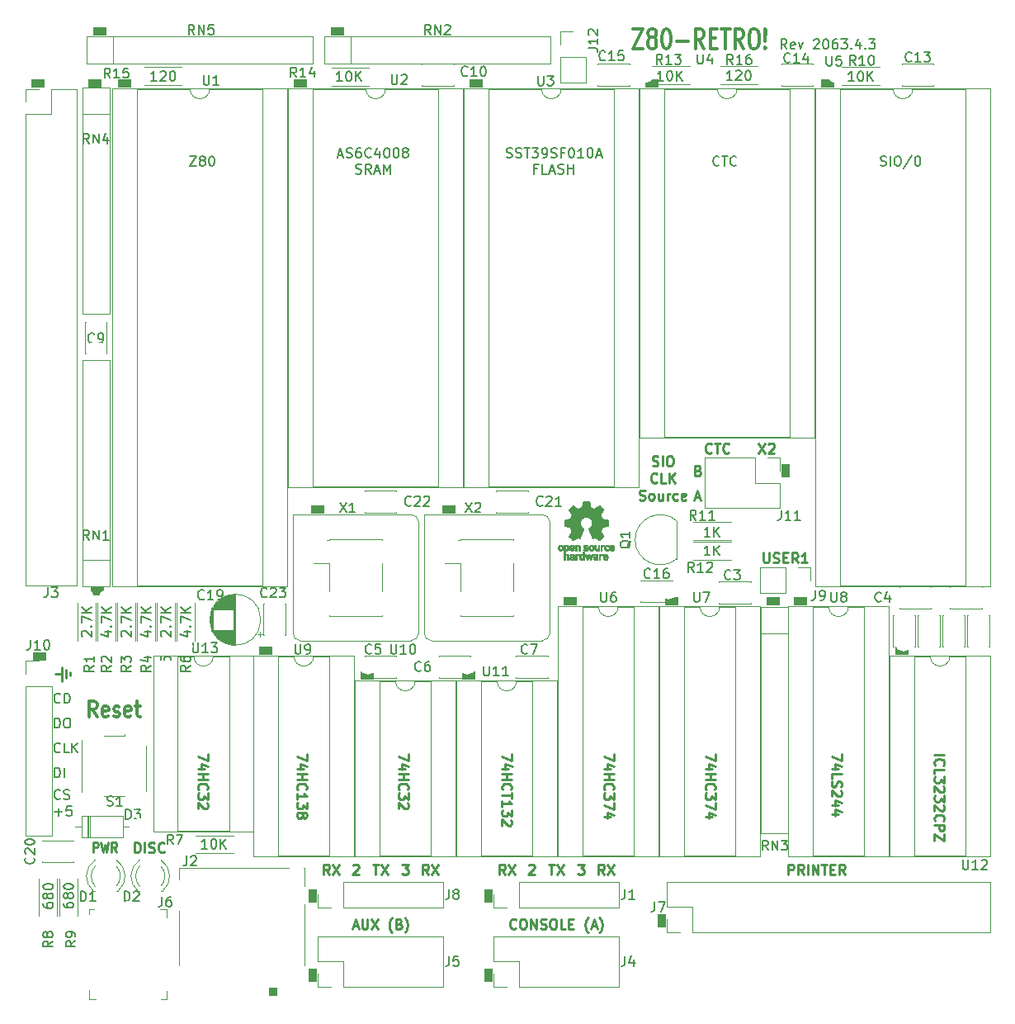
<source format=gto>
G04 #@! TF.GenerationSoftware,KiCad,Pcbnew,5.1.5+dfsg1-2build2*
G04 #@! TF.CreationDate,2022-07-30T09:32:45-05:00*
G04 #@! TF.ProjectId,2063-Z80,32303633-2d5a-4383-902e-6b696361645f,4.3*
G04 #@! TF.SameCoordinates,Original*
G04 #@! TF.FileFunction,Legend,Top*
G04 #@! TF.FilePolarity,Positive*
%FSLAX46Y46*%
G04 Gerber Fmt 4.6, Leading zero omitted, Abs format (unit mm)*
G04 Created by KiCad (PCBNEW 5.1.5+dfsg1-2build2) date 2022-07-30 09:32:45*
%MOMM*%
%LPD*%
G04 APERTURE LIST*
%ADD10C,0.150000*%
%ADD11C,0.228600*%
%ADD12C,0.100000*%
%ADD13C,0.317500*%
%ADD14C,0.300000*%
%ADD15C,0.222250*%
%ADD16C,0.120000*%
%ADD17C,0.010000*%
%ADD18O,1.500000X1.500000*%
%ADD19C,1.500000*%
%ADD20O,1.800000X1.800000*%
%ADD21R,1.800000X1.800000*%
%ADD22R,1.700000X1.700000*%
%ADD23O,1.700000X1.700000*%
%ADD24R,3.100000X2.080000*%
%ADD25C,1.700000*%
%ADD26R,1.400000X1.400000*%
%ADD27C,1.400000*%
%ADD28C,4.700000*%
%ADD29O,1.800000X2.800000*%
%ADD30O,1.200000X1.750000*%
%ADD31C,1.900000*%
%ADD32R,1.900000X1.900000*%
%ADD33C,2.300000*%
%ADD34R,2.300000X2.300000*%
%ADD35R,1.100000X1.650000*%
%ADD36R,1.600000X1.600000*%
%ADD37R,0.800000X1.850000*%
%ADD38R,0.900000X1.500000*%
%ADD39R,1.550000X1.100000*%
%ADD40R,0.900000X1.600000*%
%ADD41R,1.400000X1.600000*%
G04 APERTURE END LIST*
D10*
X172985513Y-55679600D02*
X172414084Y-55679600D01*
X172699799Y-55679600D02*
X172699799Y-54679600D01*
X172604560Y-54822458D01*
X172509322Y-54917696D01*
X172414084Y-54965315D01*
X173366465Y-54774839D02*
X173414084Y-54727220D01*
X173509322Y-54679600D01*
X173747418Y-54679600D01*
X173842656Y-54727220D01*
X173890275Y-54774839D01*
X173937894Y-54870077D01*
X173937894Y-54965315D01*
X173890275Y-55108172D01*
X173318846Y-55679600D01*
X173937894Y-55679600D01*
X174556941Y-54679600D02*
X174652180Y-54679600D01*
X174747418Y-54727220D01*
X174795037Y-54774839D01*
X174842656Y-54870077D01*
X174890275Y-55060553D01*
X174890275Y-55298648D01*
X174842656Y-55489124D01*
X174795037Y-55584362D01*
X174747418Y-55631981D01*
X174652180Y-55679600D01*
X174556941Y-55679600D01*
X174461703Y-55631981D01*
X174414084Y-55584362D01*
X174366465Y-55489124D01*
X174318846Y-55298648D01*
X174318846Y-55060553D01*
X174366465Y-54870077D01*
X174414084Y-54774839D01*
X174461703Y-54727220D01*
X174556941Y-54679600D01*
X113935593Y-55748180D02*
X113364164Y-55748180D01*
X113649879Y-55748180D02*
X113649879Y-54748180D01*
X113554640Y-54891038D01*
X113459402Y-54986276D01*
X113364164Y-55033895D01*
X114316545Y-54843419D02*
X114364164Y-54795800D01*
X114459402Y-54748180D01*
X114697498Y-54748180D01*
X114792736Y-54795800D01*
X114840355Y-54843419D01*
X114887974Y-54938657D01*
X114887974Y-55033895D01*
X114840355Y-55176752D01*
X114268926Y-55748180D01*
X114887974Y-55748180D01*
X115507021Y-54748180D02*
X115602260Y-54748180D01*
X115697498Y-54795800D01*
X115745117Y-54843419D01*
X115792736Y-54938657D01*
X115840355Y-55129133D01*
X115840355Y-55367228D01*
X115792736Y-55557704D01*
X115745117Y-55652942D01*
X115697498Y-55700561D01*
X115602260Y-55748180D01*
X115507021Y-55748180D01*
X115411783Y-55700561D01*
X115364164Y-55652942D01*
X115316545Y-55557704D01*
X115268926Y-55367228D01*
X115268926Y-55129133D01*
X115316545Y-54938657D01*
X115364164Y-54843419D01*
X115411783Y-54795800D01*
X115507021Y-54748180D01*
X132987183Y-55776120D02*
X132415755Y-55776120D01*
X132701469Y-55776120D02*
X132701469Y-54776120D01*
X132606231Y-54918978D01*
X132510993Y-55014216D01*
X132415755Y-55061835D01*
X133606231Y-54776120D02*
X133701469Y-54776120D01*
X133796707Y-54823740D01*
X133844326Y-54871359D01*
X133891945Y-54966597D01*
X133939564Y-55157073D01*
X133939564Y-55395168D01*
X133891945Y-55585644D01*
X133844326Y-55680882D01*
X133796707Y-55728501D01*
X133701469Y-55776120D01*
X133606231Y-55776120D01*
X133510993Y-55728501D01*
X133463374Y-55680882D01*
X133415755Y-55585644D01*
X133368136Y-55395168D01*
X133368136Y-55157073D01*
X133415755Y-54966597D01*
X133463374Y-54871359D01*
X133510993Y-54823740D01*
X133606231Y-54776120D01*
X134368136Y-55776120D02*
X134368136Y-54776120D01*
X134939564Y-55776120D02*
X134510993Y-55204692D01*
X134939564Y-54776120D02*
X134368136Y-55347549D01*
D11*
X176196776Y-104142419D02*
X176196776Y-104964895D01*
X176245157Y-105061657D01*
X176293538Y-105110038D01*
X176390300Y-105158419D01*
X176583823Y-105158419D01*
X176680585Y-105110038D01*
X176728966Y-105061657D01*
X176777347Y-104964895D01*
X176777347Y-104142419D01*
X177212776Y-105110038D02*
X177357919Y-105158419D01*
X177599823Y-105158419D01*
X177696585Y-105110038D01*
X177744966Y-105061657D01*
X177793347Y-104964895D01*
X177793347Y-104868133D01*
X177744966Y-104771371D01*
X177696585Y-104722990D01*
X177599823Y-104674609D01*
X177406300Y-104626228D01*
X177309538Y-104577847D01*
X177261157Y-104529466D01*
X177212776Y-104432704D01*
X177212776Y-104335942D01*
X177261157Y-104239180D01*
X177309538Y-104190800D01*
X177406300Y-104142419D01*
X177648204Y-104142419D01*
X177793347Y-104190800D01*
X178228776Y-104626228D02*
X178567442Y-104626228D01*
X178712585Y-105158419D02*
X178228776Y-105158419D01*
X178228776Y-104142419D01*
X178712585Y-104142419D01*
X179728585Y-105158419D02*
X179389919Y-104674609D01*
X179148014Y-105158419D02*
X179148014Y-104142419D01*
X179535061Y-104142419D01*
X179631823Y-104190800D01*
X179680204Y-104239180D01*
X179728585Y-104335942D01*
X179728585Y-104481085D01*
X179680204Y-104577847D01*
X179631823Y-104626228D01*
X179535061Y-104674609D01*
X179148014Y-104674609D01*
X180696204Y-105158419D02*
X180115633Y-105158419D01*
X180405919Y-105158419D02*
X180405919Y-104142419D01*
X180309157Y-104287561D01*
X180212395Y-104384323D01*
X180115633Y-104432704D01*
D10*
X185491523Y-55773580D02*
X184920095Y-55773580D01*
X185205809Y-55773580D02*
X185205809Y-54773580D01*
X185110571Y-54916438D01*
X185015333Y-55011676D01*
X184920095Y-55059295D01*
X186110571Y-54773580D02*
X186205809Y-54773580D01*
X186301047Y-54821200D01*
X186348666Y-54868819D01*
X186396285Y-54964057D01*
X186443904Y-55154533D01*
X186443904Y-55392628D01*
X186396285Y-55583104D01*
X186348666Y-55678342D01*
X186301047Y-55725961D01*
X186205809Y-55773580D01*
X186110571Y-55773580D01*
X186015333Y-55725961D01*
X185967714Y-55678342D01*
X185920095Y-55583104D01*
X185872476Y-55392628D01*
X185872476Y-55154533D01*
X185920095Y-54964057D01*
X185967714Y-54868819D01*
X186015333Y-54821200D01*
X186110571Y-54773580D01*
X186872476Y-55773580D02*
X186872476Y-54773580D01*
X187443904Y-55773580D02*
X187015333Y-55202152D01*
X187443904Y-54773580D02*
X186872476Y-55345009D01*
X165895423Y-55722780D02*
X165323995Y-55722780D01*
X165609709Y-55722780D02*
X165609709Y-54722780D01*
X165514471Y-54865638D01*
X165419233Y-54960876D01*
X165323995Y-55008495D01*
X166514471Y-54722780D02*
X166609709Y-54722780D01*
X166704947Y-54770400D01*
X166752566Y-54818019D01*
X166800185Y-54913257D01*
X166847804Y-55103733D01*
X166847804Y-55341828D01*
X166800185Y-55532304D01*
X166752566Y-55627542D01*
X166704947Y-55675161D01*
X166609709Y-55722780D01*
X166514471Y-55722780D01*
X166419233Y-55675161D01*
X166371614Y-55627542D01*
X166323995Y-55532304D01*
X166276376Y-55341828D01*
X166276376Y-55103733D01*
X166323995Y-54913257D01*
X166371614Y-54818019D01*
X166419233Y-54770400D01*
X166514471Y-54722780D01*
X167276376Y-55722780D02*
X167276376Y-54722780D01*
X167847804Y-55722780D02*
X167419233Y-55151352D01*
X167847804Y-54722780D02*
X167276376Y-55294209D01*
X170702314Y-104389180D02*
X170130885Y-104389180D01*
X170416600Y-104389180D02*
X170416600Y-103389180D01*
X170321361Y-103532038D01*
X170226123Y-103627276D01*
X170130885Y-103674895D01*
X171130885Y-104389180D02*
X171130885Y-103389180D01*
X171702314Y-104389180D02*
X171273742Y-103817752D01*
X171702314Y-103389180D02*
X171130885Y-103960609D01*
X170702314Y-102484180D02*
X170130885Y-102484180D01*
X170416600Y-102484180D02*
X170416600Y-101484180D01*
X170321361Y-101627038D01*
X170226123Y-101722276D01*
X170130885Y-101769895D01*
X171130885Y-102484180D02*
X171130885Y-101484180D01*
X171702314Y-102484180D02*
X171273742Y-101912752D01*
X171702314Y-101484180D02*
X171130885Y-102055609D01*
D11*
X119174380Y-124753732D02*
X119174380Y-125431066D01*
X118158380Y-124995637D01*
X118835714Y-126253542D02*
X118158380Y-126253542D01*
X119222761Y-126011637D02*
X118497047Y-125769732D01*
X118497047Y-126398685D01*
X118158380Y-126785732D02*
X119174380Y-126785732D01*
X118690571Y-126785732D02*
X118690571Y-127366304D01*
X118158380Y-127366304D02*
X119174380Y-127366304D01*
X118255142Y-128430685D02*
X118206761Y-128382304D01*
X118158380Y-128237161D01*
X118158380Y-128140399D01*
X118206761Y-127995256D01*
X118303523Y-127898494D01*
X118400285Y-127850113D01*
X118593809Y-127801732D01*
X118738952Y-127801732D01*
X118932476Y-127850113D01*
X119029238Y-127898494D01*
X119126000Y-127995256D01*
X119174380Y-128140399D01*
X119174380Y-128237161D01*
X119126000Y-128382304D01*
X119077619Y-128430685D01*
X119174380Y-128769351D02*
X119174380Y-129398304D01*
X118787333Y-129059637D01*
X118787333Y-129204780D01*
X118738952Y-129301542D01*
X118690571Y-129349923D01*
X118593809Y-129398304D01*
X118351904Y-129398304D01*
X118255142Y-129349923D01*
X118206761Y-129301542D01*
X118158380Y-129204780D01*
X118158380Y-128914494D01*
X118206761Y-128817732D01*
X118255142Y-128769351D01*
X119077619Y-129785351D02*
X119126000Y-129833732D01*
X119174380Y-129930494D01*
X119174380Y-130172399D01*
X119126000Y-130269161D01*
X119077619Y-130317542D01*
X118980857Y-130365923D01*
X118884095Y-130365923D01*
X118738952Y-130317542D01*
X118158380Y-129736970D01*
X118158380Y-130365923D01*
D12*
G36*
X178780440Y-96271080D02*
G01*
X178018440Y-96271080D01*
X178018440Y-95001080D01*
X178780440Y-95001080D01*
X178780440Y-96271080D01*
G37*
X178780440Y-96271080D02*
X178018440Y-96271080D01*
X178018440Y-95001080D01*
X178780440Y-95001080D01*
X178780440Y-96271080D01*
D11*
X164797619Y-95178638D02*
X164942761Y-95227019D01*
X165184666Y-95227019D01*
X165281428Y-95178638D01*
X165329809Y-95130257D01*
X165378190Y-95033495D01*
X165378190Y-94936733D01*
X165329809Y-94839971D01*
X165281428Y-94791590D01*
X165184666Y-94743209D01*
X164991142Y-94694828D01*
X164894380Y-94646447D01*
X164846000Y-94598066D01*
X164797619Y-94501304D01*
X164797619Y-94404542D01*
X164846000Y-94307780D01*
X164894380Y-94259400D01*
X164991142Y-94211019D01*
X165233047Y-94211019D01*
X165378190Y-94259400D01*
X165813619Y-95227019D02*
X165813619Y-94211019D01*
X166490952Y-94211019D02*
X166684476Y-94211019D01*
X166781238Y-94259400D01*
X166878000Y-94356161D01*
X166926380Y-94549685D01*
X166926380Y-94888352D01*
X166878000Y-95081876D01*
X166781238Y-95178638D01*
X166684476Y-95227019D01*
X166490952Y-95227019D01*
X166394190Y-95178638D01*
X166297428Y-95081876D01*
X166249047Y-94888352D01*
X166249047Y-94549685D01*
X166297428Y-94356161D01*
X166394190Y-94259400D01*
X166490952Y-94211019D01*
X165257238Y-96882857D02*
X165208857Y-96931238D01*
X165063714Y-96979619D01*
X164966952Y-96979619D01*
X164821809Y-96931238D01*
X164725047Y-96834476D01*
X164676666Y-96737714D01*
X164628285Y-96544190D01*
X164628285Y-96399047D01*
X164676666Y-96205523D01*
X164725047Y-96108761D01*
X164821809Y-96012000D01*
X164966952Y-95963619D01*
X165063714Y-95963619D01*
X165208857Y-96012000D01*
X165257238Y-96060380D01*
X166176476Y-96979619D02*
X165692666Y-96979619D01*
X165692666Y-95963619D01*
X166515142Y-96979619D02*
X166515142Y-95963619D01*
X167095714Y-96979619D02*
X166660285Y-96399047D01*
X167095714Y-95963619D02*
X166515142Y-96544190D01*
X163467142Y-98683838D02*
X163612285Y-98732219D01*
X163854190Y-98732219D01*
X163950952Y-98683838D01*
X163999333Y-98635457D01*
X164047714Y-98538695D01*
X164047714Y-98441933D01*
X163999333Y-98345171D01*
X163950952Y-98296790D01*
X163854190Y-98248409D01*
X163660666Y-98200028D01*
X163563904Y-98151647D01*
X163515523Y-98103266D01*
X163467142Y-98006504D01*
X163467142Y-97909742D01*
X163515523Y-97812980D01*
X163563904Y-97764600D01*
X163660666Y-97716219D01*
X163902571Y-97716219D01*
X164047714Y-97764600D01*
X164628285Y-98732219D02*
X164531523Y-98683838D01*
X164483142Y-98635457D01*
X164434761Y-98538695D01*
X164434761Y-98248409D01*
X164483142Y-98151647D01*
X164531523Y-98103266D01*
X164628285Y-98054885D01*
X164773428Y-98054885D01*
X164870190Y-98103266D01*
X164918571Y-98151647D01*
X164966952Y-98248409D01*
X164966952Y-98538695D01*
X164918571Y-98635457D01*
X164870190Y-98683838D01*
X164773428Y-98732219D01*
X164628285Y-98732219D01*
X165837809Y-98054885D02*
X165837809Y-98732219D01*
X165402380Y-98054885D02*
X165402380Y-98587076D01*
X165450761Y-98683838D01*
X165547523Y-98732219D01*
X165692666Y-98732219D01*
X165789428Y-98683838D01*
X165837809Y-98635457D01*
X166321619Y-98732219D02*
X166321619Y-98054885D01*
X166321619Y-98248409D02*
X166370000Y-98151647D01*
X166418380Y-98103266D01*
X166515142Y-98054885D01*
X166611904Y-98054885D01*
X167386000Y-98683838D02*
X167289238Y-98732219D01*
X167095714Y-98732219D01*
X166998952Y-98683838D01*
X166950571Y-98635457D01*
X166902190Y-98538695D01*
X166902190Y-98248409D01*
X166950571Y-98151647D01*
X166998952Y-98103266D01*
X167095714Y-98054885D01*
X167289238Y-98054885D01*
X167386000Y-98103266D01*
X168208476Y-98683838D02*
X168111714Y-98732219D01*
X167918190Y-98732219D01*
X167821428Y-98683838D01*
X167773047Y-98587076D01*
X167773047Y-98200028D01*
X167821428Y-98103266D01*
X167918190Y-98054885D01*
X168111714Y-98054885D01*
X168208476Y-98103266D01*
X168256857Y-98200028D01*
X168256857Y-98296790D01*
X167773047Y-98393552D01*
X169490571Y-95685428D02*
X169635714Y-95733809D01*
X169684095Y-95782190D01*
X169732476Y-95878952D01*
X169732476Y-96024095D01*
X169684095Y-96120857D01*
X169635714Y-96169238D01*
X169538952Y-96217619D01*
X169151904Y-96217619D01*
X169151904Y-95201619D01*
X169490571Y-95201619D01*
X169587333Y-95250000D01*
X169635714Y-95298380D01*
X169684095Y-95395142D01*
X169684095Y-95491904D01*
X169635714Y-95588666D01*
X169587333Y-95637047D01*
X169490571Y-95685428D01*
X169151904Y-95685428D01*
X169176095Y-98467333D02*
X169659904Y-98467333D01*
X169079333Y-98757619D02*
X169418000Y-97741619D01*
X169756666Y-98757619D01*
X175707523Y-92915619D02*
X176384857Y-93931619D01*
X176384857Y-92915619D02*
X175707523Y-93931619D01*
X176723523Y-93012380D02*
X176771904Y-92964000D01*
X176868666Y-92915619D01*
X177110571Y-92915619D01*
X177207333Y-92964000D01*
X177255714Y-93012380D01*
X177304095Y-93109142D01*
X177304095Y-93205904D01*
X177255714Y-93351047D01*
X176675142Y-93931619D01*
X177304095Y-93931619D01*
X170869428Y-93834857D02*
X170821047Y-93883238D01*
X170675904Y-93931619D01*
X170579142Y-93931619D01*
X170434000Y-93883238D01*
X170337238Y-93786476D01*
X170288857Y-93689714D01*
X170240476Y-93496190D01*
X170240476Y-93351047D01*
X170288857Y-93157523D01*
X170337238Y-93060761D01*
X170434000Y-92964000D01*
X170579142Y-92915619D01*
X170675904Y-92915619D01*
X170821047Y-92964000D01*
X170869428Y-93012380D01*
X171159714Y-92915619D02*
X171740285Y-92915619D01*
X171450000Y-93931619D02*
X171450000Y-92915619D01*
X172659523Y-93834857D02*
X172611142Y-93883238D01*
X172466000Y-93931619D01*
X172369238Y-93931619D01*
X172224095Y-93883238D01*
X172127333Y-93786476D01*
X172078952Y-93689714D01*
X172030571Y-93496190D01*
X172030571Y-93351047D01*
X172078952Y-93157523D01*
X172127333Y-93060761D01*
X172224095Y-92964000D01*
X172369238Y-92915619D01*
X172466000Y-92915619D01*
X172611142Y-92964000D01*
X172659523Y-93012380D01*
D10*
X103484995Y-130729028D02*
X104246900Y-130729028D01*
X103865947Y-131109980D02*
X103865947Y-130348076D01*
X105199280Y-130109980D02*
X104723090Y-130109980D01*
X104675471Y-130586171D01*
X104723090Y-130538552D01*
X104818328Y-130490933D01*
X105056423Y-130490933D01*
X105151661Y-130538552D01*
X105199280Y-130586171D01*
X105246900Y-130681409D01*
X105246900Y-130919504D01*
X105199280Y-131014742D01*
X105151661Y-131062361D01*
X105056423Y-131109980D01*
X104818328Y-131109980D01*
X104723090Y-131062361D01*
X104675471Y-131014742D01*
X104031023Y-129312942D02*
X103983404Y-129360561D01*
X103840547Y-129408180D01*
X103745309Y-129408180D01*
X103602452Y-129360561D01*
X103507214Y-129265323D01*
X103459595Y-129170085D01*
X103411976Y-128979609D01*
X103411976Y-128836752D01*
X103459595Y-128646276D01*
X103507214Y-128551038D01*
X103602452Y-128455800D01*
X103745309Y-128408180D01*
X103840547Y-128408180D01*
X103983404Y-128455800D01*
X104031023Y-128503419D01*
X104411976Y-129360561D02*
X104554833Y-129408180D01*
X104792928Y-129408180D01*
X104888166Y-129360561D01*
X104935785Y-129312942D01*
X104983404Y-129217704D01*
X104983404Y-129122466D01*
X104935785Y-129027228D01*
X104888166Y-128979609D01*
X104792928Y-128931990D01*
X104602452Y-128884371D01*
X104507214Y-128836752D01*
X104459595Y-128789133D01*
X104411976Y-128693895D01*
X104411976Y-128598657D01*
X104459595Y-128503419D01*
X104507214Y-128455800D01*
X104602452Y-128408180D01*
X104840547Y-128408180D01*
X104983404Y-128455800D01*
X103459595Y-127172980D02*
X103459595Y-126172980D01*
X103697690Y-126172980D01*
X103840547Y-126220600D01*
X103935785Y-126315838D01*
X103983404Y-126411076D01*
X104031023Y-126601552D01*
X104031023Y-126744409D01*
X103983404Y-126934885D01*
X103935785Y-127030123D01*
X103840547Y-127125361D01*
X103697690Y-127172980D01*
X103459595Y-127172980D01*
X104459595Y-127172980D02*
X104459595Y-126172980D01*
X104031023Y-124537742D02*
X103983404Y-124585361D01*
X103840547Y-124632980D01*
X103745309Y-124632980D01*
X103602452Y-124585361D01*
X103507214Y-124490123D01*
X103459595Y-124394885D01*
X103411976Y-124204409D01*
X103411976Y-124061552D01*
X103459595Y-123871076D01*
X103507214Y-123775838D01*
X103602452Y-123680600D01*
X103745309Y-123632980D01*
X103840547Y-123632980D01*
X103983404Y-123680600D01*
X104031023Y-123728219D01*
X104935785Y-124632980D02*
X104459595Y-124632980D01*
X104459595Y-123632980D01*
X105269119Y-124632980D02*
X105269119Y-123632980D01*
X105840547Y-124632980D02*
X105411976Y-124061552D01*
X105840547Y-123632980D02*
X105269119Y-124204409D01*
D11*
X104212571Y-115834885D02*
X104212571Y-117286314D01*
X104648000Y-116125171D02*
X104648000Y-116996028D01*
X103559428Y-116560600D02*
X104212571Y-116560600D01*
X105083428Y-116705742D02*
X105083428Y-116415457D01*
D10*
X104031023Y-119457742D02*
X103983404Y-119505361D01*
X103840547Y-119552980D01*
X103745309Y-119552980D01*
X103602452Y-119505361D01*
X103507214Y-119410123D01*
X103459595Y-119314885D01*
X103411976Y-119124409D01*
X103411976Y-118981552D01*
X103459595Y-118791076D01*
X103507214Y-118695838D01*
X103602452Y-118600600D01*
X103745309Y-118552980D01*
X103840547Y-118552980D01*
X103983404Y-118600600D01*
X104031023Y-118648219D01*
X104459595Y-119552980D02*
X104459595Y-118552980D01*
X104697690Y-118552980D01*
X104840547Y-118600600D01*
X104935785Y-118695838D01*
X104983404Y-118791076D01*
X105031023Y-118981552D01*
X105031023Y-119124409D01*
X104983404Y-119314885D01*
X104935785Y-119410123D01*
X104840547Y-119505361D01*
X104697690Y-119552980D01*
X104459595Y-119552980D01*
X103459595Y-122092980D02*
X103459595Y-121092980D01*
X103697690Y-121092980D01*
X103840547Y-121140600D01*
X103935785Y-121235838D01*
X103983404Y-121331076D01*
X104031023Y-121521552D01*
X104031023Y-121664409D01*
X103983404Y-121854885D01*
X103935785Y-121950123D01*
X103840547Y-122045361D01*
X103697690Y-122092980D01*
X103459595Y-122092980D01*
X104650071Y-121092980D02*
X104840547Y-121092980D01*
X104935785Y-121140600D01*
X105031023Y-121235838D01*
X105078642Y-121426314D01*
X105078642Y-121759647D01*
X105031023Y-121950123D01*
X104935785Y-122045361D01*
X104840547Y-122092980D01*
X104650071Y-122092980D01*
X104554833Y-122045361D01*
X104459595Y-121950123D01*
X104411976Y-121759647D01*
X104411976Y-121426314D01*
X104459595Y-121235838D01*
X104554833Y-121140600D01*
X104650071Y-121092980D01*
D12*
G36*
X102527100Y-115100100D02*
G01*
X101257100Y-115100100D01*
X101257100Y-114338100D01*
X102527100Y-114338100D01*
X102527100Y-115100100D01*
G37*
X102527100Y-115100100D02*
X101257100Y-115100100D01*
X101257100Y-114338100D01*
X102527100Y-114338100D01*
X102527100Y-115100100D01*
D13*
X162814000Y-50423838D02*
X163830000Y-50423838D01*
X162814000Y-52455838D01*
X163830000Y-52455838D01*
X164628285Y-51294695D02*
X164483142Y-51197933D01*
X164410571Y-51101171D01*
X164338000Y-50907647D01*
X164338000Y-50810885D01*
X164410571Y-50617361D01*
X164483142Y-50520600D01*
X164628285Y-50423838D01*
X164918571Y-50423838D01*
X165063714Y-50520600D01*
X165136285Y-50617361D01*
X165208857Y-50810885D01*
X165208857Y-50907647D01*
X165136285Y-51101171D01*
X165063714Y-51197933D01*
X164918571Y-51294695D01*
X164628285Y-51294695D01*
X164483142Y-51391457D01*
X164410571Y-51488219D01*
X164338000Y-51681742D01*
X164338000Y-52068790D01*
X164410571Y-52262314D01*
X164483142Y-52359076D01*
X164628285Y-52455838D01*
X164918571Y-52455838D01*
X165063714Y-52359076D01*
X165136285Y-52262314D01*
X165208857Y-52068790D01*
X165208857Y-51681742D01*
X165136285Y-51488219D01*
X165063714Y-51391457D01*
X164918571Y-51294695D01*
X166152285Y-50423838D02*
X166297428Y-50423838D01*
X166442571Y-50520600D01*
X166515142Y-50617361D01*
X166587714Y-50810885D01*
X166660285Y-51197933D01*
X166660285Y-51681742D01*
X166587714Y-52068790D01*
X166515142Y-52262314D01*
X166442571Y-52359076D01*
X166297428Y-52455838D01*
X166152285Y-52455838D01*
X166007142Y-52359076D01*
X165934571Y-52262314D01*
X165862000Y-52068790D01*
X165789428Y-51681742D01*
X165789428Y-51197933D01*
X165862000Y-50810885D01*
X165934571Y-50617361D01*
X166007142Y-50520600D01*
X166152285Y-50423838D01*
X167313428Y-51681742D02*
X168474571Y-51681742D01*
X170071142Y-52455838D02*
X169563142Y-51488219D01*
X169200285Y-52455838D02*
X169200285Y-50423838D01*
X169780857Y-50423838D01*
X169926000Y-50520600D01*
X169998571Y-50617361D01*
X170071142Y-50810885D01*
X170071142Y-51101171D01*
X169998571Y-51294695D01*
X169926000Y-51391457D01*
X169780857Y-51488219D01*
X169200285Y-51488219D01*
X170724285Y-51391457D02*
X171232285Y-51391457D01*
X171450000Y-52455838D02*
X170724285Y-52455838D01*
X170724285Y-50423838D01*
X171450000Y-50423838D01*
X171885428Y-50423838D02*
X172756285Y-50423838D01*
X172320857Y-52455838D02*
X172320857Y-50423838D01*
X174135142Y-52455838D02*
X173627142Y-51488219D01*
X173264285Y-52455838D02*
X173264285Y-50423838D01*
X173844857Y-50423838D01*
X173990000Y-50520600D01*
X174062571Y-50617361D01*
X174135142Y-50810885D01*
X174135142Y-51101171D01*
X174062571Y-51294695D01*
X173990000Y-51391457D01*
X173844857Y-51488219D01*
X173264285Y-51488219D01*
X175078571Y-50423838D02*
X175368857Y-50423838D01*
X175514000Y-50520600D01*
X175659142Y-50714123D01*
X175731714Y-51101171D01*
X175731714Y-51778504D01*
X175659142Y-52165552D01*
X175514000Y-52359076D01*
X175368857Y-52455838D01*
X175078571Y-52455838D01*
X174933428Y-52359076D01*
X174788285Y-52165552D01*
X174715714Y-51778504D01*
X174715714Y-51101171D01*
X174788285Y-50714123D01*
X174933428Y-50520600D01*
X175078571Y-50423838D01*
X176384857Y-52262314D02*
X176457428Y-52359076D01*
X176384857Y-52455838D01*
X176312285Y-52359076D01*
X176384857Y-52262314D01*
X176384857Y-52455838D01*
X176384857Y-51681742D02*
X176312285Y-50520600D01*
X176384857Y-50423838D01*
X176457428Y-50520600D01*
X176384857Y-51681742D01*
X176384857Y-50423838D01*
D12*
G36*
X126238000Y-149479000D02*
G01*
X125476000Y-149479000D01*
X125476000Y-148717000D01*
X126238000Y-148717000D01*
X126238000Y-149479000D01*
G37*
X126238000Y-149479000D02*
X125476000Y-149479000D01*
X125476000Y-148717000D01*
X126238000Y-148717000D01*
X126238000Y-149479000D01*
G36*
X108407200Y-108458000D02*
G01*
X107137200Y-108458000D01*
X107137200Y-107696000D01*
X108407200Y-107696000D01*
X108407200Y-108458000D01*
G37*
X108407200Y-108458000D02*
X107137200Y-108458000D01*
X107137200Y-107696000D01*
X108407200Y-107696000D01*
X108407200Y-108458000D01*
G36*
X133096000Y-51054000D02*
G01*
X131826000Y-51054000D01*
X131826000Y-50292000D01*
X133096000Y-50292000D01*
X133096000Y-51054000D01*
G37*
X133096000Y-51054000D02*
X131826000Y-51054000D01*
X131826000Y-50292000D01*
X133096000Y-50292000D01*
X133096000Y-51054000D01*
G36*
X108712000Y-51054000D02*
G01*
X107442000Y-51054000D01*
X107442000Y-50292000D01*
X108712000Y-50292000D01*
X108712000Y-51054000D01*
G37*
X108712000Y-51054000D02*
X107442000Y-51054000D01*
X107442000Y-50292000D01*
X108712000Y-50292000D01*
X108712000Y-51054000D01*
G36*
X183388000Y-56388000D02*
G01*
X182118000Y-56388000D01*
X182118000Y-55626000D01*
X183388000Y-55626000D01*
X183388000Y-56388000D01*
G37*
X183388000Y-56388000D02*
X182118000Y-56388000D01*
X182118000Y-55626000D01*
X183388000Y-55626000D01*
X183388000Y-56388000D01*
G36*
X165354000Y-56388000D02*
G01*
X164084000Y-56388000D01*
X164084000Y-55626000D01*
X165354000Y-55626000D01*
X165354000Y-56388000D01*
G37*
X165354000Y-56388000D02*
X164084000Y-56388000D01*
X164084000Y-55626000D01*
X165354000Y-55626000D01*
X165354000Y-56388000D01*
G36*
X147320000Y-56388000D02*
G01*
X146050000Y-56388000D01*
X146050000Y-55626000D01*
X147320000Y-55626000D01*
X147320000Y-56388000D01*
G37*
X147320000Y-56388000D02*
X146050000Y-56388000D01*
X146050000Y-55626000D01*
X147320000Y-55626000D01*
X147320000Y-56388000D01*
G36*
X129286000Y-56388000D02*
G01*
X128016000Y-56388000D01*
X128016000Y-55626000D01*
X129286000Y-55626000D01*
X129286000Y-56388000D01*
G37*
X129286000Y-56388000D02*
X128016000Y-56388000D01*
X128016000Y-55626000D01*
X129286000Y-55626000D01*
X129286000Y-56388000D01*
G36*
X111252000Y-56388000D02*
G01*
X109982000Y-56388000D01*
X109982000Y-55626000D01*
X111252000Y-55626000D01*
X111252000Y-56388000D01*
G37*
X111252000Y-56388000D02*
X109982000Y-56388000D01*
X109982000Y-55626000D01*
X111252000Y-55626000D01*
X111252000Y-56388000D01*
G36*
X108204000Y-56388000D02*
G01*
X106934000Y-56388000D01*
X106934000Y-55626000D01*
X108204000Y-55626000D01*
X108204000Y-56388000D01*
G37*
X108204000Y-56388000D02*
X106934000Y-56388000D01*
X106934000Y-55626000D01*
X108204000Y-55626000D01*
X108204000Y-56388000D01*
G36*
X102362000Y-56388000D02*
G01*
X101092000Y-56388000D01*
X101092000Y-55626000D01*
X102362000Y-55626000D01*
X102362000Y-56388000D01*
G37*
X102362000Y-56388000D02*
X101092000Y-56388000D01*
X101092000Y-55626000D01*
X102362000Y-55626000D01*
X102362000Y-56388000D01*
G36*
X144526000Y-100076000D02*
G01*
X143256000Y-100076000D01*
X143256000Y-99314000D01*
X144526000Y-99314000D01*
X144526000Y-100076000D01*
G37*
X144526000Y-100076000D02*
X143256000Y-100076000D01*
X143256000Y-99314000D01*
X144526000Y-99314000D01*
X144526000Y-100076000D01*
G36*
X131064000Y-100076000D02*
G01*
X129794000Y-100076000D01*
X129794000Y-99314000D01*
X131064000Y-99314000D01*
X131064000Y-100076000D01*
G37*
X131064000Y-100076000D02*
X129794000Y-100076000D01*
X129794000Y-99314000D01*
X131064000Y-99314000D01*
X131064000Y-100076000D01*
G36*
X191008000Y-114554000D02*
G01*
X189738000Y-114554000D01*
X189738000Y-113792000D01*
X191008000Y-113792000D01*
X191008000Y-114554000D01*
G37*
X191008000Y-114554000D02*
X189738000Y-114554000D01*
X189738000Y-113792000D01*
X191008000Y-113792000D01*
X191008000Y-114554000D01*
G36*
X180594000Y-109474000D02*
G01*
X179324000Y-109474000D01*
X179324000Y-108712000D01*
X180594000Y-108712000D01*
X180594000Y-109474000D01*
G37*
X180594000Y-109474000D02*
X179324000Y-109474000D01*
X179324000Y-108712000D01*
X180594000Y-108712000D01*
X180594000Y-109474000D01*
G36*
X177800000Y-109474000D02*
G01*
X176530000Y-109474000D01*
X176530000Y-108712000D01*
X177800000Y-108712000D01*
X177800000Y-109474000D01*
G37*
X177800000Y-109474000D02*
X176530000Y-109474000D01*
X176530000Y-108712000D01*
X177800000Y-108712000D01*
X177800000Y-109474000D01*
G36*
X167386000Y-109474000D02*
G01*
X166116000Y-109474000D01*
X166116000Y-108712000D01*
X167386000Y-108712000D01*
X167386000Y-109474000D01*
G37*
X167386000Y-109474000D02*
X166116000Y-109474000D01*
X166116000Y-108712000D01*
X167386000Y-108712000D01*
X167386000Y-109474000D01*
G36*
X156972000Y-109474000D02*
G01*
X155702000Y-109474000D01*
X155702000Y-108712000D01*
X156972000Y-108712000D01*
X156972000Y-109474000D01*
G37*
X156972000Y-109474000D02*
X155702000Y-109474000D01*
X155702000Y-108712000D01*
X156972000Y-108712000D01*
X156972000Y-109474000D01*
G36*
X146558000Y-117094000D02*
G01*
X145288000Y-117094000D01*
X145288000Y-116332000D01*
X146558000Y-116332000D01*
X146558000Y-117094000D01*
G37*
X146558000Y-117094000D02*
X145288000Y-117094000D01*
X145288000Y-116332000D01*
X146558000Y-116332000D01*
X146558000Y-117094000D01*
G36*
X136144000Y-117094000D02*
G01*
X134874000Y-117094000D01*
X134874000Y-116332000D01*
X136144000Y-116332000D01*
X136144000Y-117094000D01*
G37*
X136144000Y-117094000D02*
X134874000Y-117094000D01*
X134874000Y-116332000D01*
X136144000Y-116332000D01*
X136144000Y-117094000D01*
G36*
X125730000Y-114554000D02*
G01*
X124460000Y-114554000D01*
X124460000Y-113792000D01*
X125730000Y-113792000D01*
X125730000Y-114554000D01*
G37*
X125730000Y-114554000D02*
X124460000Y-114554000D01*
X124460000Y-113792000D01*
X125730000Y-113792000D01*
X125730000Y-114554000D01*
D14*
X107820580Y-120965080D02*
X107354914Y-120178890D01*
X107022295Y-120965080D02*
X107022295Y-119314080D01*
X107554485Y-119314080D01*
X107687533Y-119392700D01*
X107754057Y-119471319D01*
X107820580Y-119628557D01*
X107820580Y-119864414D01*
X107754057Y-120021652D01*
X107687533Y-120100271D01*
X107554485Y-120178890D01*
X107022295Y-120178890D01*
X108951485Y-120886461D02*
X108818438Y-120965080D01*
X108552342Y-120965080D01*
X108419295Y-120886461D01*
X108352771Y-120729223D01*
X108352771Y-120100271D01*
X108419295Y-119943033D01*
X108552342Y-119864414D01*
X108818438Y-119864414D01*
X108951485Y-119943033D01*
X109018009Y-120100271D01*
X109018009Y-120257509D01*
X108352771Y-120414747D01*
X109550200Y-120886461D02*
X109683247Y-120965080D01*
X109949342Y-120965080D01*
X110082390Y-120886461D01*
X110148914Y-120729223D01*
X110148914Y-120650604D01*
X110082390Y-120493366D01*
X109949342Y-120414747D01*
X109749771Y-120414747D01*
X109616723Y-120336128D01*
X109550200Y-120178890D01*
X109550200Y-120100271D01*
X109616723Y-119943033D01*
X109749771Y-119864414D01*
X109949342Y-119864414D01*
X110082390Y-119943033D01*
X111279819Y-120886461D02*
X111146771Y-120965080D01*
X110880676Y-120965080D01*
X110747628Y-120886461D01*
X110681104Y-120729223D01*
X110681104Y-120100271D01*
X110747628Y-119943033D01*
X110880676Y-119864414D01*
X111146771Y-119864414D01*
X111279819Y-119943033D01*
X111346342Y-120100271D01*
X111346342Y-120257509D01*
X110681104Y-120414747D01*
X111745485Y-119864414D02*
X112277676Y-119864414D01*
X111945057Y-119314080D02*
X111945057Y-120729223D01*
X112011580Y-120886461D01*
X112144628Y-120965080D01*
X112277676Y-120965080D01*
D12*
G36*
X130302000Y-148082000D02*
G01*
X129540000Y-148082000D01*
X129540000Y-146812000D01*
X130302000Y-146812000D01*
X130302000Y-148082000D01*
G37*
X130302000Y-148082000D02*
X129540000Y-148082000D01*
X129540000Y-146812000D01*
X130302000Y-146812000D01*
X130302000Y-148082000D01*
G36*
X130302000Y-139954000D02*
G01*
X129540000Y-139954000D01*
X129540000Y-138684000D01*
X130302000Y-138684000D01*
X130302000Y-139954000D01*
G37*
X130302000Y-139954000D02*
X129540000Y-139954000D01*
X129540000Y-138684000D01*
X130302000Y-138684000D01*
X130302000Y-139954000D01*
D11*
X178707142Y-137111619D02*
X178707142Y-136095619D01*
X179094190Y-136095619D01*
X179190952Y-136144000D01*
X179239333Y-136192380D01*
X179287714Y-136289142D01*
X179287714Y-136434285D01*
X179239333Y-136531047D01*
X179190952Y-136579428D01*
X179094190Y-136627809D01*
X178707142Y-136627809D01*
X180303714Y-137111619D02*
X179965047Y-136627809D01*
X179723142Y-137111619D02*
X179723142Y-136095619D01*
X180110190Y-136095619D01*
X180206952Y-136144000D01*
X180255333Y-136192380D01*
X180303714Y-136289142D01*
X180303714Y-136434285D01*
X180255333Y-136531047D01*
X180206952Y-136579428D01*
X180110190Y-136627809D01*
X179723142Y-136627809D01*
X180739142Y-137111619D02*
X180739142Y-136095619D01*
X181222952Y-137111619D02*
X181222952Y-136095619D01*
X181803523Y-137111619D01*
X181803523Y-136095619D01*
X182142190Y-136095619D02*
X182722761Y-136095619D01*
X182432476Y-137111619D02*
X182432476Y-136095619D01*
X183061428Y-136579428D02*
X183400095Y-136579428D01*
X183545238Y-137111619D02*
X183061428Y-137111619D01*
X183061428Y-136095619D01*
X183545238Y-136095619D01*
X184561238Y-137111619D02*
X184222571Y-136627809D01*
X183980666Y-137111619D02*
X183980666Y-136095619D01*
X184367714Y-136095619D01*
X184464476Y-136144000D01*
X184512857Y-136192380D01*
X184561238Y-136289142D01*
X184561238Y-136434285D01*
X184512857Y-136531047D01*
X184464476Y-136579428D01*
X184367714Y-136627809D01*
X183980666Y-136627809D01*
D12*
G36*
X148336000Y-139954000D02*
G01*
X147574000Y-139954000D01*
X147574000Y-138684000D01*
X148336000Y-138684000D01*
X148336000Y-139954000D01*
G37*
X148336000Y-139954000D02*
X147574000Y-139954000D01*
X147574000Y-138684000D01*
X148336000Y-138684000D01*
X148336000Y-139954000D01*
G36*
X148336000Y-148082000D02*
G01*
X147574000Y-148082000D01*
X147574000Y-146812000D01*
X148336000Y-146812000D01*
X148336000Y-148082000D01*
G37*
X148336000Y-148082000D02*
X147574000Y-148082000D01*
X147574000Y-146812000D01*
X148336000Y-146812000D01*
X148336000Y-148082000D01*
G36*
X166116000Y-142494000D02*
G01*
X165354000Y-142494000D01*
X165354000Y-141224000D01*
X166116000Y-141224000D01*
X166116000Y-142494000D01*
G37*
X166116000Y-142494000D02*
X165354000Y-142494000D01*
X165354000Y-141224000D01*
X166116000Y-141224000D01*
X166116000Y-142494000D01*
D11*
X157141333Y-136095619D02*
X157770285Y-136095619D01*
X157431619Y-136482666D01*
X157576761Y-136482666D01*
X157673523Y-136531047D01*
X157721904Y-136579428D01*
X157770285Y-136676190D01*
X157770285Y-136918095D01*
X157721904Y-137014857D01*
X157673523Y-137063238D01*
X157576761Y-137111619D01*
X157286476Y-137111619D01*
X157189714Y-137063238D01*
X157141333Y-137014857D01*
X159850666Y-137111619D02*
X159512000Y-136627809D01*
X159270095Y-137111619D02*
X159270095Y-136095619D01*
X159657142Y-136095619D01*
X159753904Y-136144000D01*
X159802285Y-136192380D01*
X159850666Y-136289142D01*
X159850666Y-136434285D01*
X159802285Y-136531047D01*
X159753904Y-136579428D01*
X159657142Y-136627809D01*
X159270095Y-136627809D01*
X160189333Y-136095619D02*
X160866666Y-137111619D01*
X160866666Y-136095619D02*
X160189333Y-137111619D01*
X152109714Y-136192380D02*
X152158095Y-136144000D01*
X152254857Y-136095619D01*
X152496761Y-136095619D01*
X152593523Y-136144000D01*
X152641904Y-136192380D01*
X152690285Y-136289142D01*
X152690285Y-136385904D01*
X152641904Y-136531047D01*
X152061333Y-137111619D01*
X152690285Y-137111619D01*
X154165904Y-136095619D02*
X154746476Y-136095619D01*
X154456190Y-137111619D02*
X154456190Y-136095619D01*
X154988380Y-136095619D02*
X155665714Y-137111619D01*
X155665714Y-136095619D02*
X154988380Y-137111619D01*
X149690666Y-137111619D02*
X149352000Y-136627809D01*
X149110095Y-137111619D02*
X149110095Y-136095619D01*
X149497142Y-136095619D01*
X149593904Y-136144000D01*
X149642285Y-136192380D01*
X149690666Y-136289142D01*
X149690666Y-136434285D01*
X149642285Y-136531047D01*
X149593904Y-136579428D01*
X149497142Y-136627809D01*
X149110095Y-136627809D01*
X150029333Y-136095619D02*
X150706666Y-137111619D01*
X150706666Y-136095619D02*
X150029333Y-137111619D01*
X139107333Y-136095619D02*
X139736285Y-136095619D01*
X139397619Y-136482666D01*
X139542761Y-136482666D01*
X139639523Y-136531047D01*
X139687904Y-136579428D01*
X139736285Y-136676190D01*
X139736285Y-136918095D01*
X139687904Y-137014857D01*
X139639523Y-137063238D01*
X139542761Y-137111619D01*
X139252476Y-137111619D01*
X139155714Y-137063238D01*
X139107333Y-137014857D01*
X134075714Y-136192380D02*
X134124095Y-136144000D01*
X134220857Y-136095619D01*
X134462761Y-136095619D01*
X134559523Y-136144000D01*
X134607904Y-136192380D01*
X134656285Y-136289142D01*
X134656285Y-136385904D01*
X134607904Y-136531047D01*
X134027333Y-137111619D01*
X134656285Y-137111619D01*
X141816666Y-137111619D02*
X141478000Y-136627809D01*
X141236095Y-137111619D02*
X141236095Y-136095619D01*
X141623142Y-136095619D01*
X141719904Y-136144000D01*
X141768285Y-136192380D01*
X141816666Y-136289142D01*
X141816666Y-136434285D01*
X141768285Y-136531047D01*
X141719904Y-136579428D01*
X141623142Y-136627809D01*
X141236095Y-136627809D01*
X142155333Y-136095619D02*
X142832666Y-137111619D01*
X142832666Y-136095619D02*
X142155333Y-137111619D01*
D10*
X178589514Y-52471580D02*
X178256180Y-51995390D01*
X178018085Y-52471580D02*
X178018085Y-51471580D01*
X178399038Y-51471580D01*
X178494276Y-51519200D01*
X178541895Y-51566819D01*
X178589514Y-51662057D01*
X178589514Y-51804914D01*
X178541895Y-51900152D01*
X178494276Y-51947771D01*
X178399038Y-51995390D01*
X178018085Y-51995390D01*
X179399038Y-52423961D02*
X179303800Y-52471580D01*
X179113323Y-52471580D01*
X179018085Y-52423961D01*
X178970466Y-52328723D01*
X178970466Y-51947771D01*
X179018085Y-51852533D01*
X179113323Y-51804914D01*
X179303800Y-51804914D01*
X179399038Y-51852533D01*
X179446657Y-51947771D01*
X179446657Y-52043009D01*
X178970466Y-52138247D01*
X179779990Y-51804914D02*
X180018085Y-52471580D01*
X180256180Y-51804914D01*
X181351419Y-51566819D02*
X181399038Y-51519200D01*
X181494276Y-51471580D01*
X181732371Y-51471580D01*
X181827609Y-51519200D01*
X181875228Y-51566819D01*
X181922847Y-51662057D01*
X181922847Y-51757295D01*
X181875228Y-51900152D01*
X181303800Y-52471580D01*
X181922847Y-52471580D01*
X182541895Y-51471580D02*
X182637133Y-51471580D01*
X182732371Y-51519200D01*
X182779990Y-51566819D01*
X182827609Y-51662057D01*
X182875228Y-51852533D01*
X182875228Y-52090628D01*
X182827609Y-52281104D01*
X182779990Y-52376342D01*
X182732371Y-52423961D01*
X182637133Y-52471580D01*
X182541895Y-52471580D01*
X182446657Y-52423961D01*
X182399038Y-52376342D01*
X182351419Y-52281104D01*
X182303800Y-52090628D01*
X182303800Y-51852533D01*
X182351419Y-51662057D01*
X182399038Y-51566819D01*
X182446657Y-51519200D01*
X182541895Y-51471580D01*
X183732371Y-51471580D02*
X183541895Y-51471580D01*
X183446657Y-51519200D01*
X183399038Y-51566819D01*
X183303800Y-51709676D01*
X183256180Y-51900152D01*
X183256180Y-52281104D01*
X183303800Y-52376342D01*
X183351419Y-52423961D01*
X183446657Y-52471580D01*
X183637133Y-52471580D01*
X183732371Y-52423961D01*
X183779990Y-52376342D01*
X183827609Y-52281104D01*
X183827609Y-52043009D01*
X183779990Y-51947771D01*
X183732371Y-51900152D01*
X183637133Y-51852533D01*
X183446657Y-51852533D01*
X183351419Y-51900152D01*
X183303800Y-51947771D01*
X183256180Y-52043009D01*
X184160942Y-51471580D02*
X184779990Y-51471580D01*
X184446657Y-51852533D01*
X184589514Y-51852533D01*
X184684752Y-51900152D01*
X184732371Y-51947771D01*
X184779990Y-52043009D01*
X184779990Y-52281104D01*
X184732371Y-52376342D01*
X184684752Y-52423961D01*
X184589514Y-52471580D01*
X184303800Y-52471580D01*
X184208561Y-52423961D01*
X184160942Y-52376342D01*
X185208561Y-52376342D02*
X185256180Y-52423961D01*
X185208561Y-52471580D01*
X185160942Y-52423961D01*
X185208561Y-52376342D01*
X185208561Y-52471580D01*
X186113323Y-51804914D02*
X186113323Y-52471580D01*
X185875228Y-51423961D02*
X185637133Y-52138247D01*
X186256180Y-52138247D01*
X186637133Y-52376342D02*
X186684752Y-52423961D01*
X186637133Y-52471580D01*
X186589514Y-52423961D01*
X186637133Y-52376342D01*
X186637133Y-52471580D01*
X187018085Y-51471580D02*
X187637133Y-51471580D01*
X187303800Y-51852533D01*
X187446657Y-51852533D01*
X187541895Y-51900152D01*
X187589514Y-51947771D01*
X187637133Y-52043009D01*
X187637133Y-52281104D01*
X187589514Y-52376342D01*
X187541895Y-52423961D01*
X187446657Y-52471580D01*
X187160942Y-52471580D01*
X187065704Y-52423961D01*
X187018085Y-52376342D01*
D11*
X131656666Y-137111619D02*
X131318000Y-136627809D01*
X131076095Y-137111619D02*
X131076095Y-136095619D01*
X131463142Y-136095619D01*
X131559904Y-136144000D01*
X131608285Y-136192380D01*
X131656666Y-136289142D01*
X131656666Y-136434285D01*
X131608285Y-136531047D01*
X131559904Y-136579428D01*
X131463142Y-136627809D01*
X131076095Y-136627809D01*
X131995333Y-136095619D02*
X132672666Y-137111619D01*
X132672666Y-136095619D02*
X131995333Y-137111619D01*
X136131904Y-136095619D02*
X136712476Y-136095619D01*
X136422190Y-137111619D02*
X136422190Y-136095619D01*
X136954380Y-136095619D02*
X137631714Y-137111619D01*
X137631714Y-136095619D02*
X136954380Y-137111619D01*
X193723380Y-124850494D02*
X194739380Y-124850494D01*
X193820142Y-125914875D02*
X193771761Y-125866494D01*
X193723380Y-125721351D01*
X193723380Y-125624590D01*
X193771761Y-125479447D01*
X193868523Y-125382685D01*
X193965285Y-125334304D01*
X194158809Y-125285923D01*
X194303952Y-125285923D01*
X194497476Y-125334304D01*
X194594238Y-125382685D01*
X194691000Y-125479447D01*
X194739380Y-125624590D01*
X194739380Y-125721351D01*
X194691000Y-125866494D01*
X194642619Y-125914875D01*
X193723380Y-126834113D02*
X193723380Y-126350304D01*
X194739380Y-126350304D01*
X194739380Y-127076018D02*
X194739380Y-127704970D01*
X194352333Y-127366304D01*
X194352333Y-127511447D01*
X194303952Y-127608209D01*
X194255571Y-127656590D01*
X194158809Y-127704970D01*
X193916904Y-127704970D01*
X193820142Y-127656590D01*
X193771761Y-127608209D01*
X193723380Y-127511447D01*
X193723380Y-127221161D01*
X193771761Y-127124399D01*
X193820142Y-127076018D01*
X194642619Y-128092018D02*
X194691000Y-128140399D01*
X194739380Y-128237161D01*
X194739380Y-128479066D01*
X194691000Y-128575828D01*
X194642619Y-128624209D01*
X194545857Y-128672590D01*
X194449095Y-128672590D01*
X194303952Y-128624209D01*
X193723380Y-128043637D01*
X193723380Y-128672590D01*
X194739380Y-129011256D02*
X194739380Y-129640209D01*
X194352333Y-129301542D01*
X194352333Y-129446685D01*
X194303952Y-129543447D01*
X194255571Y-129591828D01*
X194158809Y-129640209D01*
X193916904Y-129640209D01*
X193820142Y-129591828D01*
X193771761Y-129543447D01*
X193723380Y-129446685D01*
X193723380Y-129156399D01*
X193771761Y-129059637D01*
X193820142Y-129011256D01*
X194642619Y-130027256D02*
X194691000Y-130075637D01*
X194739380Y-130172399D01*
X194739380Y-130414304D01*
X194691000Y-130511066D01*
X194642619Y-130559447D01*
X194545857Y-130607828D01*
X194449095Y-130607828D01*
X194303952Y-130559447D01*
X193723380Y-129978875D01*
X193723380Y-130607828D01*
X193820142Y-131623828D02*
X193771761Y-131575447D01*
X193723380Y-131430304D01*
X193723380Y-131333542D01*
X193771761Y-131188399D01*
X193868523Y-131091637D01*
X193965285Y-131043256D01*
X194158809Y-130994875D01*
X194303952Y-130994875D01*
X194497476Y-131043256D01*
X194594238Y-131091637D01*
X194691000Y-131188399D01*
X194739380Y-131333542D01*
X194739380Y-131430304D01*
X194691000Y-131575447D01*
X194642619Y-131623828D01*
X193723380Y-132059256D02*
X194739380Y-132059256D01*
X194739380Y-132446304D01*
X194691000Y-132543066D01*
X194642619Y-132591447D01*
X194545857Y-132639828D01*
X194400714Y-132639828D01*
X194303952Y-132591447D01*
X194255571Y-132543066D01*
X194207190Y-132446304D01*
X194207190Y-132059256D01*
X194739380Y-132978494D02*
X194739380Y-133655828D01*
X193723380Y-132978494D01*
X193723380Y-133655828D01*
D15*
X107399666Y-134825619D02*
X107399666Y-133809619D01*
X107738333Y-133809619D01*
X107823000Y-133858000D01*
X107865333Y-133906380D01*
X107907666Y-134003142D01*
X107907666Y-134148285D01*
X107865333Y-134245047D01*
X107823000Y-134293428D01*
X107738333Y-134341809D01*
X107399666Y-134341809D01*
X108204000Y-133809619D02*
X108415666Y-134825619D01*
X108585000Y-134099904D01*
X108754333Y-134825619D01*
X108966000Y-133809619D01*
X109812666Y-134825619D02*
X109516333Y-134341809D01*
X109304666Y-134825619D02*
X109304666Y-133809619D01*
X109643333Y-133809619D01*
X109728000Y-133858000D01*
X109770333Y-133906380D01*
X109812666Y-134003142D01*
X109812666Y-134148285D01*
X109770333Y-134245047D01*
X109728000Y-134293428D01*
X109643333Y-134341809D01*
X109304666Y-134341809D01*
D10*
X119121323Y-134462780D02*
X118549895Y-134462780D01*
X118835609Y-134462780D02*
X118835609Y-133462780D01*
X118740371Y-133605638D01*
X118645133Y-133700876D01*
X118549895Y-133748495D01*
X119740371Y-133462780D02*
X119835609Y-133462780D01*
X119930847Y-133510400D01*
X119978466Y-133558019D01*
X120026085Y-133653257D01*
X120073704Y-133843733D01*
X120073704Y-134081828D01*
X120026085Y-134272304D01*
X119978466Y-134367542D01*
X119930847Y-134415161D01*
X119835609Y-134462780D01*
X119740371Y-134462780D01*
X119645133Y-134415161D01*
X119597514Y-134367542D01*
X119549895Y-134272304D01*
X119502276Y-134081828D01*
X119502276Y-133843733D01*
X119549895Y-133653257D01*
X119597514Y-133558019D01*
X119645133Y-133510400D01*
X119740371Y-133462780D01*
X120502276Y-134462780D02*
X120502276Y-133462780D01*
X121073704Y-134462780D02*
X120645133Y-133891352D01*
X121073704Y-133462780D02*
X120502276Y-134034209D01*
X102296980Y-140080904D02*
X102296980Y-140271380D01*
X102344600Y-140366619D01*
X102392219Y-140414238D01*
X102535076Y-140509476D01*
X102725552Y-140557095D01*
X103106504Y-140557095D01*
X103201742Y-140509476D01*
X103249361Y-140461857D01*
X103296980Y-140366619D01*
X103296980Y-140176142D01*
X103249361Y-140080904D01*
X103201742Y-140033285D01*
X103106504Y-139985666D01*
X102868409Y-139985666D01*
X102773171Y-140033285D01*
X102725552Y-140080904D01*
X102677933Y-140176142D01*
X102677933Y-140366619D01*
X102725552Y-140461857D01*
X102773171Y-140509476D01*
X102868409Y-140557095D01*
X102725552Y-139414238D02*
X102677933Y-139509476D01*
X102630314Y-139557095D01*
X102535076Y-139604714D01*
X102487457Y-139604714D01*
X102392219Y-139557095D01*
X102344600Y-139509476D01*
X102296980Y-139414238D01*
X102296980Y-139223761D01*
X102344600Y-139128523D01*
X102392219Y-139080904D01*
X102487457Y-139033285D01*
X102535076Y-139033285D01*
X102630314Y-139080904D01*
X102677933Y-139128523D01*
X102725552Y-139223761D01*
X102725552Y-139414238D01*
X102773171Y-139509476D01*
X102820790Y-139557095D01*
X102916028Y-139604714D01*
X103106504Y-139604714D01*
X103201742Y-139557095D01*
X103249361Y-139509476D01*
X103296980Y-139414238D01*
X103296980Y-139223761D01*
X103249361Y-139128523D01*
X103201742Y-139080904D01*
X103106504Y-139033285D01*
X102916028Y-139033285D01*
X102820790Y-139080904D01*
X102773171Y-139128523D01*
X102725552Y-139223761D01*
X102296980Y-138414238D02*
X102296980Y-138319000D01*
X102344600Y-138223761D01*
X102392219Y-138176142D01*
X102487457Y-138128523D01*
X102677933Y-138080904D01*
X102916028Y-138080904D01*
X103106504Y-138128523D01*
X103201742Y-138176142D01*
X103249361Y-138223761D01*
X103296980Y-138319000D01*
X103296980Y-138414238D01*
X103249361Y-138509476D01*
X103201742Y-138557095D01*
X103106504Y-138604714D01*
X102916028Y-138652333D01*
X102677933Y-138652333D01*
X102487457Y-138604714D01*
X102392219Y-138557095D01*
X102344600Y-138509476D01*
X102296980Y-138414238D01*
X104379780Y-140055504D02*
X104379780Y-140245980D01*
X104427400Y-140341219D01*
X104475019Y-140388838D01*
X104617876Y-140484076D01*
X104808352Y-140531695D01*
X105189304Y-140531695D01*
X105284542Y-140484076D01*
X105332161Y-140436457D01*
X105379780Y-140341219D01*
X105379780Y-140150742D01*
X105332161Y-140055504D01*
X105284542Y-140007885D01*
X105189304Y-139960266D01*
X104951209Y-139960266D01*
X104855971Y-140007885D01*
X104808352Y-140055504D01*
X104760733Y-140150742D01*
X104760733Y-140341219D01*
X104808352Y-140436457D01*
X104855971Y-140484076D01*
X104951209Y-140531695D01*
X104808352Y-139388838D02*
X104760733Y-139484076D01*
X104713114Y-139531695D01*
X104617876Y-139579314D01*
X104570257Y-139579314D01*
X104475019Y-139531695D01*
X104427400Y-139484076D01*
X104379780Y-139388838D01*
X104379780Y-139198361D01*
X104427400Y-139103123D01*
X104475019Y-139055504D01*
X104570257Y-139007885D01*
X104617876Y-139007885D01*
X104713114Y-139055504D01*
X104760733Y-139103123D01*
X104808352Y-139198361D01*
X104808352Y-139388838D01*
X104855971Y-139484076D01*
X104903590Y-139531695D01*
X104998828Y-139579314D01*
X105189304Y-139579314D01*
X105284542Y-139531695D01*
X105332161Y-139484076D01*
X105379780Y-139388838D01*
X105379780Y-139198361D01*
X105332161Y-139103123D01*
X105284542Y-139055504D01*
X105189304Y-139007885D01*
X104998828Y-139007885D01*
X104903590Y-139055504D01*
X104855971Y-139103123D01*
X104808352Y-139198361D01*
X104379780Y-138388838D02*
X104379780Y-138293600D01*
X104427400Y-138198361D01*
X104475019Y-138150742D01*
X104570257Y-138103123D01*
X104760733Y-138055504D01*
X104998828Y-138055504D01*
X105189304Y-138103123D01*
X105284542Y-138150742D01*
X105332161Y-138198361D01*
X105379780Y-138293600D01*
X105379780Y-138388838D01*
X105332161Y-138484076D01*
X105284542Y-138531695D01*
X105189304Y-138579314D01*
X104998828Y-138626933D01*
X104760733Y-138626933D01*
X104570257Y-138579314D01*
X104475019Y-138531695D01*
X104427400Y-138484076D01*
X104379780Y-138388838D01*
X116727314Y-112225009D02*
X117393980Y-112225009D01*
X116346361Y-112463104D02*
X117060647Y-112701200D01*
X117060647Y-112082152D01*
X117298742Y-111701200D02*
X117346361Y-111653580D01*
X117393980Y-111701200D01*
X117346361Y-111748819D01*
X117298742Y-111701200D01*
X117393980Y-111701200D01*
X116393980Y-111320247D02*
X116393980Y-110653580D01*
X117393980Y-111082152D01*
X117393980Y-110272628D02*
X116393980Y-110272628D01*
X117393980Y-109701200D02*
X116822552Y-110129771D01*
X116393980Y-109701200D02*
X116965409Y-110272628D01*
X114457219Y-112701200D02*
X114409600Y-112653580D01*
X114361980Y-112558342D01*
X114361980Y-112320247D01*
X114409600Y-112225009D01*
X114457219Y-112177390D01*
X114552457Y-112129771D01*
X114647695Y-112129771D01*
X114790552Y-112177390D01*
X115361980Y-112748819D01*
X115361980Y-112129771D01*
X115266742Y-111701200D02*
X115314361Y-111653580D01*
X115361980Y-111701200D01*
X115314361Y-111748819D01*
X115266742Y-111701200D01*
X115361980Y-111701200D01*
X114361980Y-111320247D02*
X114361980Y-110653580D01*
X115361980Y-111082152D01*
X115361980Y-110272628D02*
X114361980Y-110272628D01*
X115361980Y-109701200D02*
X114790552Y-110129771D01*
X114361980Y-109701200D02*
X114933409Y-110272628D01*
X110393219Y-112701200D02*
X110345600Y-112653580D01*
X110297980Y-112558342D01*
X110297980Y-112320247D01*
X110345600Y-112225009D01*
X110393219Y-112177390D01*
X110488457Y-112129771D01*
X110583695Y-112129771D01*
X110726552Y-112177390D01*
X111297980Y-112748819D01*
X111297980Y-112129771D01*
X111202742Y-111701200D02*
X111250361Y-111653580D01*
X111297980Y-111701200D01*
X111250361Y-111748819D01*
X111202742Y-111701200D01*
X111297980Y-111701200D01*
X110297980Y-111320247D02*
X110297980Y-110653580D01*
X111297980Y-111082152D01*
X111297980Y-110272628D02*
X110297980Y-110272628D01*
X111297980Y-109701200D02*
X110726552Y-110129771D01*
X110297980Y-109701200D02*
X110869409Y-110272628D01*
X112663314Y-112225009D02*
X113329980Y-112225009D01*
X112282361Y-112463104D02*
X112996647Y-112701200D01*
X112996647Y-112082152D01*
X113234742Y-111701200D02*
X113282361Y-111653580D01*
X113329980Y-111701200D01*
X113282361Y-111748819D01*
X113234742Y-111701200D01*
X113329980Y-111701200D01*
X112329980Y-111320247D02*
X112329980Y-110653580D01*
X113329980Y-111082152D01*
X113329980Y-110272628D02*
X112329980Y-110272628D01*
X113329980Y-109701200D02*
X112758552Y-110129771D01*
X112329980Y-109701200D02*
X112901409Y-110272628D01*
X108599314Y-112225009D02*
X109265980Y-112225009D01*
X108218361Y-112463104D02*
X108932647Y-112701200D01*
X108932647Y-112082152D01*
X109170742Y-111701200D02*
X109218361Y-111653580D01*
X109265980Y-111701200D01*
X109218361Y-111748819D01*
X109170742Y-111701200D01*
X109265980Y-111701200D01*
X108265980Y-111320247D02*
X108265980Y-110653580D01*
X109265980Y-111082152D01*
X109265980Y-110272628D02*
X108265980Y-110272628D01*
X109265980Y-109701200D02*
X108694552Y-110129771D01*
X108265980Y-109701200D02*
X108837409Y-110272628D01*
X106329219Y-112701200D02*
X106281600Y-112653580D01*
X106233980Y-112558342D01*
X106233980Y-112320247D01*
X106281600Y-112225009D01*
X106329219Y-112177390D01*
X106424457Y-112129771D01*
X106519695Y-112129771D01*
X106662552Y-112177390D01*
X107233980Y-112748819D01*
X107233980Y-112129771D01*
X107138742Y-111701200D02*
X107186361Y-111653580D01*
X107233980Y-111701200D01*
X107186361Y-111748819D01*
X107138742Y-111701200D01*
X107233980Y-111701200D01*
X106233980Y-111320247D02*
X106233980Y-110653580D01*
X107233980Y-111082152D01*
X107233980Y-110272628D02*
X106233980Y-110272628D01*
X107233980Y-109701200D02*
X106662552Y-110129771D01*
X106233980Y-109701200D02*
X106805409Y-110272628D01*
D11*
X150356380Y-124753732D02*
X150356380Y-125431066D01*
X149340380Y-124995637D01*
X150017714Y-126253542D02*
X149340380Y-126253542D01*
X150404761Y-126011637D02*
X149679047Y-125769732D01*
X149679047Y-126398685D01*
X149340380Y-126785732D02*
X150356380Y-126785732D01*
X149872571Y-126785732D02*
X149872571Y-127366304D01*
X149340380Y-127366304D02*
X150356380Y-127366304D01*
X149437142Y-128430685D02*
X149388761Y-128382304D01*
X149340380Y-128237161D01*
X149340380Y-128140399D01*
X149388761Y-127995256D01*
X149485523Y-127898494D01*
X149582285Y-127850113D01*
X149775809Y-127801732D01*
X149920952Y-127801732D01*
X150114476Y-127850113D01*
X150211238Y-127898494D01*
X150308000Y-127995256D01*
X150356380Y-128140399D01*
X150356380Y-128237161D01*
X150308000Y-128382304D01*
X150259619Y-128430685D01*
X150356380Y-128720970D02*
X150356380Y-129301542D01*
X149340380Y-129011256D02*
X150356380Y-129011256D01*
X149340380Y-130172399D02*
X149340380Y-129591828D01*
X149340380Y-129882113D02*
X150356380Y-129882113D01*
X150211238Y-129785351D01*
X150114476Y-129688590D01*
X150066095Y-129591828D01*
X150356380Y-130511066D02*
X150356380Y-131140018D01*
X149969333Y-130801351D01*
X149969333Y-130946494D01*
X149920952Y-131043256D01*
X149872571Y-131091637D01*
X149775809Y-131140018D01*
X149533904Y-131140018D01*
X149437142Y-131091637D01*
X149388761Y-131043256D01*
X149340380Y-130946494D01*
X149340380Y-130656209D01*
X149388761Y-130559447D01*
X149437142Y-130511066D01*
X150259619Y-131527066D02*
X150308000Y-131575447D01*
X150356380Y-131672209D01*
X150356380Y-131914113D01*
X150308000Y-132010875D01*
X150259619Y-132059256D01*
X150162857Y-132107637D01*
X150066095Y-132107637D01*
X149920952Y-132059256D01*
X149340380Y-131478685D01*
X149340380Y-132107637D01*
X139748380Y-124753732D02*
X139748380Y-125431066D01*
X138732380Y-124995637D01*
X139409714Y-126253542D02*
X138732380Y-126253542D01*
X139796761Y-126011637D02*
X139071047Y-125769732D01*
X139071047Y-126398685D01*
X138732380Y-126785732D02*
X139748380Y-126785732D01*
X139264571Y-126785732D02*
X139264571Y-127366304D01*
X138732380Y-127366304D02*
X139748380Y-127366304D01*
X138829142Y-128430685D02*
X138780761Y-128382304D01*
X138732380Y-128237161D01*
X138732380Y-128140399D01*
X138780761Y-127995256D01*
X138877523Y-127898494D01*
X138974285Y-127850113D01*
X139167809Y-127801732D01*
X139312952Y-127801732D01*
X139506476Y-127850113D01*
X139603238Y-127898494D01*
X139700000Y-127995256D01*
X139748380Y-128140399D01*
X139748380Y-128237161D01*
X139700000Y-128382304D01*
X139651619Y-128430685D01*
X139748380Y-128769351D02*
X139748380Y-129398304D01*
X139361333Y-129059637D01*
X139361333Y-129204780D01*
X139312952Y-129301542D01*
X139264571Y-129349923D01*
X139167809Y-129398304D01*
X138925904Y-129398304D01*
X138829142Y-129349923D01*
X138780761Y-129301542D01*
X138732380Y-129204780D01*
X138732380Y-128914494D01*
X138780761Y-128817732D01*
X138829142Y-128769351D01*
X139651619Y-129785351D02*
X139700000Y-129833732D01*
X139748380Y-129930494D01*
X139748380Y-130172399D01*
X139700000Y-130269161D01*
X139651619Y-130317542D01*
X139554857Y-130365923D01*
X139458095Y-130365923D01*
X139312952Y-130317542D01*
X138732380Y-129736970D01*
X138732380Y-130365923D01*
X129334380Y-124753732D02*
X129334380Y-125431066D01*
X128318380Y-124995637D01*
X128995714Y-126253542D02*
X128318380Y-126253542D01*
X129382761Y-126011637D02*
X128657047Y-125769732D01*
X128657047Y-126398685D01*
X128318380Y-126785732D02*
X129334380Y-126785732D01*
X128850571Y-126785732D02*
X128850571Y-127366304D01*
X128318380Y-127366304D02*
X129334380Y-127366304D01*
X128415142Y-128430685D02*
X128366761Y-128382304D01*
X128318380Y-128237161D01*
X128318380Y-128140399D01*
X128366761Y-127995256D01*
X128463523Y-127898494D01*
X128560285Y-127850113D01*
X128753809Y-127801732D01*
X128898952Y-127801732D01*
X129092476Y-127850113D01*
X129189238Y-127898494D01*
X129286000Y-127995256D01*
X129334380Y-128140399D01*
X129334380Y-128237161D01*
X129286000Y-128382304D01*
X129237619Y-128430685D01*
X128318380Y-129398304D02*
X128318380Y-128817732D01*
X128318380Y-129108018D02*
X129334380Y-129108018D01*
X129189238Y-129011256D01*
X129092476Y-128914494D01*
X129044095Y-128817732D01*
X129334380Y-129736970D02*
X129334380Y-130365923D01*
X128947333Y-130027256D01*
X128947333Y-130172399D01*
X128898952Y-130269161D01*
X128850571Y-130317542D01*
X128753809Y-130365923D01*
X128511904Y-130365923D01*
X128415142Y-130317542D01*
X128366761Y-130269161D01*
X128318380Y-130172399D01*
X128318380Y-129882113D01*
X128366761Y-129785351D01*
X128415142Y-129736970D01*
X128898952Y-130946494D02*
X128947333Y-130849732D01*
X128995714Y-130801351D01*
X129092476Y-130752970D01*
X129140857Y-130752970D01*
X129237619Y-130801351D01*
X129286000Y-130849732D01*
X129334380Y-130946494D01*
X129334380Y-131140018D01*
X129286000Y-131236780D01*
X129237619Y-131285161D01*
X129140857Y-131333542D01*
X129092476Y-131333542D01*
X128995714Y-131285161D01*
X128947333Y-131236780D01*
X128898952Y-131140018D01*
X128898952Y-130946494D01*
X128850571Y-130849732D01*
X128802190Y-130801351D01*
X128705428Y-130752970D01*
X128511904Y-130752970D01*
X128415142Y-130801351D01*
X128366761Y-130849732D01*
X128318380Y-130946494D01*
X128318380Y-131140018D01*
X128366761Y-131236780D01*
X128415142Y-131285161D01*
X128511904Y-131333542D01*
X128705428Y-131333542D01*
X128802190Y-131285161D01*
X128850571Y-131236780D01*
X128898952Y-131140018D01*
X184198380Y-124753732D02*
X184198380Y-125431066D01*
X183182380Y-124995637D01*
X183859714Y-126253542D02*
X183182380Y-126253542D01*
X184246761Y-126011637D02*
X183521047Y-125769732D01*
X183521047Y-126398685D01*
X183182380Y-127269542D02*
X183182380Y-126785732D01*
X184198380Y-126785732D01*
X183230761Y-127559828D02*
X183182380Y-127704970D01*
X183182380Y-127946875D01*
X183230761Y-128043637D01*
X183279142Y-128092018D01*
X183375904Y-128140399D01*
X183472666Y-128140399D01*
X183569428Y-128092018D01*
X183617809Y-128043637D01*
X183666190Y-127946875D01*
X183714571Y-127753351D01*
X183762952Y-127656590D01*
X183811333Y-127608209D01*
X183908095Y-127559828D01*
X184004857Y-127559828D01*
X184101619Y-127608209D01*
X184150000Y-127656590D01*
X184198380Y-127753351D01*
X184198380Y-127995256D01*
X184150000Y-128140399D01*
X184101619Y-128527447D02*
X184150000Y-128575828D01*
X184198380Y-128672590D01*
X184198380Y-128914494D01*
X184150000Y-129011256D01*
X184101619Y-129059637D01*
X184004857Y-129108018D01*
X183908095Y-129108018D01*
X183762952Y-129059637D01*
X183182380Y-128479066D01*
X183182380Y-129108018D01*
X183859714Y-129978875D02*
X183182380Y-129978875D01*
X184246761Y-129736970D02*
X183521047Y-129495066D01*
X183521047Y-130124018D01*
X183859714Y-130946494D02*
X183182380Y-130946494D01*
X184246761Y-130704590D02*
X183521047Y-130462685D01*
X183521047Y-131091637D01*
X171244380Y-124753732D02*
X171244380Y-125431066D01*
X170228380Y-124995637D01*
X170905714Y-126253542D02*
X170228380Y-126253542D01*
X171292761Y-126011637D02*
X170567047Y-125769732D01*
X170567047Y-126398685D01*
X170228380Y-126785732D02*
X171244380Y-126785732D01*
X170760571Y-126785732D02*
X170760571Y-127366304D01*
X170228380Y-127366304D02*
X171244380Y-127366304D01*
X170325142Y-128430685D02*
X170276761Y-128382304D01*
X170228380Y-128237161D01*
X170228380Y-128140399D01*
X170276761Y-127995256D01*
X170373523Y-127898494D01*
X170470285Y-127850113D01*
X170663809Y-127801732D01*
X170808952Y-127801732D01*
X171002476Y-127850113D01*
X171099238Y-127898494D01*
X171196000Y-127995256D01*
X171244380Y-128140399D01*
X171244380Y-128237161D01*
X171196000Y-128382304D01*
X171147619Y-128430685D01*
X171244380Y-128769351D02*
X171244380Y-129398304D01*
X170857333Y-129059637D01*
X170857333Y-129204780D01*
X170808952Y-129301542D01*
X170760571Y-129349923D01*
X170663809Y-129398304D01*
X170421904Y-129398304D01*
X170325142Y-129349923D01*
X170276761Y-129301542D01*
X170228380Y-129204780D01*
X170228380Y-128914494D01*
X170276761Y-128817732D01*
X170325142Y-128769351D01*
X171244380Y-129736970D02*
X171244380Y-130414304D01*
X170228380Y-129978875D01*
X170905714Y-131236780D02*
X170228380Y-131236780D01*
X171292761Y-130994875D02*
X170567047Y-130752970D01*
X170567047Y-131381923D01*
X160830380Y-124753732D02*
X160830380Y-125431066D01*
X159814380Y-124995637D01*
X160491714Y-126253542D02*
X159814380Y-126253542D01*
X160878761Y-126011637D02*
X160153047Y-125769732D01*
X160153047Y-126398685D01*
X159814380Y-126785732D02*
X160830380Y-126785732D01*
X160346571Y-126785732D02*
X160346571Y-127366304D01*
X159814380Y-127366304D02*
X160830380Y-127366304D01*
X159911142Y-128430685D02*
X159862761Y-128382304D01*
X159814380Y-128237161D01*
X159814380Y-128140399D01*
X159862761Y-127995256D01*
X159959523Y-127898494D01*
X160056285Y-127850113D01*
X160249809Y-127801732D01*
X160394952Y-127801732D01*
X160588476Y-127850113D01*
X160685238Y-127898494D01*
X160782000Y-127995256D01*
X160830380Y-128140399D01*
X160830380Y-128237161D01*
X160782000Y-128382304D01*
X160733619Y-128430685D01*
X160830380Y-128769351D02*
X160830380Y-129398304D01*
X160443333Y-129059637D01*
X160443333Y-129204780D01*
X160394952Y-129301542D01*
X160346571Y-129349923D01*
X160249809Y-129398304D01*
X160007904Y-129398304D01*
X159911142Y-129349923D01*
X159862761Y-129301542D01*
X159814380Y-129204780D01*
X159814380Y-128914494D01*
X159862761Y-128817732D01*
X159911142Y-128769351D01*
X160830380Y-129736970D02*
X160830380Y-130414304D01*
X159814380Y-129978875D01*
X160491714Y-131236780D02*
X159814380Y-131236780D01*
X160878761Y-130994875D02*
X160153047Y-130752970D01*
X160153047Y-131381923D01*
X134075714Y-142409333D02*
X134559523Y-142409333D01*
X133978952Y-142699619D02*
X134317619Y-141683619D01*
X134656285Y-142699619D01*
X134994952Y-141683619D02*
X134994952Y-142506095D01*
X135043333Y-142602857D01*
X135091714Y-142651238D01*
X135188476Y-142699619D01*
X135382000Y-142699619D01*
X135478761Y-142651238D01*
X135527142Y-142602857D01*
X135575523Y-142506095D01*
X135575523Y-141683619D01*
X135962571Y-141683619D02*
X136639904Y-142699619D01*
X136639904Y-141683619D02*
X135962571Y-142699619D01*
X138091333Y-143086666D02*
X138042952Y-143038285D01*
X137946190Y-142893142D01*
X137897809Y-142796380D01*
X137849428Y-142651238D01*
X137801047Y-142409333D01*
X137801047Y-142215809D01*
X137849428Y-141973904D01*
X137897809Y-141828761D01*
X137946190Y-141732000D01*
X138042952Y-141586857D01*
X138091333Y-141538476D01*
X138817047Y-142167428D02*
X138962190Y-142215809D01*
X139010571Y-142264190D01*
X139058952Y-142360952D01*
X139058952Y-142506095D01*
X139010571Y-142602857D01*
X138962190Y-142651238D01*
X138865428Y-142699619D01*
X138478380Y-142699619D01*
X138478380Y-141683619D01*
X138817047Y-141683619D01*
X138913809Y-141732000D01*
X138962190Y-141780380D01*
X139010571Y-141877142D01*
X139010571Y-141973904D01*
X138962190Y-142070666D01*
X138913809Y-142119047D01*
X138817047Y-142167428D01*
X138478380Y-142167428D01*
X139397619Y-143086666D02*
X139446000Y-143038285D01*
X139542761Y-142893142D01*
X139591142Y-142796380D01*
X139639523Y-142651238D01*
X139687904Y-142409333D01*
X139687904Y-142215809D01*
X139639523Y-141973904D01*
X139591142Y-141828761D01*
X139542761Y-141732000D01*
X139446000Y-141586857D01*
X139397619Y-141538476D01*
D10*
X188198380Y-64412761D02*
X188341238Y-64460380D01*
X188579333Y-64460380D01*
X188674571Y-64412761D01*
X188722190Y-64365142D01*
X188769809Y-64269904D01*
X188769809Y-64174666D01*
X188722190Y-64079428D01*
X188674571Y-64031809D01*
X188579333Y-63984190D01*
X188388857Y-63936571D01*
X188293619Y-63888952D01*
X188246000Y-63841333D01*
X188198380Y-63746095D01*
X188198380Y-63650857D01*
X188246000Y-63555619D01*
X188293619Y-63508000D01*
X188388857Y-63460380D01*
X188626952Y-63460380D01*
X188769809Y-63508000D01*
X189198380Y-64460380D02*
X189198380Y-63460380D01*
X189865047Y-63460380D02*
X190055523Y-63460380D01*
X190150761Y-63508000D01*
X190246000Y-63603238D01*
X190293619Y-63793714D01*
X190293619Y-64127047D01*
X190246000Y-64317523D01*
X190150761Y-64412761D01*
X190055523Y-64460380D01*
X189865047Y-64460380D01*
X189769809Y-64412761D01*
X189674571Y-64317523D01*
X189626952Y-64127047D01*
X189626952Y-63793714D01*
X189674571Y-63603238D01*
X189769809Y-63508000D01*
X189865047Y-63460380D01*
X191436476Y-63412761D02*
X190579333Y-64698476D01*
X191960285Y-63460380D02*
X192055523Y-63460380D01*
X192150761Y-63508000D01*
X192198380Y-63555619D01*
X192246000Y-63650857D01*
X192293619Y-63841333D01*
X192293619Y-64079428D01*
X192246000Y-64269904D01*
X192198380Y-64365142D01*
X192150761Y-64412761D01*
X192055523Y-64460380D01*
X191960285Y-64460380D01*
X191865047Y-64412761D01*
X191817428Y-64365142D01*
X191769809Y-64269904D01*
X191722190Y-64079428D01*
X191722190Y-63841333D01*
X191769809Y-63650857D01*
X191817428Y-63555619D01*
X191865047Y-63508000D01*
X191960285Y-63460380D01*
X171640571Y-64365142D02*
X171592952Y-64412761D01*
X171450095Y-64460380D01*
X171354857Y-64460380D01*
X171212000Y-64412761D01*
X171116761Y-64317523D01*
X171069142Y-64222285D01*
X171021523Y-64031809D01*
X171021523Y-63888952D01*
X171069142Y-63698476D01*
X171116761Y-63603238D01*
X171212000Y-63508000D01*
X171354857Y-63460380D01*
X171450095Y-63460380D01*
X171592952Y-63508000D01*
X171640571Y-63555619D01*
X171926285Y-63460380D02*
X172497714Y-63460380D01*
X172212000Y-64460380D02*
X172212000Y-63460380D01*
X173402476Y-64365142D02*
X173354857Y-64412761D01*
X173212000Y-64460380D01*
X173116761Y-64460380D01*
X172973904Y-64412761D01*
X172878666Y-64317523D01*
X172831047Y-64222285D01*
X172783428Y-64031809D01*
X172783428Y-63888952D01*
X172831047Y-63698476D01*
X172878666Y-63603238D01*
X172973904Y-63508000D01*
X173116761Y-63460380D01*
X173212000Y-63460380D01*
X173354857Y-63508000D01*
X173402476Y-63555619D01*
X149828857Y-63587761D02*
X149971714Y-63635380D01*
X150209809Y-63635380D01*
X150305047Y-63587761D01*
X150352666Y-63540142D01*
X150400285Y-63444904D01*
X150400285Y-63349666D01*
X150352666Y-63254428D01*
X150305047Y-63206809D01*
X150209809Y-63159190D01*
X150019333Y-63111571D01*
X149924095Y-63063952D01*
X149876476Y-63016333D01*
X149828857Y-62921095D01*
X149828857Y-62825857D01*
X149876476Y-62730619D01*
X149924095Y-62683000D01*
X150019333Y-62635380D01*
X150257428Y-62635380D01*
X150400285Y-62683000D01*
X150781238Y-63587761D02*
X150924095Y-63635380D01*
X151162190Y-63635380D01*
X151257428Y-63587761D01*
X151305047Y-63540142D01*
X151352666Y-63444904D01*
X151352666Y-63349666D01*
X151305047Y-63254428D01*
X151257428Y-63206809D01*
X151162190Y-63159190D01*
X150971714Y-63111571D01*
X150876476Y-63063952D01*
X150828857Y-63016333D01*
X150781238Y-62921095D01*
X150781238Y-62825857D01*
X150828857Y-62730619D01*
X150876476Y-62683000D01*
X150971714Y-62635380D01*
X151209809Y-62635380D01*
X151352666Y-62683000D01*
X151638380Y-62635380D02*
X152209809Y-62635380D01*
X151924095Y-63635380D02*
X151924095Y-62635380D01*
X152447904Y-62635380D02*
X153066952Y-62635380D01*
X152733619Y-63016333D01*
X152876476Y-63016333D01*
X152971714Y-63063952D01*
X153019333Y-63111571D01*
X153066952Y-63206809D01*
X153066952Y-63444904D01*
X153019333Y-63540142D01*
X152971714Y-63587761D01*
X152876476Y-63635380D01*
X152590761Y-63635380D01*
X152495523Y-63587761D01*
X152447904Y-63540142D01*
X153543142Y-63635380D02*
X153733619Y-63635380D01*
X153828857Y-63587761D01*
X153876476Y-63540142D01*
X153971714Y-63397285D01*
X154019333Y-63206809D01*
X154019333Y-62825857D01*
X153971714Y-62730619D01*
X153924095Y-62683000D01*
X153828857Y-62635380D01*
X153638380Y-62635380D01*
X153543142Y-62683000D01*
X153495523Y-62730619D01*
X153447904Y-62825857D01*
X153447904Y-63063952D01*
X153495523Y-63159190D01*
X153543142Y-63206809D01*
X153638380Y-63254428D01*
X153828857Y-63254428D01*
X153924095Y-63206809D01*
X153971714Y-63159190D01*
X154019333Y-63063952D01*
X154400285Y-63587761D02*
X154543142Y-63635380D01*
X154781238Y-63635380D01*
X154876476Y-63587761D01*
X154924095Y-63540142D01*
X154971714Y-63444904D01*
X154971714Y-63349666D01*
X154924095Y-63254428D01*
X154876476Y-63206809D01*
X154781238Y-63159190D01*
X154590761Y-63111571D01*
X154495523Y-63063952D01*
X154447904Y-63016333D01*
X154400285Y-62921095D01*
X154400285Y-62825857D01*
X154447904Y-62730619D01*
X154495523Y-62683000D01*
X154590761Y-62635380D01*
X154828857Y-62635380D01*
X154971714Y-62683000D01*
X155733619Y-63111571D02*
X155400285Y-63111571D01*
X155400285Y-63635380D02*
X155400285Y-62635380D01*
X155876476Y-62635380D01*
X156447904Y-62635380D02*
X156543142Y-62635380D01*
X156638380Y-62683000D01*
X156686000Y-62730619D01*
X156733619Y-62825857D01*
X156781238Y-63016333D01*
X156781238Y-63254428D01*
X156733619Y-63444904D01*
X156686000Y-63540142D01*
X156638380Y-63587761D01*
X156543142Y-63635380D01*
X156447904Y-63635380D01*
X156352666Y-63587761D01*
X156305047Y-63540142D01*
X156257428Y-63444904D01*
X156209809Y-63254428D01*
X156209809Y-63016333D01*
X156257428Y-62825857D01*
X156305047Y-62730619D01*
X156352666Y-62683000D01*
X156447904Y-62635380D01*
X157733619Y-63635380D02*
X157162190Y-63635380D01*
X157447904Y-63635380D02*
X157447904Y-62635380D01*
X157352666Y-62778238D01*
X157257428Y-62873476D01*
X157162190Y-62921095D01*
X158352666Y-62635380D02*
X158447904Y-62635380D01*
X158543142Y-62683000D01*
X158590761Y-62730619D01*
X158638380Y-62825857D01*
X158686000Y-63016333D01*
X158686000Y-63254428D01*
X158638380Y-63444904D01*
X158590761Y-63540142D01*
X158543142Y-63587761D01*
X158447904Y-63635380D01*
X158352666Y-63635380D01*
X158257428Y-63587761D01*
X158209809Y-63540142D01*
X158162190Y-63444904D01*
X158114571Y-63254428D01*
X158114571Y-63016333D01*
X158162190Y-62825857D01*
X158209809Y-62730619D01*
X158257428Y-62683000D01*
X158352666Y-62635380D01*
X159066952Y-63349666D02*
X159543142Y-63349666D01*
X158971714Y-63635380D02*
X159305047Y-62635380D01*
X159638380Y-63635380D01*
X152995523Y-64761571D02*
X152662190Y-64761571D01*
X152662190Y-65285380D02*
X152662190Y-64285380D01*
X153138380Y-64285380D01*
X153995523Y-65285380D02*
X153519333Y-65285380D01*
X153519333Y-64285380D01*
X154281238Y-64999666D02*
X154757428Y-64999666D01*
X154186000Y-65285380D02*
X154519333Y-64285380D01*
X154852666Y-65285380D01*
X155138380Y-65237761D02*
X155281238Y-65285380D01*
X155519333Y-65285380D01*
X155614571Y-65237761D01*
X155662190Y-65190142D01*
X155709809Y-65094904D01*
X155709809Y-64999666D01*
X155662190Y-64904428D01*
X155614571Y-64856809D01*
X155519333Y-64809190D01*
X155328857Y-64761571D01*
X155233619Y-64713952D01*
X155186000Y-64666333D01*
X155138380Y-64571095D01*
X155138380Y-64475857D01*
X155186000Y-64380619D01*
X155233619Y-64333000D01*
X155328857Y-64285380D01*
X155566952Y-64285380D01*
X155709809Y-64333000D01*
X156138380Y-65285380D02*
X156138380Y-64285380D01*
X156138380Y-64761571D02*
X156709809Y-64761571D01*
X156709809Y-65285380D02*
X156709809Y-64285380D01*
X132548761Y-63349666D02*
X133024952Y-63349666D01*
X132453523Y-63635380D02*
X132786857Y-62635380D01*
X133120190Y-63635380D01*
X133405904Y-63587761D02*
X133548761Y-63635380D01*
X133786857Y-63635380D01*
X133882095Y-63587761D01*
X133929714Y-63540142D01*
X133977333Y-63444904D01*
X133977333Y-63349666D01*
X133929714Y-63254428D01*
X133882095Y-63206809D01*
X133786857Y-63159190D01*
X133596380Y-63111571D01*
X133501142Y-63063952D01*
X133453523Y-63016333D01*
X133405904Y-62921095D01*
X133405904Y-62825857D01*
X133453523Y-62730619D01*
X133501142Y-62683000D01*
X133596380Y-62635380D01*
X133834476Y-62635380D01*
X133977333Y-62683000D01*
X134834476Y-62635380D02*
X134644000Y-62635380D01*
X134548761Y-62683000D01*
X134501142Y-62730619D01*
X134405904Y-62873476D01*
X134358285Y-63063952D01*
X134358285Y-63444904D01*
X134405904Y-63540142D01*
X134453523Y-63587761D01*
X134548761Y-63635380D01*
X134739238Y-63635380D01*
X134834476Y-63587761D01*
X134882095Y-63540142D01*
X134929714Y-63444904D01*
X134929714Y-63206809D01*
X134882095Y-63111571D01*
X134834476Y-63063952D01*
X134739238Y-63016333D01*
X134548761Y-63016333D01*
X134453523Y-63063952D01*
X134405904Y-63111571D01*
X134358285Y-63206809D01*
X135929714Y-63540142D02*
X135882095Y-63587761D01*
X135739238Y-63635380D01*
X135644000Y-63635380D01*
X135501142Y-63587761D01*
X135405904Y-63492523D01*
X135358285Y-63397285D01*
X135310666Y-63206809D01*
X135310666Y-63063952D01*
X135358285Y-62873476D01*
X135405904Y-62778238D01*
X135501142Y-62683000D01*
X135644000Y-62635380D01*
X135739238Y-62635380D01*
X135882095Y-62683000D01*
X135929714Y-62730619D01*
X136786857Y-62968714D02*
X136786857Y-63635380D01*
X136548761Y-62587761D02*
X136310666Y-63302047D01*
X136929714Y-63302047D01*
X137501142Y-62635380D02*
X137596380Y-62635380D01*
X137691619Y-62683000D01*
X137739238Y-62730619D01*
X137786857Y-62825857D01*
X137834476Y-63016333D01*
X137834476Y-63254428D01*
X137786857Y-63444904D01*
X137739238Y-63540142D01*
X137691619Y-63587761D01*
X137596380Y-63635380D01*
X137501142Y-63635380D01*
X137405904Y-63587761D01*
X137358285Y-63540142D01*
X137310666Y-63444904D01*
X137263047Y-63254428D01*
X137263047Y-63016333D01*
X137310666Y-62825857D01*
X137358285Y-62730619D01*
X137405904Y-62683000D01*
X137501142Y-62635380D01*
X138453523Y-62635380D02*
X138548761Y-62635380D01*
X138644000Y-62683000D01*
X138691619Y-62730619D01*
X138739238Y-62825857D01*
X138786857Y-63016333D01*
X138786857Y-63254428D01*
X138739238Y-63444904D01*
X138691619Y-63540142D01*
X138644000Y-63587761D01*
X138548761Y-63635380D01*
X138453523Y-63635380D01*
X138358285Y-63587761D01*
X138310666Y-63540142D01*
X138263047Y-63444904D01*
X138215428Y-63254428D01*
X138215428Y-63016333D01*
X138263047Y-62825857D01*
X138310666Y-62730619D01*
X138358285Y-62683000D01*
X138453523Y-62635380D01*
X139358285Y-63063952D02*
X139263047Y-63016333D01*
X139215428Y-62968714D01*
X139167809Y-62873476D01*
X139167809Y-62825857D01*
X139215428Y-62730619D01*
X139263047Y-62683000D01*
X139358285Y-62635380D01*
X139548761Y-62635380D01*
X139644000Y-62683000D01*
X139691619Y-62730619D01*
X139739238Y-62825857D01*
X139739238Y-62873476D01*
X139691619Y-62968714D01*
X139644000Y-63016333D01*
X139548761Y-63063952D01*
X139358285Y-63063952D01*
X139263047Y-63111571D01*
X139215428Y-63159190D01*
X139167809Y-63254428D01*
X139167809Y-63444904D01*
X139215428Y-63540142D01*
X139263047Y-63587761D01*
X139358285Y-63635380D01*
X139548761Y-63635380D01*
X139644000Y-63587761D01*
X139691619Y-63540142D01*
X139739238Y-63444904D01*
X139739238Y-63254428D01*
X139691619Y-63159190D01*
X139644000Y-63111571D01*
X139548761Y-63063952D01*
X134358285Y-65237761D02*
X134501142Y-65285380D01*
X134739238Y-65285380D01*
X134834476Y-65237761D01*
X134882095Y-65190142D01*
X134929714Y-65094904D01*
X134929714Y-64999666D01*
X134882095Y-64904428D01*
X134834476Y-64856809D01*
X134739238Y-64809190D01*
X134548761Y-64761571D01*
X134453523Y-64713952D01*
X134405904Y-64666333D01*
X134358285Y-64571095D01*
X134358285Y-64475857D01*
X134405904Y-64380619D01*
X134453523Y-64333000D01*
X134548761Y-64285380D01*
X134786857Y-64285380D01*
X134929714Y-64333000D01*
X135929714Y-65285380D02*
X135596380Y-64809190D01*
X135358285Y-65285380D02*
X135358285Y-64285380D01*
X135739238Y-64285380D01*
X135834476Y-64333000D01*
X135882095Y-64380619D01*
X135929714Y-64475857D01*
X135929714Y-64618714D01*
X135882095Y-64713952D01*
X135834476Y-64761571D01*
X135739238Y-64809190D01*
X135358285Y-64809190D01*
X136310666Y-64999666D02*
X136786857Y-64999666D01*
X136215428Y-65285380D02*
X136548761Y-64285380D01*
X136882095Y-65285380D01*
X137215428Y-65285380D02*
X137215428Y-64285380D01*
X137548761Y-64999666D01*
X137882095Y-64285380D01*
X137882095Y-65285380D01*
X117332285Y-63460380D02*
X117998952Y-63460380D01*
X117332285Y-64460380D01*
X117998952Y-64460380D01*
X118522761Y-63888952D02*
X118427523Y-63841333D01*
X118379904Y-63793714D01*
X118332285Y-63698476D01*
X118332285Y-63650857D01*
X118379904Y-63555619D01*
X118427523Y-63508000D01*
X118522761Y-63460380D01*
X118713238Y-63460380D01*
X118808476Y-63508000D01*
X118856095Y-63555619D01*
X118903714Y-63650857D01*
X118903714Y-63698476D01*
X118856095Y-63793714D01*
X118808476Y-63841333D01*
X118713238Y-63888952D01*
X118522761Y-63888952D01*
X118427523Y-63936571D01*
X118379904Y-63984190D01*
X118332285Y-64079428D01*
X118332285Y-64269904D01*
X118379904Y-64365142D01*
X118427523Y-64412761D01*
X118522761Y-64460380D01*
X118713238Y-64460380D01*
X118808476Y-64412761D01*
X118856095Y-64365142D01*
X118903714Y-64269904D01*
X118903714Y-64079428D01*
X118856095Y-63984190D01*
X118808476Y-63936571D01*
X118713238Y-63888952D01*
X119522761Y-63460380D02*
X119618000Y-63460380D01*
X119713238Y-63508000D01*
X119760857Y-63555619D01*
X119808476Y-63650857D01*
X119856095Y-63841333D01*
X119856095Y-64079428D01*
X119808476Y-64269904D01*
X119760857Y-64365142D01*
X119713238Y-64412761D01*
X119618000Y-64460380D01*
X119522761Y-64460380D01*
X119427523Y-64412761D01*
X119379904Y-64365142D01*
X119332285Y-64269904D01*
X119284666Y-64079428D01*
X119284666Y-63841333D01*
X119332285Y-63650857D01*
X119379904Y-63555619D01*
X119427523Y-63508000D01*
X119522761Y-63460380D01*
D11*
X111682590Y-134851019D02*
X111682590Y-133835019D01*
X111924495Y-133835019D01*
X112069638Y-133883400D01*
X112166400Y-133980161D01*
X112214780Y-134076923D01*
X112263161Y-134270447D01*
X112263161Y-134415590D01*
X112214780Y-134609114D01*
X112166400Y-134705876D01*
X112069638Y-134802638D01*
X111924495Y-134851019D01*
X111682590Y-134851019D01*
X112698590Y-134851019D02*
X112698590Y-133835019D01*
X113134019Y-134802638D02*
X113279161Y-134851019D01*
X113521066Y-134851019D01*
X113617828Y-134802638D01*
X113666209Y-134754257D01*
X113714590Y-134657495D01*
X113714590Y-134560733D01*
X113666209Y-134463971D01*
X113617828Y-134415590D01*
X113521066Y-134367209D01*
X113327542Y-134318828D01*
X113230780Y-134270447D01*
X113182400Y-134222066D01*
X113134019Y-134125304D01*
X113134019Y-134028542D01*
X113182400Y-133931780D01*
X113230780Y-133883400D01*
X113327542Y-133835019D01*
X113569447Y-133835019D01*
X113714590Y-133883400D01*
X114730590Y-134754257D02*
X114682209Y-134802638D01*
X114537066Y-134851019D01*
X114440304Y-134851019D01*
X114295161Y-134802638D01*
X114198400Y-134705876D01*
X114150019Y-134609114D01*
X114101638Y-134415590D01*
X114101638Y-134270447D01*
X114150019Y-134076923D01*
X114198400Y-133980161D01*
X114295161Y-133883400D01*
X114440304Y-133835019D01*
X114537066Y-133835019D01*
X114682209Y-133883400D01*
X114730590Y-133931780D01*
X150803428Y-142602857D02*
X150755047Y-142651238D01*
X150609904Y-142699619D01*
X150513142Y-142699619D01*
X150368000Y-142651238D01*
X150271238Y-142554476D01*
X150222857Y-142457714D01*
X150174476Y-142264190D01*
X150174476Y-142119047D01*
X150222857Y-141925523D01*
X150271238Y-141828761D01*
X150368000Y-141732000D01*
X150513142Y-141683619D01*
X150609904Y-141683619D01*
X150755047Y-141732000D01*
X150803428Y-141780380D01*
X151432380Y-141683619D02*
X151625904Y-141683619D01*
X151722666Y-141732000D01*
X151819428Y-141828761D01*
X151867809Y-142022285D01*
X151867809Y-142360952D01*
X151819428Y-142554476D01*
X151722666Y-142651238D01*
X151625904Y-142699619D01*
X151432380Y-142699619D01*
X151335619Y-142651238D01*
X151238857Y-142554476D01*
X151190476Y-142360952D01*
X151190476Y-142022285D01*
X151238857Y-141828761D01*
X151335619Y-141732000D01*
X151432380Y-141683619D01*
X152303238Y-142699619D02*
X152303238Y-141683619D01*
X152883809Y-142699619D01*
X152883809Y-141683619D01*
X153319238Y-142651238D02*
X153464380Y-142699619D01*
X153706285Y-142699619D01*
X153803047Y-142651238D01*
X153851428Y-142602857D01*
X153899809Y-142506095D01*
X153899809Y-142409333D01*
X153851428Y-142312571D01*
X153803047Y-142264190D01*
X153706285Y-142215809D01*
X153512761Y-142167428D01*
X153416000Y-142119047D01*
X153367619Y-142070666D01*
X153319238Y-141973904D01*
X153319238Y-141877142D01*
X153367619Y-141780380D01*
X153416000Y-141732000D01*
X153512761Y-141683619D01*
X153754666Y-141683619D01*
X153899809Y-141732000D01*
X154528761Y-141683619D02*
X154722285Y-141683619D01*
X154819047Y-141732000D01*
X154915809Y-141828761D01*
X154964190Y-142022285D01*
X154964190Y-142360952D01*
X154915809Y-142554476D01*
X154819047Y-142651238D01*
X154722285Y-142699619D01*
X154528761Y-142699619D01*
X154432000Y-142651238D01*
X154335238Y-142554476D01*
X154286857Y-142360952D01*
X154286857Y-142022285D01*
X154335238Y-141828761D01*
X154432000Y-141732000D01*
X154528761Y-141683619D01*
X155883428Y-142699619D02*
X155399619Y-142699619D01*
X155399619Y-141683619D01*
X156222095Y-142167428D02*
X156560761Y-142167428D01*
X156705904Y-142699619D02*
X156222095Y-142699619D01*
X156222095Y-141683619D01*
X156705904Y-141683619D01*
X158205714Y-143086666D02*
X158157333Y-143038285D01*
X158060571Y-142893142D01*
X158012190Y-142796380D01*
X157963809Y-142651238D01*
X157915428Y-142409333D01*
X157915428Y-142215809D01*
X157963809Y-141973904D01*
X158012190Y-141828761D01*
X158060571Y-141732000D01*
X158157333Y-141586857D01*
X158205714Y-141538476D01*
X158544380Y-142409333D02*
X159028190Y-142409333D01*
X158447619Y-142699619D02*
X158786285Y-141683619D01*
X159124952Y-142699619D01*
X159366857Y-143086666D02*
X159415238Y-143038285D01*
X159512000Y-142893142D01*
X159560380Y-142796380D01*
X159608761Y-142651238D01*
X159657142Y-142409333D01*
X159657142Y-142215809D01*
X159608761Y-141973904D01*
X159560380Y-141828761D01*
X159512000Y-141732000D01*
X159415238Y-141586857D01*
X159366857Y-141538476D01*
D16*
X171780440Y-56111660D02*
X175620440Y-56111660D01*
X171780440Y-54271660D02*
X175620440Y-54271660D01*
X116484160Y-54347860D02*
X112644160Y-54347860D01*
X116484160Y-56187860D02*
X112644160Y-56187860D01*
X131861800Y-56225960D02*
X135701800Y-56225960D01*
X131861800Y-54385960D02*
X135701800Y-54385960D01*
X155311800Y-50686660D02*
X156641800Y-50686660D01*
X155311800Y-52016660D02*
X155311800Y-50686660D01*
X155311800Y-53286660D02*
X157971800Y-53286660D01*
X157971800Y-53286660D02*
X157971800Y-55886660D01*
X155311800Y-53286660D02*
X155311800Y-55886660D01*
X155311800Y-55886660D02*
X157971800Y-55886660D01*
X150854920Y-117288000D02*
G75*
G02X148854920Y-117288000I-1000000J0D01*
G01*
X148854920Y-117288000D02*
X147204920Y-117288000D01*
X147204920Y-117288000D02*
X147204920Y-135188000D01*
X147204920Y-135188000D02*
X152504920Y-135188000D01*
X152504920Y-135188000D02*
X152504920Y-117288000D01*
X152504920Y-117288000D02*
X150854920Y-117288000D01*
X144714920Y-117228000D02*
X144714920Y-135248000D01*
X144714920Y-135248000D02*
X154994920Y-135248000D01*
X154994920Y-135248000D02*
X154994920Y-117228000D01*
X154994920Y-117228000D02*
X144714920Y-117228000D01*
X181035000Y-105629400D02*
X181035000Y-106959400D01*
X179705000Y-105629400D02*
X181035000Y-105629400D01*
X178435000Y-105629400D02*
X178435000Y-108289400D01*
X178435000Y-108289400D02*
X175835000Y-108289400D01*
X178435000Y-105629400D02*
X175835000Y-105629400D01*
X175835000Y-105629400D02*
X175835000Y-108289400D01*
X168612580Y-54274200D02*
X164772580Y-54274200D01*
X168612580Y-56114200D02*
X164772580Y-56114200D01*
X184236600Y-56190400D02*
X188076600Y-56190400D01*
X184236600Y-54350400D02*
X188076600Y-54350400D01*
X137066000Y-110630000D02*
X131666000Y-110630000D01*
X131666000Y-105240000D02*
X130066000Y-105240000D01*
X130066000Y-102860000D02*
X131666000Y-102860000D01*
X131666000Y-110630000D02*
X131666000Y-110500000D01*
X131666000Y-108120000D02*
X131666000Y-105240000D01*
X131666000Y-102860000D02*
X131666000Y-102730000D01*
X131666000Y-102730000D02*
X137066000Y-102730000D01*
X137066000Y-110500000D02*
X137066000Y-110630000D01*
X137066000Y-102730000D02*
X137066000Y-102860000D01*
X137066000Y-105240000D02*
X137066000Y-108120000D01*
X140816000Y-100980000D02*
G75*
G03X140066000Y-100230000I-750000J0D01*
G01*
X140066000Y-113130000D02*
G75*
G03X140816000Y-112380000I0J750000D01*
G01*
X127916000Y-112380000D02*
G75*
G03X128666000Y-113130000I750000J0D01*
G01*
X127916000Y-100230000D02*
X127916000Y-112380000D01*
X128666000Y-113130000D02*
X140066000Y-113130000D01*
X140816000Y-112380000D02*
X140816000Y-100980000D01*
X140066000Y-100230000D02*
X127916000Y-100230000D01*
X150528000Y-110630000D02*
X145128000Y-110630000D01*
X145128000Y-105240000D02*
X143528000Y-105240000D01*
X143528000Y-102860000D02*
X145128000Y-102860000D01*
X145128000Y-110630000D02*
X145128000Y-110500000D01*
X145128000Y-108120000D02*
X145128000Y-105240000D01*
X145128000Y-102860000D02*
X145128000Y-102730000D01*
X145128000Y-102730000D02*
X150528000Y-102730000D01*
X150528000Y-110500000D02*
X150528000Y-110630000D01*
X150528000Y-102730000D02*
X150528000Y-102860000D01*
X150528000Y-105240000D02*
X150528000Y-108120000D01*
X154278000Y-100980000D02*
G75*
G03X153528000Y-100230000I-750000J0D01*
G01*
X153528000Y-113130000D02*
G75*
G03X154278000Y-112380000I0J750000D01*
G01*
X141378000Y-112380000D02*
G75*
G03X142128000Y-113130000I750000J0D01*
G01*
X141378000Y-100230000D02*
X141378000Y-112380000D01*
X142128000Y-113130000D02*
X153528000Y-113130000D01*
X154278000Y-112380000D02*
X154278000Y-100980000D01*
X153528000Y-100230000D02*
X141378000Y-100230000D01*
X105822000Y-137526000D02*
X105822000Y-141366000D01*
X103982000Y-137526000D02*
X103982000Y-141366000D01*
X117745000Y-114748000D02*
X116095000Y-114748000D01*
X116095000Y-114748000D02*
X116095000Y-132648000D01*
X116095000Y-132648000D02*
X121395000Y-132648000D01*
X121395000Y-132648000D02*
X121395000Y-114748000D01*
X121395000Y-114748000D02*
X119745000Y-114748000D01*
X113605000Y-114688000D02*
X113605000Y-132708000D01*
X113605000Y-132708000D02*
X123885000Y-132708000D01*
X123885000Y-132708000D02*
X123885000Y-114688000D01*
X123885000Y-114688000D02*
X113605000Y-114688000D01*
X119745000Y-114748000D02*
G75*
G02X117745000Y-114748000I-1000000J0D01*
G01*
X167308000Y-104739200D02*
X167308000Y-100889200D01*
X167298122Y-100850589D02*
G75*
G03X167308000Y-104739200I-1690122J-1948611D01*
G01*
X170158100Y-94364500D02*
X170158100Y-99564500D01*
X175298100Y-94364500D02*
X170158100Y-94364500D01*
X177898100Y-99564500D02*
X170158100Y-99564500D01*
X175298100Y-94364500D02*
X175298100Y-96964500D01*
X175298100Y-96964500D02*
X177898100Y-96964500D01*
X177898100Y-96964500D02*
X177898100Y-99564500D01*
X176568100Y-94364500D02*
X177898100Y-94364500D01*
X177898100Y-94364500D02*
X177898100Y-95694500D01*
X124889400Y-112587200D02*
X124889400Y-109347200D01*
X127129400Y-112587200D02*
X127129400Y-109347200D01*
X124889400Y-112587200D02*
X124954400Y-112587200D01*
X127064400Y-112587200D02*
X127129400Y-112587200D01*
X124889400Y-109347200D02*
X124954400Y-109347200D01*
X127064400Y-109347200D02*
X127129400Y-109347200D01*
X124610800Y-110998000D02*
G75*
G03X124610800Y-110998000I-2620000J0D01*
G01*
X121990800Y-113578000D02*
X121990800Y-108418000D01*
X121950800Y-113578000D02*
X121950800Y-108418000D01*
X121910800Y-113577000D02*
X121910800Y-108419000D01*
X121870800Y-113576000D02*
X121870800Y-108420000D01*
X121830800Y-113574000D02*
X121830800Y-108422000D01*
X121790800Y-113571000D02*
X121790800Y-108425000D01*
X121750800Y-113567000D02*
X121750800Y-112038000D01*
X121750800Y-109958000D02*
X121750800Y-108429000D01*
X121710800Y-113563000D02*
X121710800Y-112038000D01*
X121710800Y-109958000D02*
X121710800Y-108433000D01*
X121670800Y-113559000D02*
X121670800Y-112038000D01*
X121670800Y-109958000D02*
X121670800Y-108437000D01*
X121630800Y-113554000D02*
X121630800Y-112038000D01*
X121630800Y-109958000D02*
X121630800Y-108442000D01*
X121590800Y-113548000D02*
X121590800Y-112038000D01*
X121590800Y-109958000D02*
X121590800Y-108448000D01*
X121550800Y-113541000D02*
X121550800Y-112038000D01*
X121550800Y-109958000D02*
X121550800Y-108455000D01*
X121510800Y-113534000D02*
X121510800Y-112038000D01*
X121510800Y-109958000D02*
X121510800Y-108462000D01*
X121470800Y-113526000D02*
X121470800Y-112038000D01*
X121470800Y-109958000D02*
X121470800Y-108470000D01*
X121430800Y-113518000D02*
X121430800Y-112038000D01*
X121430800Y-109958000D02*
X121430800Y-108478000D01*
X121390800Y-113509000D02*
X121390800Y-112038000D01*
X121390800Y-109958000D02*
X121390800Y-108487000D01*
X121350800Y-113499000D02*
X121350800Y-112038000D01*
X121350800Y-109958000D02*
X121350800Y-108497000D01*
X121310800Y-113489000D02*
X121310800Y-112038000D01*
X121310800Y-109958000D02*
X121310800Y-108507000D01*
X121269800Y-113478000D02*
X121269800Y-112038000D01*
X121269800Y-109958000D02*
X121269800Y-108518000D01*
X121229800Y-113466000D02*
X121229800Y-112038000D01*
X121229800Y-109958000D02*
X121229800Y-108530000D01*
X121189800Y-113453000D02*
X121189800Y-112038000D01*
X121189800Y-109958000D02*
X121189800Y-108543000D01*
X121149800Y-113440000D02*
X121149800Y-112038000D01*
X121149800Y-109958000D02*
X121149800Y-108556000D01*
X121109800Y-113426000D02*
X121109800Y-112038000D01*
X121109800Y-109958000D02*
X121109800Y-108570000D01*
X121069800Y-113412000D02*
X121069800Y-112038000D01*
X121069800Y-109958000D02*
X121069800Y-108584000D01*
X121029800Y-113396000D02*
X121029800Y-112038000D01*
X121029800Y-109958000D02*
X121029800Y-108600000D01*
X120989800Y-113380000D02*
X120989800Y-112038000D01*
X120989800Y-109958000D02*
X120989800Y-108616000D01*
X120949800Y-113363000D02*
X120949800Y-112038000D01*
X120949800Y-109958000D02*
X120949800Y-108633000D01*
X120909800Y-113346000D02*
X120909800Y-112038000D01*
X120909800Y-109958000D02*
X120909800Y-108650000D01*
X120869800Y-113327000D02*
X120869800Y-112038000D01*
X120869800Y-109958000D02*
X120869800Y-108669000D01*
X120829800Y-113308000D02*
X120829800Y-112038000D01*
X120829800Y-109958000D02*
X120829800Y-108688000D01*
X120789800Y-113288000D02*
X120789800Y-112038000D01*
X120789800Y-109958000D02*
X120789800Y-108708000D01*
X120749800Y-113266000D02*
X120749800Y-112038000D01*
X120749800Y-109958000D02*
X120749800Y-108730000D01*
X120709800Y-113245000D02*
X120709800Y-112038000D01*
X120709800Y-109958000D02*
X120709800Y-108751000D01*
X120669800Y-113222000D02*
X120669800Y-112038000D01*
X120669800Y-109958000D02*
X120669800Y-108774000D01*
X120629800Y-113198000D02*
X120629800Y-112038000D01*
X120629800Y-109958000D02*
X120629800Y-108798000D01*
X120589800Y-113173000D02*
X120589800Y-112038000D01*
X120589800Y-109958000D02*
X120589800Y-108823000D01*
X120549800Y-113147000D02*
X120549800Y-112038000D01*
X120549800Y-109958000D02*
X120549800Y-108849000D01*
X120509800Y-113120000D02*
X120509800Y-112038000D01*
X120509800Y-109958000D02*
X120509800Y-108876000D01*
X120469800Y-113093000D02*
X120469800Y-112038000D01*
X120469800Y-109958000D02*
X120469800Y-108903000D01*
X120429800Y-113063000D02*
X120429800Y-112038000D01*
X120429800Y-109958000D02*
X120429800Y-108933000D01*
X120389800Y-113033000D02*
X120389800Y-112038000D01*
X120389800Y-109958000D02*
X120389800Y-108963000D01*
X120349800Y-113002000D02*
X120349800Y-112038000D01*
X120349800Y-109958000D02*
X120349800Y-108994000D01*
X120309800Y-112969000D02*
X120309800Y-112038000D01*
X120309800Y-109958000D02*
X120309800Y-109027000D01*
X120269800Y-112935000D02*
X120269800Y-112038000D01*
X120269800Y-109958000D02*
X120269800Y-109061000D01*
X120229800Y-112899000D02*
X120229800Y-112038000D01*
X120229800Y-109958000D02*
X120229800Y-109097000D01*
X120189800Y-112862000D02*
X120189800Y-112038000D01*
X120189800Y-109958000D02*
X120189800Y-109134000D01*
X120149800Y-112824000D02*
X120149800Y-112038000D01*
X120149800Y-109958000D02*
X120149800Y-109172000D01*
X120109800Y-112783000D02*
X120109800Y-112038000D01*
X120109800Y-109958000D02*
X120109800Y-109213000D01*
X120069800Y-112741000D02*
X120069800Y-112038000D01*
X120069800Y-109958000D02*
X120069800Y-109255000D01*
X120029800Y-112697000D02*
X120029800Y-112038000D01*
X120029800Y-109958000D02*
X120029800Y-109299000D01*
X119989800Y-112651000D02*
X119989800Y-112038000D01*
X119989800Y-109958000D02*
X119989800Y-109345000D01*
X119949800Y-112603000D02*
X119949800Y-112038000D01*
X119949800Y-109958000D02*
X119949800Y-109393000D01*
X119909800Y-112552000D02*
X119909800Y-112038000D01*
X119909800Y-109958000D02*
X119909800Y-109444000D01*
X119869800Y-112498000D02*
X119869800Y-112038000D01*
X119869800Y-109958000D02*
X119869800Y-109498000D01*
X119829800Y-112441000D02*
X119829800Y-112038000D01*
X119829800Y-109958000D02*
X119829800Y-109555000D01*
X119789800Y-112381000D02*
X119789800Y-112038000D01*
X119789800Y-109958000D02*
X119789800Y-109615000D01*
X119749800Y-112317000D02*
X119749800Y-112038000D01*
X119749800Y-109958000D02*
X119749800Y-109679000D01*
X119709800Y-112249000D02*
X119709800Y-112038000D01*
X119709800Y-109958000D02*
X119709800Y-109747000D01*
X119669800Y-112176000D02*
X119669800Y-109820000D01*
X119629800Y-112096000D02*
X119629800Y-109900000D01*
X119589800Y-112009000D02*
X119589800Y-109987000D01*
X119549800Y-111913000D02*
X119549800Y-110083000D01*
X119509800Y-111803000D02*
X119509800Y-110193000D01*
X119469800Y-111675000D02*
X119469800Y-110321000D01*
X119429800Y-111516000D02*
X119429800Y-110480000D01*
X119389800Y-111282000D02*
X119389800Y-110714000D01*
X124795575Y-112473000D02*
X124295575Y-112473000D01*
X124545575Y-112723000D02*
X124545575Y-112223000D01*
X100524000Y-133130600D02*
X103184000Y-133130600D01*
X100524000Y-117830600D02*
X100524000Y-133130600D01*
X103184000Y-117830600D02*
X103184000Y-133130600D01*
X100524000Y-117830600D02*
X103184000Y-117830600D01*
X100524000Y-116560600D02*
X100524000Y-115230600D01*
X100524000Y-115230600D02*
X101854000Y-115230600D01*
X144586000Y-117228000D02*
X134306000Y-117228000D01*
X144586000Y-135248000D02*
X144586000Y-117228000D01*
X134306000Y-135248000D02*
X144586000Y-135248000D01*
X134306000Y-117228000D02*
X134306000Y-135248000D01*
X142096000Y-117288000D02*
X140446000Y-117288000D01*
X142096000Y-135188000D02*
X142096000Y-117288000D01*
X136796000Y-135188000D02*
X142096000Y-135188000D01*
X136796000Y-117288000D02*
X136796000Y-135188000D01*
X138446000Y-117288000D02*
X136796000Y-117288000D01*
X140446000Y-117288000D02*
G75*
G02X138446000Y-117288000I-1000000J0D01*
G01*
X135398000Y-56582000D02*
X129938000Y-56582000D01*
X129938000Y-56582000D02*
X129938000Y-97342000D01*
X129938000Y-97342000D02*
X142858000Y-97342000D01*
X142858000Y-97342000D02*
X142858000Y-56582000D01*
X142858000Y-56582000D02*
X137398000Y-56582000D01*
X127448000Y-56522000D02*
X127448000Y-97402000D01*
X127448000Y-97402000D02*
X145348000Y-97402000D01*
X145348000Y-97402000D02*
X145348000Y-56522000D01*
X145348000Y-56522000D02*
X127448000Y-56522000D01*
X137398000Y-56582000D02*
G75*
G02X135398000Y-56582000I-1000000J0D01*
G01*
X169022000Y-103042200D02*
X172862000Y-103042200D01*
X169022000Y-104882200D02*
X172862000Y-104882200D01*
X169022000Y-101010200D02*
X172862000Y-101010200D01*
X169022000Y-102850200D02*
X172862000Y-102850200D01*
X138495200Y-100002200D02*
X135255200Y-100002200D01*
X138495200Y-97762200D02*
X135255200Y-97762200D01*
X138495200Y-100002200D02*
X138495200Y-99937200D01*
X138495200Y-97827200D02*
X138495200Y-97762200D01*
X135255200Y-100002200D02*
X135255200Y-99937200D01*
X135255200Y-97827200D02*
X135255200Y-97762200D01*
X103713800Y-137526000D02*
X103713800Y-141366000D01*
X101873800Y-137526000D02*
X101873800Y-141366000D01*
X117942600Y-133115800D02*
X121782600Y-133115800D01*
X117942600Y-134955800D02*
X121782600Y-134955800D01*
X113989600Y-113121200D02*
X113989600Y-109281200D01*
X115829600Y-113121200D02*
X115829600Y-109281200D01*
X109925600Y-113121200D02*
X109925600Y-109281200D01*
X111765600Y-113121200D02*
X111765600Y-109281200D01*
X117861600Y-109281200D02*
X117861600Y-113121200D01*
X116021600Y-109281200D02*
X116021600Y-113121200D01*
X113797600Y-109281200D02*
X113797600Y-113121200D01*
X111957600Y-109281200D02*
X111957600Y-113121200D01*
X109733600Y-109281200D02*
X109733600Y-113121200D01*
X107893600Y-109281200D02*
X107893600Y-113121200D01*
X105861600Y-113121200D02*
X105861600Y-109281200D01*
X107701600Y-113121200D02*
X107701600Y-109281200D01*
X106764000Y-51178000D02*
X106764000Y-53978000D01*
X106764000Y-53978000D02*
X129964000Y-53978000D01*
X129964000Y-53978000D02*
X129964000Y-51178000D01*
X129964000Y-51178000D02*
X106764000Y-51178000D01*
X109474000Y-51178000D02*
X109474000Y-53978000D01*
X109096000Y-56472000D02*
X106296000Y-56472000D01*
X106296000Y-56472000D02*
X106296000Y-79672000D01*
X106296000Y-79672000D02*
X109096000Y-79672000D01*
X109096000Y-79672000D02*
X109096000Y-56472000D01*
X109096000Y-59182000D02*
X106296000Y-59182000D01*
X106296000Y-107612000D02*
X109096000Y-107612000D01*
X109096000Y-107612000D02*
X109096000Y-84412000D01*
X109096000Y-84412000D02*
X106296000Y-84412000D01*
X106296000Y-84412000D02*
X106296000Y-107612000D01*
X106296000Y-104902000D02*
X109096000Y-104902000D01*
X193310000Y-114748000D02*
X191660000Y-114748000D01*
X191660000Y-114748000D02*
X191660000Y-135188000D01*
X191660000Y-135188000D02*
X196960000Y-135188000D01*
X196960000Y-135188000D02*
X196960000Y-114748000D01*
X196960000Y-114748000D02*
X195310000Y-114748000D01*
X189170000Y-114688000D02*
X189170000Y-135248000D01*
X189170000Y-135248000D02*
X199450000Y-135248000D01*
X199450000Y-135248000D02*
X199450000Y-114688000D01*
X199450000Y-114688000D02*
X189170000Y-114688000D01*
X195310000Y-114748000D02*
G75*
G02X193310000Y-114748000I-1000000J0D01*
G01*
X106811000Y-131087000D02*
X106811000Y-133327000D01*
X107051000Y-131087000D02*
X107051000Y-133327000D01*
X106931000Y-131087000D02*
X106931000Y-133327000D01*
X111101000Y-132207000D02*
X110451000Y-132207000D01*
X105561000Y-132207000D02*
X106211000Y-132207000D01*
X110451000Y-131087000D02*
X106211000Y-131087000D01*
X110451000Y-133327000D02*
X110451000Y-131087000D01*
X106211000Y-133327000D02*
X110451000Y-133327000D01*
X106211000Y-131087000D02*
X106211000Y-133327000D01*
X153432000Y-56582000D02*
X147972000Y-56582000D01*
X147972000Y-56582000D02*
X147972000Y-97342000D01*
X147972000Y-97342000D02*
X160892000Y-97342000D01*
X160892000Y-97342000D02*
X160892000Y-56582000D01*
X160892000Y-56582000D02*
X155432000Y-56582000D01*
X145482000Y-56522000D02*
X145482000Y-97402000D01*
X145482000Y-97402000D02*
X163382000Y-97402000D01*
X163382000Y-97402000D02*
X163382000Y-56522000D01*
X163382000Y-56522000D02*
X145482000Y-56522000D01*
X155432000Y-56582000D02*
G75*
G02X153432000Y-56582000I-1000000J0D01*
G01*
X143316000Y-140522000D02*
X143316000Y-137862000D01*
X133096000Y-140522000D02*
X143316000Y-140522000D01*
X133096000Y-137862000D02*
X143316000Y-137862000D01*
X133096000Y-140522000D02*
X133096000Y-137862000D01*
X131826000Y-140522000D02*
X130496000Y-140522000D01*
X130496000Y-140522000D02*
X130496000Y-139192000D01*
X161350000Y-140522000D02*
X161350000Y-137862000D01*
X151130000Y-140522000D02*
X161350000Y-140522000D01*
X151130000Y-137862000D02*
X161350000Y-137862000D01*
X151130000Y-140522000D02*
X151130000Y-137862000D01*
X149860000Y-140522000D02*
X148530000Y-140522000D01*
X148530000Y-140522000D02*
X148530000Y-139192000D01*
X143316000Y-148650000D02*
X143316000Y-143450000D01*
X133096000Y-148650000D02*
X143316000Y-148650000D01*
X130496000Y-143450000D02*
X143316000Y-143450000D01*
X133096000Y-148650000D02*
X133096000Y-146050000D01*
X133096000Y-146050000D02*
X130496000Y-146050000D01*
X130496000Y-146050000D02*
X130496000Y-143450000D01*
X131826000Y-148650000D02*
X130496000Y-148650000D01*
X130496000Y-148650000D02*
X130496000Y-147320000D01*
X161350000Y-148650000D02*
X161350000Y-143450000D01*
X151130000Y-148650000D02*
X161350000Y-148650000D01*
X148530000Y-143450000D02*
X161350000Y-143450000D01*
X151130000Y-148650000D02*
X151130000Y-146050000D01*
X151130000Y-146050000D02*
X148530000Y-146050000D01*
X148530000Y-146050000D02*
X148530000Y-143450000D01*
X149860000Y-148650000D02*
X148530000Y-148650000D01*
X148530000Y-148650000D02*
X148530000Y-147320000D01*
D17*
G36*
X156079241Y-103323184D02*
G01*
X156105753Y-103336282D01*
X156138447Y-103359106D01*
X156162275Y-103383996D01*
X156178594Y-103415249D01*
X156188760Y-103457166D01*
X156194128Y-103514044D01*
X156196056Y-103590184D01*
X156196169Y-103622917D01*
X156195839Y-103694656D01*
X156194473Y-103745927D01*
X156191500Y-103781404D01*
X156186351Y-103805763D01*
X156178457Y-103823680D01*
X156170243Y-103835902D01*
X156117813Y-103887905D01*
X156056070Y-103919184D01*
X155989464Y-103928592D01*
X155922442Y-103914980D01*
X155901208Y-103905354D01*
X155850376Y-103878859D01*
X155850376Y-104294052D01*
X155887475Y-104274868D01*
X155936357Y-104260025D01*
X155996439Y-104256222D01*
X156056436Y-104263243D01*
X156101744Y-104279013D01*
X156139325Y-104309047D01*
X156171436Y-104352024D01*
X156173850Y-104356436D01*
X156184033Y-104377221D01*
X156191470Y-104398170D01*
X156196589Y-104423548D01*
X156199819Y-104457618D01*
X156201587Y-104504641D01*
X156202323Y-104568882D01*
X156202456Y-104641176D01*
X156202456Y-104871822D01*
X156064139Y-104871822D01*
X156064139Y-104446533D01*
X156025451Y-104413979D01*
X155985262Y-104387940D01*
X155947203Y-104383205D01*
X155908934Y-104395389D01*
X155888538Y-104407320D01*
X155873358Y-104424313D01*
X155862562Y-104449995D01*
X155855317Y-104487991D01*
X155850792Y-104541926D01*
X155848156Y-104615425D01*
X155847228Y-104664347D01*
X155844089Y-104865535D01*
X155778074Y-104869336D01*
X155712060Y-104873136D01*
X155712060Y-103624650D01*
X155850376Y-103624650D01*
X155853903Y-103694254D01*
X155865785Y-103742569D01*
X155887980Y-103772631D01*
X155922441Y-103787471D01*
X155957258Y-103790436D01*
X155996671Y-103787028D01*
X156022829Y-103773617D01*
X156039186Y-103755896D01*
X156052063Y-103736835D01*
X156059728Y-103715601D01*
X156063139Y-103685849D01*
X156063251Y-103641236D01*
X156062103Y-103603880D01*
X156059468Y-103547604D01*
X156055544Y-103510658D01*
X156048937Y-103487223D01*
X156038251Y-103471480D01*
X156028167Y-103462380D01*
X155986030Y-103442537D01*
X155936160Y-103439332D01*
X155907524Y-103446168D01*
X155879172Y-103470464D01*
X155860391Y-103517728D01*
X155851288Y-103587624D01*
X155850376Y-103624650D01*
X155712060Y-103624650D01*
X155712060Y-103312614D01*
X155781218Y-103312614D01*
X155822740Y-103314256D01*
X155844162Y-103320087D01*
X155850374Y-103331461D01*
X155850376Y-103331798D01*
X155853258Y-103342938D01*
X155865970Y-103341673D01*
X155891243Y-103329433D01*
X155950131Y-103310707D01*
X156016385Y-103308739D01*
X156079241Y-103323184D01*
G37*
X156079241Y-103323184D02*
X156105753Y-103336282D01*
X156138447Y-103359106D01*
X156162275Y-103383996D01*
X156178594Y-103415249D01*
X156188760Y-103457166D01*
X156194128Y-103514044D01*
X156196056Y-103590184D01*
X156196169Y-103622917D01*
X156195839Y-103694656D01*
X156194473Y-103745927D01*
X156191500Y-103781404D01*
X156186351Y-103805763D01*
X156178457Y-103823680D01*
X156170243Y-103835902D01*
X156117813Y-103887905D01*
X156056070Y-103919184D01*
X155989464Y-103928592D01*
X155922442Y-103914980D01*
X155901208Y-103905354D01*
X155850376Y-103878859D01*
X155850376Y-104294052D01*
X155887475Y-104274868D01*
X155936357Y-104260025D01*
X155996439Y-104256222D01*
X156056436Y-104263243D01*
X156101744Y-104279013D01*
X156139325Y-104309047D01*
X156171436Y-104352024D01*
X156173850Y-104356436D01*
X156184033Y-104377221D01*
X156191470Y-104398170D01*
X156196589Y-104423548D01*
X156199819Y-104457618D01*
X156201587Y-104504641D01*
X156202323Y-104568882D01*
X156202456Y-104641176D01*
X156202456Y-104871822D01*
X156064139Y-104871822D01*
X156064139Y-104446533D01*
X156025451Y-104413979D01*
X155985262Y-104387940D01*
X155947203Y-104383205D01*
X155908934Y-104395389D01*
X155888538Y-104407320D01*
X155873358Y-104424313D01*
X155862562Y-104449995D01*
X155855317Y-104487991D01*
X155850792Y-104541926D01*
X155848156Y-104615425D01*
X155847228Y-104664347D01*
X155844089Y-104865535D01*
X155778074Y-104869336D01*
X155712060Y-104873136D01*
X155712060Y-103624650D01*
X155850376Y-103624650D01*
X155853903Y-103694254D01*
X155865785Y-103742569D01*
X155887980Y-103772631D01*
X155922441Y-103787471D01*
X155957258Y-103790436D01*
X155996671Y-103787028D01*
X156022829Y-103773617D01*
X156039186Y-103755896D01*
X156052063Y-103736835D01*
X156059728Y-103715601D01*
X156063139Y-103685849D01*
X156063251Y-103641236D01*
X156062103Y-103603880D01*
X156059468Y-103547604D01*
X156055544Y-103510658D01*
X156048937Y-103487223D01*
X156038251Y-103471480D01*
X156028167Y-103462380D01*
X155986030Y-103442537D01*
X155936160Y-103439332D01*
X155907524Y-103446168D01*
X155879172Y-103470464D01*
X155860391Y-103517728D01*
X155851288Y-103587624D01*
X155850376Y-103624650D01*
X155712060Y-103624650D01*
X155712060Y-103312614D01*
X155781218Y-103312614D01*
X155822740Y-103314256D01*
X155844162Y-103320087D01*
X155850374Y-103331461D01*
X155850376Y-103331798D01*
X155853258Y-103342938D01*
X155865970Y-103341673D01*
X155891243Y-103329433D01*
X155950131Y-103310707D01*
X156016385Y-103308739D01*
X156079241Y-103323184D01*
G36*
X156603790Y-104260555D02*
G01*
X156662945Y-104276339D01*
X156707977Y-104304948D01*
X156739754Y-104342419D01*
X156749634Y-104358411D01*
X156756927Y-104375163D01*
X156762026Y-104396592D01*
X156765321Y-104426616D01*
X156767203Y-104469154D01*
X156768063Y-104528122D01*
X156768293Y-104607440D01*
X156768297Y-104628484D01*
X156768297Y-104871822D01*
X156707941Y-104871822D01*
X156669443Y-104869126D01*
X156640977Y-104862295D01*
X156633845Y-104858083D01*
X156614348Y-104850813D01*
X156594434Y-104858083D01*
X156561647Y-104867160D01*
X156514022Y-104870813D01*
X156461236Y-104869228D01*
X156412964Y-104862589D01*
X156384782Y-104854072D01*
X156330247Y-104819063D01*
X156296165Y-104770479D01*
X156280843Y-104705882D01*
X156280701Y-104704223D01*
X156282045Y-104675566D01*
X156403644Y-104675566D01*
X156414274Y-104708161D01*
X156431590Y-104726505D01*
X156466348Y-104740379D01*
X156512227Y-104745917D01*
X156559012Y-104743191D01*
X156596486Y-104732274D01*
X156606985Y-104725269D01*
X156625332Y-104692904D01*
X156629980Y-104656111D01*
X156629980Y-104607763D01*
X156560418Y-104607763D01*
X156494333Y-104612850D01*
X156444236Y-104627263D01*
X156413071Y-104649729D01*
X156403644Y-104675566D01*
X156282045Y-104675566D01*
X156284013Y-104633647D01*
X156307290Y-104577845D01*
X156351052Y-104535647D01*
X156357101Y-104531808D01*
X156383093Y-104519309D01*
X156415265Y-104511740D01*
X156460240Y-104508061D01*
X156513669Y-104507216D01*
X156629980Y-104507169D01*
X156629980Y-104458411D01*
X156625047Y-104420581D01*
X156612457Y-104395236D01*
X156610983Y-104393887D01*
X156582966Y-104382800D01*
X156540674Y-104378503D01*
X156493936Y-104380615D01*
X156452582Y-104388756D01*
X156428043Y-104400965D01*
X156414747Y-104410746D01*
X156400706Y-104412613D01*
X156381329Y-104404600D01*
X156352024Y-104384739D01*
X156308197Y-104351063D01*
X156304175Y-104347909D01*
X156306236Y-104336236D01*
X156323432Y-104316822D01*
X156349567Y-104295248D01*
X156378448Y-104277096D01*
X156387522Y-104272809D01*
X156420620Y-104264256D01*
X156469120Y-104258155D01*
X156523305Y-104255708D01*
X156525839Y-104255703D01*
X156603790Y-104260555D01*
G37*
X156603790Y-104260555D02*
X156662945Y-104276339D01*
X156707977Y-104304948D01*
X156739754Y-104342419D01*
X156749634Y-104358411D01*
X156756927Y-104375163D01*
X156762026Y-104396592D01*
X156765321Y-104426616D01*
X156767203Y-104469154D01*
X156768063Y-104528122D01*
X156768293Y-104607440D01*
X156768297Y-104628484D01*
X156768297Y-104871822D01*
X156707941Y-104871822D01*
X156669443Y-104869126D01*
X156640977Y-104862295D01*
X156633845Y-104858083D01*
X156614348Y-104850813D01*
X156594434Y-104858083D01*
X156561647Y-104867160D01*
X156514022Y-104870813D01*
X156461236Y-104869228D01*
X156412964Y-104862589D01*
X156384782Y-104854072D01*
X156330247Y-104819063D01*
X156296165Y-104770479D01*
X156280843Y-104705882D01*
X156280701Y-104704223D01*
X156282045Y-104675566D01*
X156403644Y-104675566D01*
X156414274Y-104708161D01*
X156431590Y-104726505D01*
X156466348Y-104740379D01*
X156512227Y-104745917D01*
X156559012Y-104743191D01*
X156596486Y-104732274D01*
X156606985Y-104725269D01*
X156625332Y-104692904D01*
X156629980Y-104656111D01*
X156629980Y-104607763D01*
X156560418Y-104607763D01*
X156494333Y-104612850D01*
X156444236Y-104627263D01*
X156413071Y-104649729D01*
X156403644Y-104675566D01*
X156282045Y-104675566D01*
X156284013Y-104633647D01*
X156307290Y-104577845D01*
X156351052Y-104535647D01*
X156357101Y-104531808D01*
X156383093Y-104519309D01*
X156415265Y-104511740D01*
X156460240Y-104508061D01*
X156513669Y-104507216D01*
X156629980Y-104507169D01*
X156629980Y-104458411D01*
X156625047Y-104420581D01*
X156612457Y-104395236D01*
X156610983Y-104393887D01*
X156582966Y-104382800D01*
X156540674Y-104378503D01*
X156493936Y-104380615D01*
X156452582Y-104388756D01*
X156428043Y-104400965D01*
X156414747Y-104410746D01*
X156400706Y-104412613D01*
X156381329Y-104404600D01*
X156352024Y-104384739D01*
X156308197Y-104351063D01*
X156304175Y-104347909D01*
X156306236Y-104336236D01*
X156323432Y-104316822D01*
X156349567Y-104295248D01*
X156378448Y-104277096D01*
X156387522Y-104272809D01*
X156420620Y-104264256D01*
X156469120Y-104258155D01*
X156523305Y-104255708D01*
X156525839Y-104255703D01*
X156603790Y-104260555D01*
G36*
X156994644Y-104257020D02*
G01*
X157013461Y-104262660D01*
X157019527Y-104275053D01*
X157019782Y-104280647D01*
X157020871Y-104296230D01*
X157028368Y-104298676D01*
X157048619Y-104287993D01*
X157060649Y-104280694D01*
X157098600Y-104265063D01*
X157143928Y-104257334D01*
X157191456Y-104256740D01*
X157236005Y-104262513D01*
X157272398Y-104273884D01*
X157295457Y-104290088D01*
X157300004Y-104310355D01*
X157297709Y-104315843D01*
X157280980Y-104338626D01*
X157255037Y-104366647D01*
X157250345Y-104371177D01*
X157225617Y-104392005D01*
X157204282Y-104398735D01*
X157174445Y-104394038D01*
X157162492Y-104390917D01*
X157125295Y-104383421D01*
X157099141Y-104386792D01*
X157077054Y-104398681D01*
X157056822Y-104414635D01*
X157041921Y-104434700D01*
X157031566Y-104462702D01*
X157024971Y-104502467D01*
X157021351Y-104557823D01*
X157019922Y-104632594D01*
X157019782Y-104677740D01*
X157019782Y-104871822D01*
X156894040Y-104871822D01*
X156894040Y-104255683D01*
X156956911Y-104255683D01*
X156994644Y-104257020D01*
G37*
X156994644Y-104257020D02*
X157013461Y-104262660D01*
X157019527Y-104275053D01*
X157019782Y-104280647D01*
X157020871Y-104296230D01*
X157028368Y-104298676D01*
X157048619Y-104287993D01*
X157060649Y-104280694D01*
X157098600Y-104265063D01*
X157143928Y-104257334D01*
X157191456Y-104256740D01*
X157236005Y-104262513D01*
X157272398Y-104273884D01*
X157295457Y-104290088D01*
X157300004Y-104310355D01*
X157297709Y-104315843D01*
X157280980Y-104338626D01*
X157255037Y-104366647D01*
X157250345Y-104371177D01*
X157225617Y-104392005D01*
X157204282Y-104398735D01*
X157174445Y-104394038D01*
X157162492Y-104390917D01*
X157125295Y-104383421D01*
X157099141Y-104386792D01*
X157077054Y-104398681D01*
X157056822Y-104414635D01*
X157041921Y-104434700D01*
X157031566Y-104462702D01*
X157024971Y-104502467D01*
X157021351Y-104557823D01*
X157019922Y-104632594D01*
X157019782Y-104677740D01*
X157019782Y-104871822D01*
X156894040Y-104871822D01*
X156894040Y-104255683D01*
X156956911Y-104255683D01*
X156994644Y-104257020D01*
G36*
X157786812Y-104871822D02*
G01*
X157717654Y-104871822D01*
X157677512Y-104870645D01*
X157656606Y-104865772D01*
X157649078Y-104855186D01*
X157648495Y-104848029D01*
X157647226Y-104833676D01*
X157639221Y-104830923D01*
X157618185Y-104839771D01*
X157601827Y-104848029D01*
X157539023Y-104867597D01*
X157470752Y-104868729D01*
X157415248Y-104854135D01*
X157363562Y-104818877D01*
X157324162Y-104766835D01*
X157302587Y-104705450D01*
X157302038Y-104702018D01*
X157298833Y-104664571D01*
X157297239Y-104610813D01*
X157297367Y-104570155D01*
X157434721Y-104570155D01*
X157437903Y-104624194D01*
X157445141Y-104668735D01*
X157454940Y-104693888D01*
X157492011Y-104728260D01*
X157536026Y-104740582D01*
X157581416Y-104730618D01*
X157620203Y-104700895D01*
X157634892Y-104680905D01*
X157643481Y-104657050D01*
X157647504Y-104622230D01*
X157648495Y-104569930D01*
X157646722Y-104518139D01*
X157642037Y-104472634D01*
X157635397Y-104442181D01*
X157634290Y-104439452D01*
X157607509Y-104407000D01*
X157568421Y-104389183D01*
X157524685Y-104386306D01*
X157483962Y-104398674D01*
X157453913Y-104426593D01*
X157450796Y-104432148D01*
X157441039Y-104466022D01*
X157435723Y-104514728D01*
X157434721Y-104570155D01*
X157297367Y-104570155D01*
X157297432Y-104549540D01*
X157298336Y-104516563D01*
X157304486Y-104434981D01*
X157317267Y-104373730D01*
X157338529Y-104328449D01*
X157370122Y-104294779D01*
X157400793Y-104275014D01*
X157443646Y-104261120D01*
X157496944Y-104256354D01*
X157551520Y-104260236D01*
X157598208Y-104272282D01*
X157622876Y-104286693D01*
X157648495Y-104309878D01*
X157648495Y-104016773D01*
X157786812Y-104016773D01*
X157786812Y-104871822D01*
G37*
X157786812Y-104871822D02*
X157717654Y-104871822D01*
X157677512Y-104870645D01*
X157656606Y-104865772D01*
X157649078Y-104855186D01*
X157648495Y-104848029D01*
X157647226Y-104833676D01*
X157639221Y-104830923D01*
X157618185Y-104839771D01*
X157601827Y-104848029D01*
X157539023Y-104867597D01*
X157470752Y-104868729D01*
X157415248Y-104854135D01*
X157363562Y-104818877D01*
X157324162Y-104766835D01*
X157302587Y-104705450D01*
X157302038Y-104702018D01*
X157298833Y-104664571D01*
X157297239Y-104610813D01*
X157297367Y-104570155D01*
X157434721Y-104570155D01*
X157437903Y-104624194D01*
X157445141Y-104668735D01*
X157454940Y-104693888D01*
X157492011Y-104728260D01*
X157536026Y-104740582D01*
X157581416Y-104730618D01*
X157620203Y-104700895D01*
X157634892Y-104680905D01*
X157643481Y-104657050D01*
X157647504Y-104622230D01*
X157648495Y-104569930D01*
X157646722Y-104518139D01*
X157642037Y-104472634D01*
X157635397Y-104442181D01*
X157634290Y-104439452D01*
X157607509Y-104407000D01*
X157568421Y-104389183D01*
X157524685Y-104386306D01*
X157483962Y-104398674D01*
X157453913Y-104426593D01*
X157450796Y-104432148D01*
X157441039Y-104466022D01*
X157435723Y-104514728D01*
X157434721Y-104570155D01*
X157297367Y-104570155D01*
X157297432Y-104549540D01*
X157298336Y-104516563D01*
X157304486Y-104434981D01*
X157317267Y-104373730D01*
X157338529Y-104328449D01*
X157370122Y-104294779D01*
X157400793Y-104275014D01*
X157443646Y-104261120D01*
X157496944Y-104256354D01*
X157551520Y-104260236D01*
X157598208Y-104272282D01*
X157622876Y-104286693D01*
X157648495Y-104309878D01*
X157648495Y-104016773D01*
X157786812Y-104016773D01*
X157786812Y-104871822D01*
G36*
X158269524Y-104258237D02*
G01*
X158319255Y-104261971D01*
X158449291Y-104651773D01*
X158469678Y-104582614D01*
X158481946Y-104539874D01*
X158498085Y-104482115D01*
X158515512Y-104418625D01*
X158524726Y-104384570D01*
X158559388Y-104255683D01*
X158702391Y-104255683D01*
X158659646Y-104390857D01*
X158638596Y-104457342D01*
X158613167Y-104537539D01*
X158586610Y-104621193D01*
X158562902Y-104695782D01*
X158508902Y-104865535D01*
X158450598Y-104869328D01*
X158392295Y-104873122D01*
X158360679Y-104768734D01*
X158341182Y-104703889D01*
X158319904Y-104632400D01*
X158301308Y-104569263D01*
X158300574Y-104566750D01*
X158286684Y-104523969D01*
X158274429Y-104494779D01*
X158265846Y-104483741D01*
X158264082Y-104485018D01*
X158257891Y-104502130D01*
X158246128Y-104538787D01*
X158230225Y-104590378D01*
X158211614Y-104652294D01*
X158201543Y-104686352D01*
X158147007Y-104871822D01*
X158031264Y-104871822D01*
X157938737Y-104579471D01*
X157912744Y-104497462D01*
X157889066Y-104422987D01*
X157868820Y-104359544D01*
X157853126Y-104310632D01*
X157843102Y-104279749D01*
X157840055Y-104270726D01*
X157842467Y-104261487D01*
X157861408Y-104257441D01*
X157900823Y-104257846D01*
X157906993Y-104258152D01*
X157980086Y-104261971D01*
X158027957Y-104438010D01*
X158045553Y-104502211D01*
X158061277Y-104558649D01*
X158073746Y-104602422D01*
X158081574Y-104628630D01*
X158083020Y-104632903D01*
X158089014Y-104627990D01*
X158101101Y-104602532D01*
X158117893Y-104559997D01*
X158138003Y-104503850D01*
X158155003Y-104453130D01*
X158219794Y-104254504D01*
X158269524Y-104258237D01*
G37*
X158269524Y-104258237D02*
X158319255Y-104261971D01*
X158449291Y-104651773D01*
X158469678Y-104582614D01*
X158481946Y-104539874D01*
X158498085Y-104482115D01*
X158515512Y-104418625D01*
X158524726Y-104384570D01*
X158559388Y-104255683D01*
X158702391Y-104255683D01*
X158659646Y-104390857D01*
X158638596Y-104457342D01*
X158613167Y-104537539D01*
X158586610Y-104621193D01*
X158562902Y-104695782D01*
X158508902Y-104865535D01*
X158450598Y-104869328D01*
X158392295Y-104873122D01*
X158360679Y-104768734D01*
X158341182Y-104703889D01*
X158319904Y-104632400D01*
X158301308Y-104569263D01*
X158300574Y-104566750D01*
X158286684Y-104523969D01*
X158274429Y-104494779D01*
X158265846Y-104483741D01*
X158264082Y-104485018D01*
X158257891Y-104502130D01*
X158246128Y-104538787D01*
X158230225Y-104590378D01*
X158211614Y-104652294D01*
X158201543Y-104686352D01*
X158147007Y-104871822D01*
X158031264Y-104871822D01*
X157938737Y-104579471D01*
X157912744Y-104497462D01*
X157889066Y-104422987D01*
X157868820Y-104359544D01*
X157853126Y-104310632D01*
X157843102Y-104279749D01*
X157840055Y-104270726D01*
X157842467Y-104261487D01*
X157861408Y-104257441D01*
X157900823Y-104257846D01*
X157906993Y-104258152D01*
X157980086Y-104261971D01*
X158027957Y-104438010D01*
X158045553Y-104502211D01*
X158061277Y-104558649D01*
X158073746Y-104602422D01*
X158081574Y-104628630D01*
X158083020Y-104632903D01*
X158089014Y-104627990D01*
X158101101Y-104602532D01*
X158117893Y-104559997D01*
X158138003Y-104503850D01*
X158155003Y-104453130D01*
X158219794Y-104254504D01*
X158269524Y-104258237D01*
G36*
X159026411Y-104259417D02*
G01*
X159079411Y-104272290D01*
X159094731Y-104279110D01*
X159124428Y-104296974D01*
X159147220Y-104317093D01*
X159164083Y-104342962D01*
X159175998Y-104378073D01*
X159183942Y-104425920D01*
X159188894Y-104489996D01*
X159191831Y-104573794D01*
X159192947Y-104629768D01*
X159197052Y-104871822D01*
X159126932Y-104871822D01*
X159084393Y-104870038D01*
X159062476Y-104863942D01*
X159056812Y-104853706D01*
X159053821Y-104842637D01*
X159040451Y-104844754D01*
X159022233Y-104853629D01*
X158976624Y-104867233D01*
X158918007Y-104870899D01*
X158856354Y-104864903D01*
X158801638Y-104849521D01*
X158796730Y-104847386D01*
X158746723Y-104812255D01*
X158713756Y-104763419D01*
X158698587Y-104706333D01*
X158699746Y-104685824D01*
X158823508Y-104685824D01*
X158834413Y-104713425D01*
X158866745Y-104733204D01*
X158918910Y-104743819D01*
X158946787Y-104745228D01*
X158993247Y-104741620D01*
X159024129Y-104727597D01*
X159031664Y-104720931D01*
X159052076Y-104684666D01*
X159056812Y-104651773D01*
X159056812Y-104607763D01*
X158995513Y-104607763D01*
X158924256Y-104611395D01*
X158874276Y-104622818D01*
X158842696Y-104642824D01*
X158835626Y-104651743D01*
X158823508Y-104685824D01*
X158699746Y-104685824D01*
X158701971Y-104646456D01*
X158724663Y-104589244D01*
X158755624Y-104550580D01*
X158774376Y-104533864D01*
X158792733Y-104522878D01*
X158816619Y-104516180D01*
X158851957Y-104512326D01*
X158904669Y-104509873D01*
X158925577Y-104509168D01*
X159056812Y-104504879D01*
X159056620Y-104465158D01*
X159051537Y-104423405D01*
X159033162Y-104398158D01*
X158996039Y-104382030D01*
X158995043Y-104381742D01*
X158942410Y-104375400D01*
X158890906Y-104383684D01*
X158852630Y-104403827D01*
X158837272Y-104413773D01*
X158820730Y-104412397D01*
X158795275Y-104397987D01*
X158780328Y-104387817D01*
X158751091Y-104366088D01*
X158732980Y-104349800D01*
X158730074Y-104345137D01*
X158742040Y-104321005D01*
X158777396Y-104292185D01*
X158792753Y-104282461D01*
X158836901Y-104265714D01*
X158896398Y-104256227D01*
X158962487Y-104254095D01*
X159026411Y-104259417D01*
G37*
X159026411Y-104259417D02*
X159079411Y-104272290D01*
X159094731Y-104279110D01*
X159124428Y-104296974D01*
X159147220Y-104317093D01*
X159164083Y-104342962D01*
X159175998Y-104378073D01*
X159183942Y-104425920D01*
X159188894Y-104489996D01*
X159191831Y-104573794D01*
X159192947Y-104629768D01*
X159197052Y-104871822D01*
X159126932Y-104871822D01*
X159084393Y-104870038D01*
X159062476Y-104863942D01*
X159056812Y-104853706D01*
X159053821Y-104842637D01*
X159040451Y-104844754D01*
X159022233Y-104853629D01*
X158976624Y-104867233D01*
X158918007Y-104870899D01*
X158856354Y-104864903D01*
X158801638Y-104849521D01*
X158796730Y-104847386D01*
X158746723Y-104812255D01*
X158713756Y-104763419D01*
X158698587Y-104706333D01*
X158699746Y-104685824D01*
X158823508Y-104685824D01*
X158834413Y-104713425D01*
X158866745Y-104733204D01*
X158918910Y-104743819D01*
X158946787Y-104745228D01*
X158993247Y-104741620D01*
X159024129Y-104727597D01*
X159031664Y-104720931D01*
X159052076Y-104684666D01*
X159056812Y-104651773D01*
X159056812Y-104607763D01*
X158995513Y-104607763D01*
X158924256Y-104611395D01*
X158874276Y-104622818D01*
X158842696Y-104642824D01*
X158835626Y-104651743D01*
X158823508Y-104685824D01*
X158699746Y-104685824D01*
X158701971Y-104646456D01*
X158724663Y-104589244D01*
X158755624Y-104550580D01*
X158774376Y-104533864D01*
X158792733Y-104522878D01*
X158816619Y-104516180D01*
X158851957Y-104512326D01*
X158904669Y-104509873D01*
X158925577Y-104509168D01*
X159056812Y-104504879D01*
X159056620Y-104465158D01*
X159051537Y-104423405D01*
X159033162Y-104398158D01*
X158996039Y-104382030D01*
X158995043Y-104381742D01*
X158942410Y-104375400D01*
X158890906Y-104383684D01*
X158852630Y-104403827D01*
X158837272Y-104413773D01*
X158820730Y-104412397D01*
X158795275Y-104397987D01*
X158780328Y-104387817D01*
X158751091Y-104366088D01*
X158732980Y-104349800D01*
X158730074Y-104345137D01*
X158742040Y-104321005D01*
X158777396Y-104292185D01*
X158792753Y-104282461D01*
X158836901Y-104265714D01*
X158896398Y-104256227D01*
X158962487Y-104254095D01*
X159026411Y-104259417D01*
G36*
X159623255Y-104255486D02*
G01*
X159671595Y-104265015D01*
X159699114Y-104279125D01*
X159728064Y-104302568D01*
X159686876Y-104354571D01*
X159661482Y-104386064D01*
X159644238Y-104401428D01*
X159627102Y-104403776D01*
X159602027Y-104396217D01*
X159590257Y-104391941D01*
X159542270Y-104385631D01*
X159498324Y-104399156D01*
X159466060Y-104429710D01*
X159460819Y-104439452D01*
X159455112Y-104465258D01*
X159450706Y-104512817D01*
X159447811Y-104578758D01*
X159446631Y-104659710D01*
X159446614Y-104671226D01*
X159446614Y-104871822D01*
X159308297Y-104871822D01*
X159308297Y-104255683D01*
X159377456Y-104255683D01*
X159417333Y-104256725D01*
X159438107Y-104261358D01*
X159445789Y-104271849D01*
X159446614Y-104281745D01*
X159446614Y-104307806D01*
X159479745Y-104281745D01*
X159517735Y-104263965D01*
X159568770Y-104255174D01*
X159623255Y-104255486D01*
G37*
X159623255Y-104255486D02*
X159671595Y-104265015D01*
X159699114Y-104279125D01*
X159728064Y-104302568D01*
X159686876Y-104354571D01*
X159661482Y-104386064D01*
X159644238Y-104401428D01*
X159627102Y-104403776D01*
X159602027Y-104396217D01*
X159590257Y-104391941D01*
X159542270Y-104385631D01*
X159498324Y-104399156D01*
X159466060Y-104429710D01*
X159460819Y-104439452D01*
X159455112Y-104465258D01*
X159450706Y-104512817D01*
X159447811Y-104578758D01*
X159446631Y-104659710D01*
X159446614Y-104671226D01*
X159446614Y-104871822D01*
X159308297Y-104871822D01*
X159308297Y-104255683D01*
X159377456Y-104255683D01*
X159417333Y-104256725D01*
X159438107Y-104261358D01*
X159445789Y-104271849D01*
X159446614Y-104281745D01*
X159446614Y-104307806D01*
X159479745Y-104281745D01*
X159517735Y-104263965D01*
X159568770Y-104255174D01*
X159623255Y-104255486D01*
G36*
X160020581Y-104258970D02*
G01*
X160080685Y-104274597D01*
X160131021Y-104306848D01*
X160155393Y-104330940D01*
X160195345Y-104387895D01*
X160218242Y-104453965D01*
X160226108Y-104535182D01*
X160226148Y-104541748D01*
X160226218Y-104607763D01*
X159846264Y-104607763D01*
X159854363Y-104642342D01*
X159868987Y-104673659D01*
X159894581Y-104706291D01*
X159899935Y-104711500D01*
X159945943Y-104739694D01*
X159998410Y-104744475D01*
X160058803Y-104725926D01*
X160069040Y-104720931D01*
X160100439Y-104705745D01*
X160121470Y-104697094D01*
X160125139Y-104696293D01*
X160137948Y-104704063D01*
X160162378Y-104723072D01*
X160174779Y-104733460D01*
X160200476Y-104757321D01*
X160208915Y-104773077D01*
X160203058Y-104787571D01*
X160199928Y-104791534D01*
X160178725Y-104808879D01*
X160143738Y-104829959D01*
X160119337Y-104842265D01*
X160050072Y-104863946D01*
X159973388Y-104870971D01*
X159900765Y-104862647D01*
X159880426Y-104856686D01*
X159817476Y-104822952D01*
X159770815Y-104771045D01*
X159740173Y-104700459D01*
X159725282Y-104610692D01*
X159723647Y-104563753D01*
X159728421Y-104495413D01*
X159848990Y-104495413D01*
X159860652Y-104500465D01*
X159891998Y-104504429D01*
X159937571Y-104506768D01*
X159968446Y-104507169D01*
X160023981Y-104506783D01*
X160059033Y-104504975D01*
X160078262Y-104500773D01*
X160086330Y-104493203D01*
X160087901Y-104482218D01*
X160077121Y-104448381D01*
X160049980Y-104414940D01*
X160014277Y-104389272D01*
X159978560Y-104378772D01*
X159930048Y-104388086D01*
X159888053Y-104415013D01*
X159858936Y-104453827D01*
X159848990Y-104495413D01*
X159728421Y-104495413D01*
X159730599Y-104464236D01*
X159752055Y-104384949D01*
X159788470Y-104325263D01*
X159840297Y-104284549D01*
X159907990Y-104262179D01*
X159944662Y-104257871D01*
X160020581Y-104258970D01*
G37*
X160020581Y-104258970D02*
X160080685Y-104274597D01*
X160131021Y-104306848D01*
X160155393Y-104330940D01*
X160195345Y-104387895D01*
X160218242Y-104453965D01*
X160226108Y-104535182D01*
X160226148Y-104541748D01*
X160226218Y-104607763D01*
X159846264Y-104607763D01*
X159854363Y-104642342D01*
X159868987Y-104673659D01*
X159894581Y-104706291D01*
X159899935Y-104711500D01*
X159945943Y-104739694D01*
X159998410Y-104744475D01*
X160058803Y-104725926D01*
X160069040Y-104720931D01*
X160100439Y-104705745D01*
X160121470Y-104697094D01*
X160125139Y-104696293D01*
X160137948Y-104704063D01*
X160162378Y-104723072D01*
X160174779Y-104733460D01*
X160200476Y-104757321D01*
X160208915Y-104773077D01*
X160203058Y-104787571D01*
X160199928Y-104791534D01*
X160178725Y-104808879D01*
X160143738Y-104829959D01*
X160119337Y-104842265D01*
X160050072Y-104863946D01*
X159973388Y-104870971D01*
X159900765Y-104862647D01*
X159880426Y-104856686D01*
X159817476Y-104822952D01*
X159770815Y-104771045D01*
X159740173Y-104700459D01*
X159725282Y-104610692D01*
X159723647Y-104563753D01*
X159728421Y-104495413D01*
X159848990Y-104495413D01*
X159860652Y-104500465D01*
X159891998Y-104504429D01*
X159937571Y-104506768D01*
X159968446Y-104507169D01*
X160023981Y-104506783D01*
X160059033Y-104504975D01*
X160078262Y-104500773D01*
X160086330Y-104493203D01*
X160087901Y-104482218D01*
X160077121Y-104448381D01*
X160049980Y-104414940D01*
X160014277Y-104389272D01*
X159978560Y-104378772D01*
X159930048Y-104388086D01*
X159888053Y-104415013D01*
X159858936Y-104453827D01*
X159848990Y-104495413D01*
X159728421Y-104495413D01*
X159730599Y-104464236D01*
X159752055Y-104384949D01*
X159788470Y-104325263D01*
X159840297Y-104284549D01*
X159907990Y-104262179D01*
X159944662Y-104257871D01*
X160020581Y-104258970D01*
G36*
X155449739Y-103319148D02*
G01*
X155515521Y-103348231D01*
X155565460Y-103396793D01*
X155599626Y-103464908D01*
X155618093Y-103552651D01*
X155619417Y-103566351D01*
X155620454Y-103662939D01*
X155607007Y-103747602D01*
X155579892Y-103816221D01*
X155565373Y-103838294D01*
X155514799Y-103885011D01*
X155450391Y-103915268D01*
X155378334Y-103927824D01*
X155304815Y-103921439D01*
X155248928Y-103901772D01*
X155200868Y-103868629D01*
X155161588Y-103825175D01*
X155160908Y-103824158D01*
X155144956Y-103797338D01*
X155134590Y-103770368D01*
X155128312Y-103736332D01*
X155124627Y-103688310D01*
X155123003Y-103648931D01*
X155122328Y-103613219D01*
X155248045Y-103613219D01*
X155249274Y-103648770D01*
X155253734Y-103696094D01*
X155261603Y-103726465D01*
X155275793Y-103748072D01*
X155289083Y-103760694D01*
X155336198Y-103787122D01*
X155385495Y-103790653D01*
X155431407Y-103771639D01*
X155454362Y-103750331D01*
X155470904Y-103728859D01*
X155480579Y-103708313D01*
X155484826Y-103681574D01*
X155485080Y-103641523D01*
X155483772Y-103604638D01*
X155480957Y-103551947D01*
X155476495Y-103517772D01*
X155468452Y-103495480D01*
X155454897Y-103478442D01*
X155444155Y-103468703D01*
X155399223Y-103443123D01*
X155350751Y-103441847D01*
X155310106Y-103456999D01*
X155275433Y-103488642D01*
X155254776Y-103540620D01*
X155248045Y-103613219D01*
X155122328Y-103613219D01*
X155121521Y-103570621D01*
X155124052Y-103512056D01*
X155131638Y-103468007D01*
X155145319Y-103433248D01*
X155166135Y-103402551D01*
X155173853Y-103393436D01*
X155222111Y-103348021D01*
X155273872Y-103321493D01*
X155337172Y-103310379D01*
X155368039Y-103309471D01*
X155449739Y-103319148D01*
G37*
X155449739Y-103319148D02*
X155515521Y-103348231D01*
X155565460Y-103396793D01*
X155599626Y-103464908D01*
X155618093Y-103552651D01*
X155619417Y-103566351D01*
X155620454Y-103662939D01*
X155607007Y-103747602D01*
X155579892Y-103816221D01*
X155565373Y-103838294D01*
X155514799Y-103885011D01*
X155450391Y-103915268D01*
X155378334Y-103927824D01*
X155304815Y-103921439D01*
X155248928Y-103901772D01*
X155200868Y-103868629D01*
X155161588Y-103825175D01*
X155160908Y-103824158D01*
X155144956Y-103797338D01*
X155134590Y-103770368D01*
X155128312Y-103736332D01*
X155124627Y-103688310D01*
X155123003Y-103648931D01*
X155122328Y-103613219D01*
X155248045Y-103613219D01*
X155249274Y-103648770D01*
X155253734Y-103696094D01*
X155261603Y-103726465D01*
X155275793Y-103748072D01*
X155289083Y-103760694D01*
X155336198Y-103787122D01*
X155385495Y-103790653D01*
X155431407Y-103771639D01*
X155454362Y-103750331D01*
X155470904Y-103728859D01*
X155480579Y-103708313D01*
X155484826Y-103681574D01*
X155485080Y-103641523D01*
X155483772Y-103604638D01*
X155480957Y-103551947D01*
X155476495Y-103517772D01*
X155468452Y-103495480D01*
X155454897Y-103478442D01*
X155444155Y-103468703D01*
X155399223Y-103443123D01*
X155350751Y-103441847D01*
X155310106Y-103456999D01*
X155275433Y-103488642D01*
X155254776Y-103540620D01*
X155248045Y-103613219D01*
X155122328Y-103613219D01*
X155121521Y-103570621D01*
X155124052Y-103512056D01*
X155131638Y-103468007D01*
X155145319Y-103433248D01*
X155166135Y-103402551D01*
X155173853Y-103393436D01*
X155222111Y-103348021D01*
X155273872Y-103321493D01*
X155337172Y-103310379D01*
X155368039Y-103309471D01*
X155449739Y-103319148D01*
G36*
X156631301Y-103326614D02*
G01*
X156643832Y-103332514D01*
X156687201Y-103364283D01*
X156728210Y-103410646D01*
X156758832Y-103461696D01*
X156767541Y-103485166D01*
X156775488Y-103527091D01*
X156780226Y-103577757D01*
X156780801Y-103598679D01*
X156780871Y-103664693D01*
X156400917Y-103664693D01*
X156409017Y-103699273D01*
X156428896Y-103740170D01*
X156463653Y-103775514D01*
X156505002Y-103798282D01*
X156531351Y-103803010D01*
X156567084Y-103797273D01*
X156609718Y-103782882D01*
X156624201Y-103776262D01*
X156677760Y-103749513D01*
X156723467Y-103784376D01*
X156749842Y-103807955D01*
X156763876Y-103827417D01*
X156764586Y-103833129D01*
X156752049Y-103846973D01*
X156724572Y-103868012D01*
X156699634Y-103884425D01*
X156632336Y-103913930D01*
X156556890Y-103927284D01*
X156482112Y-103923812D01*
X156422505Y-103905663D01*
X156361059Y-103866784D01*
X156317392Y-103815595D01*
X156290074Y-103749367D01*
X156277678Y-103665371D01*
X156276579Y-103626936D01*
X156280978Y-103538861D01*
X156281518Y-103536299D01*
X156407418Y-103536299D01*
X156410885Y-103544558D01*
X156425137Y-103549113D01*
X156454530Y-103551065D01*
X156503425Y-103551517D01*
X156522252Y-103551525D01*
X156579533Y-103550843D01*
X156615859Y-103548364D01*
X156635396Y-103543443D01*
X156642310Y-103535434D01*
X156642555Y-103532862D01*
X156634664Y-103512423D01*
X156614915Y-103483789D01*
X156606425Y-103473763D01*
X156574906Y-103445408D01*
X156542051Y-103434259D01*
X156524349Y-103433327D01*
X156476461Y-103444981D01*
X156436301Y-103476285D01*
X156410827Y-103521752D01*
X156410375Y-103523233D01*
X156407418Y-103536299D01*
X156281518Y-103536299D01*
X156295608Y-103469510D01*
X156321962Y-103414025D01*
X156354193Y-103374639D01*
X156413783Y-103331931D01*
X156483832Y-103309109D01*
X156558339Y-103307046D01*
X156631301Y-103326614D01*
G37*
X156631301Y-103326614D02*
X156643832Y-103332514D01*
X156687201Y-103364283D01*
X156728210Y-103410646D01*
X156758832Y-103461696D01*
X156767541Y-103485166D01*
X156775488Y-103527091D01*
X156780226Y-103577757D01*
X156780801Y-103598679D01*
X156780871Y-103664693D01*
X156400917Y-103664693D01*
X156409017Y-103699273D01*
X156428896Y-103740170D01*
X156463653Y-103775514D01*
X156505002Y-103798282D01*
X156531351Y-103803010D01*
X156567084Y-103797273D01*
X156609718Y-103782882D01*
X156624201Y-103776262D01*
X156677760Y-103749513D01*
X156723467Y-103784376D01*
X156749842Y-103807955D01*
X156763876Y-103827417D01*
X156764586Y-103833129D01*
X156752049Y-103846973D01*
X156724572Y-103868012D01*
X156699634Y-103884425D01*
X156632336Y-103913930D01*
X156556890Y-103927284D01*
X156482112Y-103923812D01*
X156422505Y-103905663D01*
X156361059Y-103866784D01*
X156317392Y-103815595D01*
X156290074Y-103749367D01*
X156277678Y-103665371D01*
X156276579Y-103626936D01*
X156280978Y-103538861D01*
X156281518Y-103536299D01*
X156407418Y-103536299D01*
X156410885Y-103544558D01*
X156425137Y-103549113D01*
X156454530Y-103551065D01*
X156503425Y-103551517D01*
X156522252Y-103551525D01*
X156579533Y-103550843D01*
X156615859Y-103548364D01*
X156635396Y-103543443D01*
X156642310Y-103535434D01*
X156642555Y-103532862D01*
X156634664Y-103512423D01*
X156614915Y-103483789D01*
X156606425Y-103473763D01*
X156574906Y-103445408D01*
X156542051Y-103434259D01*
X156524349Y-103433327D01*
X156476461Y-103444981D01*
X156436301Y-103476285D01*
X156410827Y-103521752D01*
X156410375Y-103523233D01*
X156407418Y-103536299D01*
X156281518Y-103536299D01*
X156295608Y-103469510D01*
X156321962Y-103414025D01*
X156354193Y-103374639D01*
X156413783Y-103331931D01*
X156483832Y-103309109D01*
X156558339Y-103307046D01*
X156631301Y-103326614D01*
G36*
X158002017Y-103310452D02*
G01*
X158049634Y-103319482D01*
X158099034Y-103338370D01*
X158104312Y-103340777D01*
X158141774Y-103360476D01*
X158167717Y-103378781D01*
X158176103Y-103390508D01*
X158168117Y-103409632D01*
X158148720Y-103437850D01*
X158140110Y-103448384D01*
X158104628Y-103489847D01*
X158058885Y-103462858D01*
X158015350Y-103444878D01*
X157965050Y-103435267D01*
X157916812Y-103434660D01*
X157879467Y-103443691D01*
X157870505Y-103449327D01*
X157853437Y-103475171D01*
X157851363Y-103504941D01*
X157864134Y-103528197D01*
X157871688Y-103532708D01*
X157894325Y-103538309D01*
X157934115Y-103544892D01*
X157983166Y-103551183D01*
X157992215Y-103552170D01*
X158070996Y-103565798D01*
X158128136Y-103588946D01*
X158166030Y-103623752D01*
X158187079Y-103672354D01*
X158193635Y-103731718D01*
X158184577Y-103799198D01*
X158155164Y-103852188D01*
X158105278Y-103890783D01*
X158034800Y-103915081D01*
X157956565Y-103924667D01*
X157892766Y-103924552D01*
X157841016Y-103915845D01*
X157805673Y-103903825D01*
X157761017Y-103882880D01*
X157719747Y-103858574D01*
X157705079Y-103847876D01*
X157667357Y-103817084D01*
X157712852Y-103771049D01*
X157758347Y-103725013D01*
X157810072Y-103759243D01*
X157861952Y-103784952D01*
X157917351Y-103798399D01*
X157970605Y-103799818D01*
X158016049Y-103789443D01*
X158048016Y-103767507D01*
X158058338Y-103748998D01*
X158056789Y-103719314D01*
X158031140Y-103696615D01*
X157981460Y-103680940D01*
X157927031Y-103673695D01*
X157843264Y-103659873D01*
X157781033Y-103633796D01*
X157739507Y-103594699D01*
X157717853Y-103541820D01*
X157714853Y-103479126D01*
X157729671Y-103413642D01*
X157763454Y-103364144D01*
X157816505Y-103330408D01*
X157889126Y-103312207D01*
X157942928Y-103308639D01*
X158002017Y-103310452D01*
G37*
X158002017Y-103310452D02*
X158049634Y-103319482D01*
X158099034Y-103338370D01*
X158104312Y-103340777D01*
X158141774Y-103360476D01*
X158167717Y-103378781D01*
X158176103Y-103390508D01*
X158168117Y-103409632D01*
X158148720Y-103437850D01*
X158140110Y-103448384D01*
X158104628Y-103489847D01*
X158058885Y-103462858D01*
X158015350Y-103444878D01*
X157965050Y-103435267D01*
X157916812Y-103434660D01*
X157879467Y-103443691D01*
X157870505Y-103449327D01*
X157853437Y-103475171D01*
X157851363Y-103504941D01*
X157864134Y-103528197D01*
X157871688Y-103532708D01*
X157894325Y-103538309D01*
X157934115Y-103544892D01*
X157983166Y-103551183D01*
X157992215Y-103552170D01*
X158070996Y-103565798D01*
X158128136Y-103588946D01*
X158166030Y-103623752D01*
X158187079Y-103672354D01*
X158193635Y-103731718D01*
X158184577Y-103799198D01*
X158155164Y-103852188D01*
X158105278Y-103890783D01*
X158034800Y-103915081D01*
X157956565Y-103924667D01*
X157892766Y-103924552D01*
X157841016Y-103915845D01*
X157805673Y-103903825D01*
X157761017Y-103882880D01*
X157719747Y-103858574D01*
X157705079Y-103847876D01*
X157667357Y-103817084D01*
X157712852Y-103771049D01*
X157758347Y-103725013D01*
X157810072Y-103759243D01*
X157861952Y-103784952D01*
X157917351Y-103798399D01*
X157970605Y-103799818D01*
X158016049Y-103789443D01*
X158048016Y-103767507D01*
X158058338Y-103748998D01*
X158056789Y-103719314D01*
X158031140Y-103696615D01*
X157981460Y-103680940D01*
X157927031Y-103673695D01*
X157843264Y-103659873D01*
X157781033Y-103633796D01*
X157739507Y-103594699D01*
X157717853Y-103541820D01*
X157714853Y-103479126D01*
X157729671Y-103413642D01*
X157763454Y-103364144D01*
X157816505Y-103330408D01*
X157889126Y-103312207D01*
X157942928Y-103308639D01*
X158002017Y-103310452D01*
G36*
X158598762Y-103320055D02*
G01*
X158662363Y-103354692D01*
X158712123Y-103409372D01*
X158735568Y-103453842D01*
X158745634Y-103493121D01*
X158752156Y-103549116D01*
X158754951Y-103613621D01*
X158753836Y-103678429D01*
X158748626Y-103735334D01*
X158742541Y-103765727D01*
X158722014Y-103807306D01*
X158686463Y-103851468D01*
X158643619Y-103890087D01*
X158601211Y-103915034D01*
X158600177Y-103915430D01*
X158547553Y-103926331D01*
X158485188Y-103926601D01*
X158425924Y-103916676D01*
X158403040Y-103908722D01*
X158344102Y-103875300D01*
X158301890Y-103831511D01*
X158274156Y-103773538D01*
X158258651Y-103697565D01*
X158255143Y-103657771D01*
X158255590Y-103607766D01*
X158390376Y-103607766D01*
X158394917Y-103680732D01*
X158407986Y-103736334D01*
X158428756Y-103771861D01*
X158443552Y-103782020D01*
X158481464Y-103789104D01*
X158526527Y-103787007D01*
X158565487Y-103776812D01*
X158575704Y-103771204D01*
X158602659Y-103738538D01*
X158620451Y-103688545D01*
X158628024Y-103627705D01*
X158624325Y-103562497D01*
X158616057Y-103523253D01*
X158592320Y-103477805D01*
X158554849Y-103449396D01*
X158509720Y-103439573D01*
X158463011Y-103449887D01*
X158427132Y-103475112D01*
X158408277Y-103495925D01*
X158397272Y-103516439D01*
X158392026Y-103544203D01*
X158390449Y-103586762D01*
X158390376Y-103607766D01*
X158255590Y-103607766D01*
X158256094Y-103551580D01*
X158273388Y-103464501D01*
X158307029Y-103396530D01*
X158357018Y-103347664D01*
X158423356Y-103317899D01*
X158437601Y-103314448D01*
X158523210Y-103306345D01*
X158598762Y-103320055D01*
G37*
X158598762Y-103320055D02*
X158662363Y-103354692D01*
X158712123Y-103409372D01*
X158735568Y-103453842D01*
X158745634Y-103493121D01*
X158752156Y-103549116D01*
X158754951Y-103613621D01*
X158753836Y-103678429D01*
X158748626Y-103735334D01*
X158742541Y-103765727D01*
X158722014Y-103807306D01*
X158686463Y-103851468D01*
X158643619Y-103890087D01*
X158601211Y-103915034D01*
X158600177Y-103915430D01*
X158547553Y-103926331D01*
X158485188Y-103926601D01*
X158425924Y-103916676D01*
X158403040Y-103908722D01*
X158344102Y-103875300D01*
X158301890Y-103831511D01*
X158274156Y-103773538D01*
X158258651Y-103697565D01*
X158255143Y-103657771D01*
X158255590Y-103607766D01*
X158390376Y-103607766D01*
X158394917Y-103680732D01*
X158407986Y-103736334D01*
X158428756Y-103771861D01*
X158443552Y-103782020D01*
X158481464Y-103789104D01*
X158526527Y-103787007D01*
X158565487Y-103776812D01*
X158575704Y-103771204D01*
X158602659Y-103738538D01*
X158620451Y-103688545D01*
X158628024Y-103627705D01*
X158624325Y-103562497D01*
X158616057Y-103523253D01*
X158592320Y-103477805D01*
X158554849Y-103449396D01*
X158509720Y-103439573D01*
X158463011Y-103449887D01*
X158427132Y-103475112D01*
X158408277Y-103495925D01*
X158397272Y-103516439D01*
X158392026Y-103544203D01*
X158390449Y-103586762D01*
X158390376Y-103607766D01*
X158255590Y-103607766D01*
X158256094Y-103551580D01*
X158273388Y-103464501D01*
X158307029Y-103396530D01*
X158357018Y-103347664D01*
X158423356Y-103317899D01*
X158437601Y-103314448D01*
X158523210Y-103306345D01*
X158598762Y-103320055D01*
G36*
X158981367Y-103508342D02*
G01*
X158982555Y-103600563D01*
X158986897Y-103670610D01*
X158995558Y-103721381D01*
X159009704Y-103755772D01*
X159030500Y-103776679D01*
X159059110Y-103787000D01*
X159094535Y-103789636D01*
X159131636Y-103786682D01*
X159159818Y-103775889D01*
X159180243Y-103754360D01*
X159194079Y-103719199D01*
X159202491Y-103667510D01*
X159206643Y-103596394D01*
X159207703Y-103508342D01*
X159207703Y-103312614D01*
X159346020Y-103312614D01*
X159346020Y-103916179D01*
X159276862Y-103916179D01*
X159235170Y-103914489D01*
X159213701Y-103908556D01*
X159207703Y-103897293D01*
X159204091Y-103887261D01*
X159189714Y-103889383D01*
X159160736Y-103903580D01*
X159094319Y-103925480D01*
X159023875Y-103923928D01*
X158956377Y-103900147D01*
X158924233Y-103881362D01*
X158899715Y-103861022D01*
X158881804Y-103835573D01*
X158869479Y-103801458D01*
X158861723Y-103755121D01*
X158857516Y-103693007D01*
X158855840Y-103611561D01*
X158855624Y-103548578D01*
X158855624Y-103312614D01*
X158981367Y-103312614D01*
X158981367Y-103508342D01*
G37*
X158981367Y-103508342D02*
X158982555Y-103600563D01*
X158986897Y-103670610D01*
X158995558Y-103721381D01*
X159009704Y-103755772D01*
X159030500Y-103776679D01*
X159059110Y-103787000D01*
X159094535Y-103789636D01*
X159131636Y-103786682D01*
X159159818Y-103775889D01*
X159180243Y-103754360D01*
X159194079Y-103719199D01*
X159202491Y-103667510D01*
X159206643Y-103596394D01*
X159207703Y-103508342D01*
X159207703Y-103312614D01*
X159346020Y-103312614D01*
X159346020Y-103916179D01*
X159276862Y-103916179D01*
X159235170Y-103914489D01*
X159213701Y-103908556D01*
X159207703Y-103897293D01*
X159204091Y-103887261D01*
X159189714Y-103889383D01*
X159160736Y-103903580D01*
X159094319Y-103925480D01*
X159023875Y-103923928D01*
X158956377Y-103900147D01*
X158924233Y-103881362D01*
X158899715Y-103861022D01*
X158881804Y-103835573D01*
X158869479Y-103801458D01*
X158861723Y-103755121D01*
X158857516Y-103693007D01*
X158855840Y-103611561D01*
X158855624Y-103548578D01*
X158855624Y-103312614D01*
X158981367Y-103312614D01*
X158981367Y-103508342D01*
G36*
X160205226Y-103317880D02*
G01*
X160278080Y-103348830D01*
X160301027Y-103363895D01*
X160330354Y-103387048D01*
X160348764Y-103405253D01*
X160351961Y-103411183D01*
X160342935Y-103424340D01*
X160319837Y-103446667D01*
X160301344Y-103462250D01*
X160250728Y-103502926D01*
X160210760Y-103469295D01*
X160179874Y-103447584D01*
X160149759Y-103440090D01*
X160115292Y-103441920D01*
X160060561Y-103455528D01*
X160022886Y-103483772D01*
X159999991Y-103529433D01*
X159989597Y-103595289D01*
X159989595Y-103595331D01*
X159990494Y-103668939D01*
X160004463Y-103722946D01*
X160032328Y-103759716D01*
X160051325Y-103772168D01*
X160101776Y-103787673D01*
X160155663Y-103787683D01*
X160202546Y-103772638D01*
X160213644Y-103765287D01*
X160241476Y-103746511D01*
X160263236Y-103743434D01*
X160286704Y-103757409D01*
X160312649Y-103782510D01*
X160353716Y-103824880D01*
X160308121Y-103862464D01*
X160237674Y-103904882D01*
X160158233Y-103925785D01*
X160075215Y-103924272D01*
X160020694Y-103910411D01*
X159956970Y-103876135D01*
X159906005Y-103822212D01*
X159882851Y-103784149D01*
X159864099Y-103729536D01*
X159854715Y-103660369D01*
X159854643Y-103585407D01*
X159863824Y-103513409D01*
X159882199Y-103453137D01*
X159885093Y-103446958D01*
X159927952Y-103386351D01*
X159985979Y-103342224D01*
X160054591Y-103315493D01*
X160129201Y-103307073D01*
X160205226Y-103317880D01*
G37*
X160205226Y-103317880D02*
X160278080Y-103348830D01*
X160301027Y-103363895D01*
X160330354Y-103387048D01*
X160348764Y-103405253D01*
X160351961Y-103411183D01*
X160342935Y-103424340D01*
X160319837Y-103446667D01*
X160301344Y-103462250D01*
X160250728Y-103502926D01*
X160210760Y-103469295D01*
X160179874Y-103447584D01*
X160149759Y-103440090D01*
X160115292Y-103441920D01*
X160060561Y-103455528D01*
X160022886Y-103483772D01*
X159999991Y-103529433D01*
X159989597Y-103595289D01*
X159989595Y-103595331D01*
X159990494Y-103668939D01*
X160004463Y-103722946D01*
X160032328Y-103759716D01*
X160051325Y-103772168D01*
X160101776Y-103787673D01*
X160155663Y-103787683D01*
X160202546Y-103772638D01*
X160213644Y-103765287D01*
X160241476Y-103746511D01*
X160263236Y-103743434D01*
X160286704Y-103757409D01*
X160312649Y-103782510D01*
X160353716Y-103824880D01*
X160308121Y-103862464D01*
X160237674Y-103904882D01*
X160158233Y-103925785D01*
X160075215Y-103924272D01*
X160020694Y-103910411D01*
X159956970Y-103876135D01*
X159906005Y-103822212D01*
X159882851Y-103784149D01*
X159864099Y-103729536D01*
X159854715Y-103660369D01*
X159854643Y-103585407D01*
X159863824Y-103513409D01*
X159882199Y-103453137D01*
X159885093Y-103446958D01*
X159927952Y-103386351D01*
X159985979Y-103342224D01*
X160054591Y-103315493D01*
X160129201Y-103307073D01*
X160205226Y-103317880D01*
G36*
X160665898Y-103310457D02*
G01*
X160698096Y-103318279D01*
X160759825Y-103346921D01*
X160812610Y-103390667D01*
X160849141Y-103443117D01*
X160854160Y-103454893D01*
X160861045Y-103485740D01*
X160865864Y-103531371D01*
X160867505Y-103577492D01*
X160867505Y-103664693D01*
X160685178Y-103664693D01*
X160609979Y-103664978D01*
X160557003Y-103666704D01*
X160523325Y-103671181D01*
X160506020Y-103679720D01*
X160502163Y-103693630D01*
X160508829Y-103714222D01*
X160520770Y-103738315D01*
X160554080Y-103778525D01*
X160600368Y-103798558D01*
X160656944Y-103797905D01*
X160721031Y-103776101D01*
X160776417Y-103749193D01*
X160822375Y-103785532D01*
X160868333Y-103821872D01*
X160825096Y-103861819D01*
X160767374Y-103899563D01*
X160696386Y-103922320D01*
X160620029Y-103928688D01*
X160546199Y-103917268D01*
X160534287Y-103913393D01*
X160469399Y-103879506D01*
X160421130Y-103828986D01*
X160388465Y-103760325D01*
X160370385Y-103672014D01*
X160370175Y-103670121D01*
X160368556Y-103573878D01*
X160375100Y-103539542D01*
X160502852Y-103539542D01*
X160514584Y-103544822D01*
X160546438Y-103548867D01*
X160593397Y-103551176D01*
X160623154Y-103551525D01*
X160678648Y-103551306D01*
X160713346Y-103549916D01*
X160731601Y-103546251D01*
X160737766Y-103539210D01*
X160736195Y-103527690D01*
X160734878Y-103523233D01*
X160712382Y-103481355D01*
X160677003Y-103447604D01*
X160645780Y-103432773D01*
X160604301Y-103433668D01*
X160562269Y-103452164D01*
X160527012Y-103482786D01*
X160505854Y-103520062D01*
X160502852Y-103539542D01*
X160375100Y-103539542D01*
X160384690Y-103489229D01*
X160416698Y-103418191D01*
X160462701Y-103362779D01*
X160520821Y-103325009D01*
X160589180Y-103306896D01*
X160665898Y-103310457D01*
G37*
X160665898Y-103310457D02*
X160698096Y-103318279D01*
X160759825Y-103346921D01*
X160812610Y-103390667D01*
X160849141Y-103443117D01*
X160854160Y-103454893D01*
X160861045Y-103485740D01*
X160865864Y-103531371D01*
X160867505Y-103577492D01*
X160867505Y-103664693D01*
X160685178Y-103664693D01*
X160609979Y-103664978D01*
X160557003Y-103666704D01*
X160523325Y-103671181D01*
X160506020Y-103679720D01*
X160502163Y-103693630D01*
X160508829Y-103714222D01*
X160520770Y-103738315D01*
X160554080Y-103778525D01*
X160600368Y-103798558D01*
X160656944Y-103797905D01*
X160721031Y-103776101D01*
X160776417Y-103749193D01*
X160822375Y-103785532D01*
X160868333Y-103821872D01*
X160825096Y-103861819D01*
X160767374Y-103899563D01*
X160696386Y-103922320D01*
X160620029Y-103928688D01*
X160546199Y-103917268D01*
X160534287Y-103913393D01*
X160469399Y-103879506D01*
X160421130Y-103828986D01*
X160388465Y-103760325D01*
X160370385Y-103672014D01*
X160370175Y-103670121D01*
X160368556Y-103573878D01*
X160375100Y-103539542D01*
X160502852Y-103539542D01*
X160514584Y-103544822D01*
X160546438Y-103548867D01*
X160593397Y-103551176D01*
X160623154Y-103551525D01*
X160678648Y-103551306D01*
X160713346Y-103549916D01*
X160731601Y-103546251D01*
X160737766Y-103539210D01*
X160736195Y-103527690D01*
X160734878Y-103523233D01*
X160712382Y-103481355D01*
X160677003Y-103447604D01*
X160645780Y-103432773D01*
X160604301Y-103433668D01*
X160562269Y-103452164D01*
X160527012Y-103482786D01*
X160505854Y-103520062D01*
X160502852Y-103539542D01*
X160375100Y-103539542D01*
X160384690Y-103489229D01*
X160416698Y-103418191D01*
X160462701Y-103362779D01*
X160520821Y-103325009D01*
X160589180Y-103306896D01*
X160665898Y-103310457D01*
G36*
X157233988Y-103323002D02*
G01*
X157265283Y-103337950D01*
X157295591Y-103359541D01*
X157318682Y-103384391D01*
X157335500Y-103416087D01*
X157346994Y-103458214D01*
X157354109Y-103514358D01*
X157357793Y-103588106D01*
X157358992Y-103683044D01*
X157359011Y-103692985D01*
X157359287Y-103916179D01*
X157220970Y-103916179D01*
X157220970Y-103710418D01*
X157220872Y-103634189D01*
X157220191Y-103578939D01*
X157218349Y-103540501D01*
X157214767Y-103514706D01*
X157208868Y-103497384D01*
X157200073Y-103484368D01*
X157187820Y-103471507D01*
X157144953Y-103443873D01*
X157098157Y-103438745D01*
X157053576Y-103456217D01*
X157038072Y-103469221D01*
X157026690Y-103481447D01*
X157018519Y-103494540D01*
X157013026Y-103512615D01*
X157009680Y-103539787D01*
X157007949Y-103580170D01*
X157007303Y-103637879D01*
X157007208Y-103708132D01*
X157007208Y-103916179D01*
X156868891Y-103916179D01*
X156868891Y-103312614D01*
X156938050Y-103312614D01*
X156979572Y-103314256D01*
X157000994Y-103320087D01*
X157007205Y-103331461D01*
X157007208Y-103331798D01*
X157010090Y-103342938D01*
X157022801Y-103341674D01*
X157048074Y-103329434D01*
X157105395Y-103311424D01*
X157170963Y-103309421D01*
X157233988Y-103323002D01*
G37*
X157233988Y-103323002D02*
X157265283Y-103337950D01*
X157295591Y-103359541D01*
X157318682Y-103384391D01*
X157335500Y-103416087D01*
X157346994Y-103458214D01*
X157354109Y-103514358D01*
X157357793Y-103588106D01*
X157358992Y-103683044D01*
X157359011Y-103692985D01*
X157359287Y-103916179D01*
X157220970Y-103916179D01*
X157220970Y-103710418D01*
X157220872Y-103634189D01*
X157220191Y-103578939D01*
X157218349Y-103540501D01*
X157214767Y-103514706D01*
X157208868Y-103497384D01*
X157200073Y-103484368D01*
X157187820Y-103471507D01*
X157144953Y-103443873D01*
X157098157Y-103438745D01*
X157053576Y-103456217D01*
X157038072Y-103469221D01*
X157026690Y-103481447D01*
X157018519Y-103494540D01*
X157013026Y-103512615D01*
X157009680Y-103539787D01*
X157007949Y-103580170D01*
X157007303Y-103637879D01*
X157007208Y-103708132D01*
X157007208Y-103916179D01*
X156868891Y-103916179D01*
X156868891Y-103312614D01*
X156938050Y-103312614D01*
X156979572Y-103314256D01*
X157000994Y-103320087D01*
X157007205Y-103331461D01*
X157007208Y-103331798D01*
X157010090Y-103342938D01*
X157022801Y-103341674D01*
X157048074Y-103329434D01*
X157105395Y-103311424D01*
X157170963Y-103309421D01*
X157233988Y-103323002D01*
G36*
X159787460Y-103312030D02*
G01*
X159830711Y-103325245D01*
X159858558Y-103341941D01*
X159867629Y-103355145D01*
X159865132Y-103370797D01*
X159848931Y-103395385D01*
X159835232Y-103412800D01*
X159806992Y-103444283D01*
X159785775Y-103457529D01*
X159767688Y-103456664D01*
X159714035Y-103443010D01*
X159674630Y-103443630D01*
X159642632Y-103459104D01*
X159631890Y-103468161D01*
X159597505Y-103500027D01*
X159597505Y-103916179D01*
X159459188Y-103916179D01*
X159459188Y-103312614D01*
X159528347Y-103312614D01*
X159569869Y-103314256D01*
X159591291Y-103320087D01*
X159597502Y-103331461D01*
X159597505Y-103331798D01*
X159600439Y-103343713D01*
X159613704Y-103342159D01*
X159632084Y-103333563D01*
X159670046Y-103317568D01*
X159700872Y-103307945D01*
X159740536Y-103305478D01*
X159787460Y-103312030D01*
G37*
X159787460Y-103312030D02*
X159830711Y-103325245D01*
X159858558Y-103341941D01*
X159867629Y-103355145D01*
X159865132Y-103370797D01*
X159848931Y-103395385D01*
X159835232Y-103412800D01*
X159806992Y-103444283D01*
X159785775Y-103457529D01*
X159767688Y-103456664D01*
X159714035Y-103443010D01*
X159674630Y-103443630D01*
X159642632Y-103459104D01*
X159631890Y-103468161D01*
X159597505Y-103500027D01*
X159597505Y-103916179D01*
X159459188Y-103916179D01*
X159459188Y-103312614D01*
X159528347Y-103312614D01*
X159569869Y-103314256D01*
X159591291Y-103320087D01*
X159597502Y-103331461D01*
X159597505Y-103331798D01*
X159600439Y-103343713D01*
X159613704Y-103342159D01*
X159632084Y-103333563D01*
X159670046Y-103317568D01*
X159700872Y-103307945D01*
X159740536Y-103305478D01*
X159787460Y-103312030D01*
G36*
X158364964Y-99144018D02*
G01*
X158421812Y-99445570D01*
X158841338Y-99618512D01*
X159092984Y-99447395D01*
X159163458Y-99399750D01*
X159227163Y-99357210D01*
X159281126Y-99321715D01*
X159322373Y-99295210D01*
X159347934Y-99279636D01*
X159354895Y-99276278D01*
X159367435Y-99284914D01*
X159394231Y-99308792D01*
X159432280Y-99344859D01*
X159478579Y-99390067D01*
X159530123Y-99441364D01*
X159583909Y-99495701D01*
X159636935Y-99550028D01*
X159686195Y-99601295D01*
X159728687Y-99646451D01*
X159761407Y-99682446D01*
X159781351Y-99706230D01*
X159786119Y-99714190D01*
X159779257Y-99728865D01*
X159760020Y-99761014D01*
X159730430Y-99807492D01*
X159692510Y-99865156D01*
X159648282Y-99930860D01*
X159622654Y-99968336D01*
X159575941Y-100036768D01*
X159534432Y-100098520D01*
X159500140Y-100150519D01*
X159475080Y-100189692D01*
X159461264Y-100212965D01*
X159459188Y-100217855D01*
X159463895Y-100231755D01*
X159476723Y-100264150D01*
X159495738Y-100310485D01*
X159519003Y-100366206D01*
X159544584Y-100426758D01*
X159570545Y-100487586D01*
X159594950Y-100544136D01*
X159615863Y-100591852D01*
X159631349Y-100626181D01*
X159639472Y-100642568D01*
X159639952Y-100643212D01*
X159652707Y-100646341D01*
X159686677Y-100653321D01*
X159738340Y-100663467D01*
X159804176Y-100676092D01*
X159880664Y-100690509D01*
X159925290Y-100698823D01*
X160007021Y-100714384D01*
X160080843Y-100729192D01*
X160143021Y-100742436D01*
X160189822Y-100753305D01*
X160217509Y-100760989D01*
X160223074Y-100763427D01*
X160228526Y-100779930D01*
X160232924Y-100817200D01*
X160236272Y-100870880D01*
X160238574Y-100936612D01*
X160239832Y-101010037D01*
X160240048Y-101086796D01*
X160239227Y-101162532D01*
X160237371Y-101232886D01*
X160234482Y-101293500D01*
X160230565Y-101340016D01*
X160225622Y-101368075D01*
X160222657Y-101373916D01*
X160204934Y-101380917D01*
X160167381Y-101390927D01*
X160114964Y-101402769D01*
X160052652Y-101415267D01*
X160030900Y-101419310D01*
X159926024Y-101438520D01*
X159843180Y-101453991D01*
X159779630Y-101466337D01*
X159732637Y-101476173D01*
X159699463Y-101484114D01*
X159677371Y-101490776D01*
X159663624Y-101496773D01*
X159655484Y-101502719D01*
X159654345Y-101503894D01*
X159642977Y-101522826D01*
X159625635Y-101559669D01*
X159604050Y-101609913D01*
X159579954Y-101669046D01*
X159555079Y-101732556D01*
X159531157Y-101795932D01*
X159509919Y-101854662D01*
X159493097Y-101904235D01*
X159482422Y-101940139D01*
X159479627Y-101957862D01*
X159479860Y-101958483D01*
X159489331Y-101972970D01*
X159510818Y-102004844D01*
X159542063Y-102050789D01*
X159580807Y-102107485D01*
X159624793Y-102171617D01*
X159637319Y-102189842D01*
X159681984Y-102255914D01*
X159721288Y-102316200D01*
X159753088Y-102367235D01*
X159775245Y-102405560D01*
X159785617Y-102427711D01*
X159786119Y-102430432D01*
X159777405Y-102444736D01*
X159753325Y-102473072D01*
X159716976Y-102512396D01*
X159671453Y-102559661D01*
X159619852Y-102611823D01*
X159565267Y-102665835D01*
X159510794Y-102718653D01*
X159459529Y-102767231D01*
X159414567Y-102808523D01*
X159379004Y-102839485D01*
X159355935Y-102857070D01*
X159349554Y-102859941D01*
X159334699Y-102853178D01*
X159304286Y-102834939D01*
X159263268Y-102808297D01*
X159231709Y-102786852D01*
X159174525Y-102747503D01*
X159106806Y-102701171D01*
X159038880Y-102654913D01*
X159002361Y-102630155D01*
X158878752Y-102546547D01*
X158774991Y-102602650D01*
X158727720Y-102627228D01*
X158687523Y-102646331D01*
X158660326Y-102657227D01*
X158653402Y-102658743D01*
X158645077Y-102647549D01*
X158628654Y-102615917D01*
X158605357Y-102566765D01*
X158576414Y-102503010D01*
X158543050Y-102427571D01*
X158506491Y-102343364D01*
X158467964Y-102253308D01*
X158428694Y-102160321D01*
X158389908Y-102067320D01*
X158352830Y-101977223D01*
X158318689Y-101892948D01*
X158288708Y-101817413D01*
X158264116Y-101753534D01*
X158246136Y-101704231D01*
X158235997Y-101672421D01*
X158234366Y-101661496D01*
X158247291Y-101647561D01*
X158275589Y-101624940D01*
X158313346Y-101598333D01*
X158316515Y-101596228D01*
X158414100Y-101518114D01*
X158492786Y-101426982D01*
X158551891Y-101325745D01*
X158590732Y-101217318D01*
X158608628Y-101104614D01*
X158604897Y-100990548D01*
X158578857Y-100878034D01*
X158529825Y-100769985D01*
X158515400Y-100746345D01*
X158440369Y-100650887D01*
X158351730Y-100574232D01*
X158252549Y-100516780D01*
X158145895Y-100478929D01*
X158034836Y-100461078D01*
X157922439Y-100463625D01*
X157811773Y-100486970D01*
X157705906Y-100531510D01*
X157607905Y-100597645D01*
X157577590Y-100624487D01*
X157500438Y-100708512D01*
X157444218Y-100796966D01*
X157405653Y-100896115D01*
X157384174Y-100994303D01*
X157378872Y-101104697D01*
X157396552Y-101215640D01*
X157435419Y-101323381D01*
X157493677Y-101424169D01*
X157569531Y-101514256D01*
X157661183Y-101589892D01*
X157673228Y-101597864D01*
X157711389Y-101623974D01*
X157740399Y-101646595D01*
X157754268Y-101661039D01*
X157754469Y-101661496D01*
X157751492Y-101677121D01*
X157739689Y-101712582D01*
X157720286Y-101764962D01*
X157694512Y-101831345D01*
X157663591Y-101908814D01*
X157628751Y-101994450D01*
X157591217Y-102085337D01*
X157552217Y-102178559D01*
X157512977Y-102271197D01*
X157474724Y-102360335D01*
X157438683Y-102443055D01*
X157406083Y-102516441D01*
X157378148Y-102577575D01*
X157356105Y-102623541D01*
X157341182Y-102651421D01*
X157335172Y-102658743D01*
X157316809Y-102653041D01*
X157282448Y-102637749D01*
X157238016Y-102615599D01*
X157213583Y-102602650D01*
X157109822Y-102546547D01*
X156986213Y-102630155D01*
X156923114Y-102672987D01*
X156854030Y-102720122D01*
X156789293Y-102764503D01*
X156756866Y-102786852D01*
X156711259Y-102817477D01*
X156672640Y-102841747D01*
X156646048Y-102856587D01*
X156637410Y-102859724D01*
X156624839Y-102851261D01*
X156597016Y-102827636D01*
X156556639Y-102791302D01*
X156506405Y-102744711D01*
X156449012Y-102690317D01*
X156412714Y-102655392D01*
X156349210Y-102592996D01*
X156294327Y-102537188D01*
X156250286Y-102490354D01*
X156219305Y-102454882D01*
X156203602Y-102433161D01*
X156202095Y-102428752D01*
X156209086Y-102411985D01*
X156228406Y-102378082D01*
X156257909Y-102330476D01*
X156295455Y-102272599D01*
X156338900Y-102207884D01*
X156351255Y-102189842D01*
X156396273Y-102124267D01*
X156436660Y-102065228D01*
X156470160Y-102016042D01*
X156494514Y-101980028D01*
X156507464Y-101960502D01*
X156508715Y-101958483D01*
X156506844Y-101942922D01*
X156496913Y-101908709D01*
X156480653Y-101860355D01*
X156459795Y-101802371D01*
X156436073Y-101739270D01*
X156411216Y-101675563D01*
X156386958Y-101615761D01*
X156365029Y-101564376D01*
X156347162Y-101525919D01*
X156335087Y-101504902D01*
X156334229Y-101503894D01*
X156326846Y-101497888D01*
X156314375Y-101491948D01*
X156294080Y-101485460D01*
X156263222Y-101477809D01*
X156219066Y-101468380D01*
X156158874Y-101456559D01*
X156079907Y-101441729D01*
X155979430Y-101423277D01*
X155957675Y-101419310D01*
X155893198Y-101406853D01*
X155836989Y-101394666D01*
X155794013Y-101383926D01*
X155769240Y-101375809D01*
X155765918Y-101373916D01*
X155760444Y-101357138D01*
X155755994Y-101319645D01*
X155752572Y-101265794D01*
X155750181Y-101199944D01*
X155748823Y-101126453D01*
X155748501Y-101049680D01*
X155749219Y-100973983D01*
X155750979Y-100903720D01*
X155753784Y-100843250D01*
X155757638Y-100796930D01*
X155762543Y-100769119D01*
X155765500Y-100763427D01*
X155781963Y-100757686D01*
X155819449Y-100748345D01*
X155874225Y-100736215D01*
X155942555Y-100722107D01*
X156020706Y-100706830D01*
X156063284Y-100698823D01*
X156144071Y-100683721D01*
X156216113Y-100670040D01*
X156275889Y-100658467D01*
X156319879Y-100649687D01*
X156344561Y-100644387D01*
X156348623Y-100643212D01*
X156355489Y-100629965D01*
X156370002Y-100598057D01*
X156390229Y-100552047D01*
X156414234Y-100496492D01*
X156440082Y-100435953D01*
X156465840Y-100374986D01*
X156489573Y-100318151D01*
X156509346Y-100270006D01*
X156523224Y-100235110D01*
X156529274Y-100218021D01*
X156529386Y-100217274D01*
X156522528Y-100203793D01*
X156503302Y-100172770D01*
X156473728Y-100127289D01*
X156435827Y-100070432D01*
X156391620Y-100005283D01*
X156365921Y-99967862D01*
X156319093Y-99899247D01*
X156277501Y-99836952D01*
X156243175Y-99784129D01*
X156218143Y-99743927D01*
X156204435Y-99719500D01*
X156202456Y-99714024D01*
X156210966Y-99701278D01*
X156234493Y-99674063D01*
X156270032Y-99635428D01*
X156314577Y-99588423D01*
X156365123Y-99536095D01*
X156418664Y-99481495D01*
X156472195Y-99427670D01*
X156522711Y-99377670D01*
X156567206Y-99334543D01*
X156602675Y-99301339D01*
X156626113Y-99281106D01*
X156633954Y-99276278D01*
X156646720Y-99283067D01*
X156677256Y-99302142D01*
X156722590Y-99331561D01*
X156779756Y-99369381D01*
X156845784Y-99413661D01*
X156895590Y-99447395D01*
X157147236Y-99618512D01*
X157356999Y-99532041D01*
X157566763Y-99445570D01*
X157623611Y-99144018D01*
X157680460Y-98842466D01*
X158308115Y-98842466D01*
X158364964Y-99144018D01*
G37*
X158364964Y-99144018D02*
X158421812Y-99445570D01*
X158841338Y-99618512D01*
X159092984Y-99447395D01*
X159163458Y-99399750D01*
X159227163Y-99357210D01*
X159281126Y-99321715D01*
X159322373Y-99295210D01*
X159347934Y-99279636D01*
X159354895Y-99276278D01*
X159367435Y-99284914D01*
X159394231Y-99308792D01*
X159432280Y-99344859D01*
X159478579Y-99390067D01*
X159530123Y-99441364D01*
X159583909Y-99495701D01*
X159636935Y-99550028D01*
X159686195Y-99601295D01*
X159728687Y-99646451D01*
X159761407Y-99682446D01*
X159781351Y-99706230D01*
X159786119Y-99714190D01*
X159779257Y-99728865D01*
X159760020Y-99761014D01*
X159730430Y-99807492D01*
X159692510Y-99865156D01*
X159648282Y-99930860D01*
X159622654Y-99968336D01*
X159575941Y-100036768D01*
X159534432Y-100098520D01*
X159500140Y-100150519D01*
X159475080Y-100189692D01*
X159461264Y-100212965D01*
X159459188Y-100217855D01*
X159463895Y-100231755D01*
X159476723Y-100264150D01*
X159495738Y-100310485D01*
X159519003Y-100366206D01*
X159544584Y-100426758D01*
X159570545Y-100487586D01*
X159594950Y-100544136D01*
X159615863Y-100591852D01*
X159631349Y-100626181D01*
X159639472Y-100642568D01*
X159639952Y-100643212D01*
X159652707Y-100646341D01*
X159686677Y-100653321D01*
X159738340Y-100663467D01*
X159804176Y-100676092D01*
X159880664Y-100690509D01*
X159925290Y-100698823D01*
X160007021Y-100714384D01*
X160080843Y-100729192D01*
X160143021Y-100742436D01*
X160189822Y-100753305D01*
X160217509Y-100760989D01*
X160223074Y-100763427D01*
X160228526Y-100779930D01*
X160232924Y-100817200D01*
X160236272Y-100870880D01*
X160238574Y-100936612D01*
X160239832Y-101010037D01*
X160240048Y-101086796D01*
X160239227Y-101162532D01*
X160237371Y-101232886D01*
X160234482Y-101293500D01*
X160230565Y-101340016D01*
X160225622Y-101368075D01*
X160222657Y-101373916D01*
X160204934Y-101380917D01*
X160167381Y-101390927D01*
X160114964Y-101402769D01*
X160052652Y-101415267D01*
X160030900Y-101419310D01*
X159926024Y-101438520D01*
X159843180Y-101453991D01*
X159779630Y-101466337D01*
X159732637Y-101476173D01*
X159699463Y-101484114D01*
X159677371Y-101490776D01*
X159663624Y-101496773D01*
X159655484Y-101502719D01*
X159654345Y-101503894D01*
X159642977Y-101522826D01*
X159625635Y-101559669D01*
X159604050Y-101609913D01*
X159579954Y-101669046D01*
X159555079Y-101732556D01*
X159531157Y-101795932D01*
X159509919Y-101854662D01*
X159493097Y-101904235D01*
X159482422Y-101940139D01*
X159479627Y-101957862D01*
X159479860Y-101958483D01*
X159489331Y-101972970D01*
X159510818Y-102004844D01*
X159542063Y-102050789D01*
X159580807Y-102107485D01*
X159624793Y-102171617D01*
X159637319Y-102189842D01*
X159681984Y-102255914D01*
X159721288Y-102316200D01*
X159753088Y-102367235D01*
X159775245Y-102405560D01*
X159785617Y-102427711D01*
X159786119Y-102430432D01*
X159777405Y-102444736D01*
X159753325Y-102473072D01*
X159716976Y-102512396D01*
X159671453Y-102559661D01*
X159619852Y-102611823D01*
X159565267Y-102665835D01*
X159510794Y-102718653D01*
X159459529Y-102767231D01*
X159414567Y-102808523D01*
X159379004Y-102839485D01*
X159355935Y-102857070D01*
X159349554Y-102859941D01*
X159334699Y-102853178D01*
X159304286Y-102834939D01*
X159263268Y-102808297D01*
X159231709Y-102786852D01*
X159174525Y-102747503D01*
X159106806Y-102701171D01*
X159038880Y-102654913D01*
X159002361Y-102630155D01*
X158878752Y-102546547D01*
X158774991Y-102602650D01*
X158727720Y-102627228D01*
X158687523Y-102646331D01*
X158660326Y-102657227D01*
X158653402Y-102658743D01*
X158645077Y-102647549D01*
X158628654Y-102615917D01*
X158605357Y-102566765D01*
X158576414Y-102503010D01*
X158543050Y-102427571D01*
X158506491Y-102343364D01*
X158467964Y-102253308D01*
X158428694Y-102160321D01*
X158389908Y-102067320D01*
X158352830Y-101977223D01*
X158318689Y-101892948D01*
X158288708Y-101817413D01*
X158264116Y-101753534D01*
X158246136Y-101704231D01*
X158235997Y-101672421D01*
X158234366Y-101661496D01*
X158247291Y-101647561D01*
X158275589Y-101624940D01*
X158313346Y-101598333D01*
X158316515Y-101596228D01*
X158414100Y-101518114D01*
X158492786Y-101426982D01*
X158551891Y-101325745D01*
X158590732Y-101217318D01*
X158608628Y-101104614D01*
X158604897Y-100990548D01*
X158578857Y-100878034D01*
X158529825Y-100769985D01*
X158515400Y-100746345D01*
X158440369Y-100650887D01*
X158351730Y-100574232D01*
X158252549Y-100516780D01*
X158145895Y-100478929D01*
X158034836Y-100461078D01*
X157922439Y-100463625D01*
X157811773Y-100486970D01*
X157705906Y-100531510D01*
X157607905Y-100597645D01*
X157577590Y-100624487D01*
X157500438Y-100708512D01*
X157444218Y-100796966D01*
X157405653Y-100896115D01*
X157384174Y-100994303D01*
X157378872Y-101104697D01*
X157396552Y-101215640D01*
X157435419Y-101323381D01*
X157493677Y-101424169D01*
X157569531Y-101514256D01*
X157661183Y-101589892D01*
X157673228Y-101597864D01*
X157711389Y-101623974D01*
X157740399Y-101646595D01*
X157754268Y-101661039D01*
X157754469Y-101661496D01*
X157751492Y-101677121D01*
X157739689Y-101712582D01*
X157720286Y-101764962D01*
X157694512Y-101831345D01*
X157663591Y-101908814D01*
X157628751Y-101994450D01*
X157591217Y-102085337D01*
X157552217Y-102178559D01*
X157512977Y-102271197D01*
X157474724Y-102360335D01*
X157438683Y-102443055D01*
X157406083Y-102516441D01*
X157378148Y-102577575D01*
X157356105Y-102623541D01*
X157341182Y-102651421D01*
X157335172Y-102658743D01*
X157316809Y-102653041D01*
X157282448Y-102637749D01*
X157238016Y-102615599D01*
X157213583Y-102602650D01*
X157109822Y-102546547D01*
X156986213Y-102630155D01*
X156923114Y-102672987D01*
X156854030Y-102720122D01*
X156789293Y-102764503D01*
X156756866Y-102786852D01*
X156711259Y-102817477D01*
X156672640Y-102841747D01*
X156646048Y-102856587D01*
X156637410Y-102859724D01*
X156624839Y-102851261D01*
X156597016Y-102827636D01*
X156556639Y-102791302D01*
X156506405Y-102744711D01*
X156449012Y-102690317D01*
X156412714Y-102655392D01*
X156349210Y-102592996D01*
X156294327Y-102537188D01*
X156250286Y-102490354D01*
X156219305Y-102454882D01*
X156203602Y-102433161D01*
X156202095Y-102428752D01*
X156209086Y-102411985D01*
X156228406Y-102378082D01*
X156257909Y-102330476D01*
X156295455Y-102272599D01*
X156338900Y-102207884D01*
X156351255Y-102189842D01*
X156396273Y-102124267D01*
X156436660Y-102065228D01*
X156470160Y-102016042D01*
X156494514Y-101980028D01*
X156507464Y-101960502D01*
X156508715Y-101958483D01*
X156506844Y-101942922D01*
X156496913Y-101908709D01*
X156480653Y-101860355D01*
X156459795Y-101802371D01*
X156436073Y-101739270D01*
X156411216Y-101675563D01*
X156386958Y-101615761D01*
X156365029Y-101564376D01*
X156347162Y-101525919D01*
X156335087Y-101504902D01*
X156334229Y-101503894D01*
X156326846Y-101497888D01*
X156314375Y-101491948D01*
X156294080Y-101485460D01*
X156263222Y-101477809D01*
X156219066Y-101468380D01*
X156158874Y-101456559D01*
X156079907Y-101441729D01*
X155979430Y-101423277D01*
X155957675Y-101419310D01*
X155893198Y-101406853D01*
X155836989Y-101394666D01*
X155794013Y-101383926D01*
X155769240Y-101375809D01*
X155765918Y-101373916D01*
X155760444Y-101357138D01*
X155755994Y-101319645D01*
X155752572Y-101265794D01*
X155750181Y-101199944D01*
X155748823Y-101126453D01*
X155748501Y-101049680D01*
X155749219Y-100973983D01*
X155750979Y-100903720D01*
X155753784Y-100843250D01*
X155757638Y-100796930D01*
X155762543Y-100769119D01*
X155765500Y-100763427D01*
X155781963Y-100757686D01*
X155819449Y-100748345D01*
X155874225Y-100736215D01*
X155942555Y-100722107D01*
X156020706Y-100706830D01*
X156063284Y-100698823D01*
X156144071Y-100683721D01*
X156216113Y-100670040D01*
X156275889Y-100658467D01*
X156319879Y-100649687D01*
X156344561Y-100644387D01*
X156348623Y-100643212D01*
X156355489Y-100629965D01*
X156370002Y-100598057D01*
X156390229Y-100552047D01*
X156414234Y-100496492D01*
X156440082Y-100435953D01*
X156465840Y-100374986D01*
X156489573Y-100318151D01*
X156509346Y-100270006D01*
X156523224Y-100235110D01*
X156529274Y-100218021D01*
X156529386Y-100217274D01*
X156522528Y-100203793D01*
X156503302Y-100172770D01*
X156473728Y-100127289D01*
X156435827Y-100070432D01*
X156391620Y-100005283D01*
X156365921Y-99967862D01*
X156319093Y-99899247D01*
X156277501Y-99836952D01*
X156243175Y-99784129D01*
X156218143Y-99743927D01*
X156204435Y-99719500D01*
X156202456Y-99714024D01*
X156210966Y-99701278D01*
X156234493Y-99674063D01*
X156270032Y-99635428D01*
X156314577Y-99588423D01*
X156365123Y-99536095D01*
X156418664Y-99481495D01*
X156472195Y-99427670D01*
X156522711Y-99377670D01*
X156567206Y-99334543D01*
X156602675Y-99301339D01*
X156626113Y-99281106D01*
X156633954Y-99276278D01*
X156646720Y-99283067D01*
X156677256Y-99302142D01*
X156722590Y-99331561D01*
X156779756Y-99369381D01*
X156845784Y-99413661D01*
X156895590Y-99447395D01*
X157147236Y-99618512D01*
X157356999Y-99532041D01*
X157566763Y-99445570D01*
X157623611Y-99144018D01*
X157680460Y-98842466D01*
X158308115Y-98842466D01*
X158364964Y-99144018D01*
D16*
X178692000Y-109659600D02*
X175892000Y-109659600D01*
X175892000Y-109659600D02*
X175892000Y-132859600D01*
X175892000Y-132859600D02*
X178692000Y-132859600D01*
X178692000Y-132859600D02*
X178692000Y-109659600D01*
X178692000Y-112369600D02*
X175892000Y-112369600D01*
X152008000Y-100002200D02*
X148768000Y-100002200D01*
X152008000Y-97762200D02*
X148768000Y-97762200D01*
X152008000Y-100002200D02*
X152008000Y-99937200D01*
X152008000Y-97827200D02*
X152008000Y-97762200D01*
X148768000Y-100002200D02*
X148768000Y-99937200D01*
X148768000Y-97827200D02*
X148768000Y-97762200D01*
X117364000Y-56582000D02*
X111904000Y-56582000D01*
X111904000Y-56582000D02*
X111904000Y-107502000D01*
X111904000Y-107502000D02*
X124824000Y-107502000D01*
X124824000Y-107502000D02*
X124824000Y-56582000D01*
X124824000Y-56582000D02*
X119364000Y-56582000D01*
X109414000Y-56522000D02*
X109414000Y-107562000D01*
X109414000Y-107562000D02*
X127314000Y-107562000D01*
X127314000Y-107562000D02*
X127314000Y-56522000D01*
X127314000Y-56522000D02*
X109414000Y-56522000D01*
X119364000Y-56582000D02*
G75*
G02X117364000Y-56582000I-1000000J0D01*
G01*
X189500000Y-56582000D02*
X184040000Y-56582000D01*
X184040000Y-56582000D02*
X184040000Y-107502000D01*
X184040000Y-107502000D02*
X196960000Y-107502000D01*
X196960000Y-107502000D02*
X196960000Y-56582000D01*
X196960000Y-56582000D02*
X191500000Y-56582000D01*
X181550000Y-56522000D02*
X181550000Y-107562000D01*
X181550000Y-107562000D02*
X199450000Y-107562000D01*
X199450000Y-107562000D02*
X199450000Y-56522000D01*
X199450000Y-56522000D02*
X181550000Y-56522000D01*
X191500000Y-56582000D02*
G75*
G02X189500000Y-56582000I-1000000J0D01*
G01*
X199450000Y-143062000D02*
X199450000Y-137862000D01*
X168910000Y-143062000D02*
X199450000Y-143062000D01*
X166310000Y-137862000D02*
X199450000Y-137862000D01*
X168910000Y-143062000D02*
X168910000Y-140462000D01*
X168910000Y-140462000D02*
X166310000Y-140462000D01*
X166310000Y-140462000D02*
X166310000Y-137862000D01*
X167640000Y-143062000D02*
X166310000Y-143062000D01*
X166310000Y-143062000D02*
X166310000Y-141732000D01*
X131148000Y-51178000D02*
X131148000Y-53978000D01*
X131148000Y-53978000D02*
X154348000Y-53978000D01*
X154348000Y-53978000D02*
X154348000Y-51178000D01*
X154348000Y-51178000D02*
X131148000Y-51178000D01*
X133858000Y-51178000D02*
X133858000Y-53978000D01*
D12*
X114973000Y-140645000D02*
X114973000Y-140670000D01*
X114323000Y-140645000D02*
X114973000Y-140645000D01*
X114973000Y-141520000D02*
X114973000Y-140670000D01*
X114973000Y-149045000D02*
X114973000Y-149895000D01*
X114973000Y-149895000D02*
X114348000Y-149895000D01*
X107023000Y-148970000D02*
X107023000Y-149895000D01*
X107023000Y-149895000D02*
X107648000Y-149895000D01*
X107023000Y-141220000D02*
X107023000Y-140645000D01*
X107023000Y-140645000D02*
X107498000Y-140645000D01*
D16*
X100524000Y-107502000D02*
X105724000Y-107502000D01*
X100524000Y-59182000D02*
X100524000Y-107502000D01*
X105724000Y-56582000D02*
X105724000Y-107502000D01*
X100524000Y-59182000D02*
X103124000Y-59182000D01*
X103124000Y-59182000D02*
X103124000Y-56582000D01*
X103124000Y-56582000D02*
X105724000Y-56582000D01*
X100524000Y-57912000D02*
X100524000Y-56582000D01*
X100524000Y-56582000D02*
X101854000Y-56582000D01*
X107476000Y-138847000D02*
X107632000Y-138847000D01*
X109792000Y-138847000D02*
X109948000Y-138847000D01*
X109791837Y-136245870D02*
G75*
G02X109792000Y-138327961I-1079837J-1041130D01*
G01*
X107632163Y-136245870D02*
G75*
G03X107632000Y-138327961I1079837J-1041130D01*
G01*
X109790608Y-135614665D02*
G75*
G02X109947516Y-138847000I-1078608J-1672335D01*
G01*
X107633392Y-135614665D02*
G75*
G03X107476484Y-138847000I1078608J-1672335D01*
G01*
X112048000Y-138847000D02*
X112204000Y-138847000D01*
X114364000Y-138847000D02*
X114520000Y-138847000D01*
X114363837Y-136245870D02*
G75*
G02X114364000Y-138327961I-1079837J-1041130D01*
G01*
X112204163Y-136245870D02*
G75*
G03X112204000Y-138327961I1079837J-1041130D01*
G01*
X114362608Y-135614665D02*
G75*
G02X114519516Y-138847000I-1078608J-1672335D01*
G01*
X112205392Y-135614665D02*
G75*
G03X112048484Y-138847000I1078608J-1672335D01*
G01*
D12*
X110635800Y-122936000D02*
X110635800Y-122686000D01*
X106273600Y-128625600D02*
X106283400Y-123332800D01*
X110631400Y-129042000D02*
X108536200Y-129042000D01*
X110642400Y-122936000D02*
X108534200Y-122936000D01*
X112877600Y-123932800D02*
X112877600Y-128600200D01*
D16*
X105399000Y-135867000D02*
X102159000Y-135867000D01*
X105399000Y-133627000D02*
X102159000Y-133627000D01*
X105399000Y-135867000D02*
X105399000Y-135802000D01*
X105399000Y-133692000D02*
X105399000Y-133627000D01*
X102159000Y-135867000D02*
X102159000Y-135802000D01*
X102159000Y-133692000D02*
X102159000Y-133627000D01*
X171466000Y-56582000D02*
X166006000Y-56582000D01*
X166006000Y-56582000D02*
X166006000Y-92262000D01*
X166006000Y-92262000D02*
X178926000Y-92262000D01*
X178926000Y-92262000D02*
X178926000Y-56582000D01*
X178926000Y-56582000D02*
X173466000Y-56582000D01*
X163516000Y-56522000D02*
X163516000Y-92322000D01*
X163516000Y-92322000D02*
X181416000Y-92322000D01*
X181416000Y-92322000D02*
X181416000Y-56522000D01*
X181416000Y-56522000D02*
X163516000Y-56522000D01*
X173466000Y-56582000D02*
G75*
G02X171466000Y-56582000I-1000000J0D01*
G01*
X175828000Y-109608000D02*
X165548000Y-109608000D01*
X175828000Y-135248000D02*
X175828000Y-109608000D01*
X165548000Y-135248000D02*
X175828000Y-135248000D01*
X165548000Y-109608000D02*
X165548000Y-135248000D01*
X173338000Y-109668000D02*
X171688000Y-109668000D01*
X173338000Y-135188000D02*
X173338000Y-109668000D01*
X168038000Y-135188000D02*
X173338000Y-135188000D01*
X168038000Y-109668000D02*
X168038000Y-135188000D01*
X169688000Y-109668000D02*
X168038000Y-109668000D01*
X171688000Y-109668000D02*
G75*
G02X169688000Y-109668000I-1000000J0D01*
G01*
X166827000Y-109132000D02*
X166827000Y-109197000D01*
X166827000Y-106957000D02*
X166827000Y-107022000D01*
X163587000Y-109132000D02*
X163587000Y-109197000D01*
X163587000Y-106957000D02*
X163587000Y-107022000D01*
X163587000Y-109197000D02*
X166827000Y-109197000D01*
X163587000Y-106957000D02*
X166827000Y-106957000D01*
X162422000Y-56238000D02*
X159182000Y-56238000D01*
X162422000Y-53998000D02*
X159182000Y-53998000D01*
X162422000Y-56238000D02*
X162422000Y-56173000D01*
X162422000Y-54063000D02*
X162422000Y-53998000D01*
X159182000Y-56238000D02*
X159182000Y-56173000D01*
X159182000Y-54063000D02*
X159182000Y-53998000D01*
X181251020Y-56227840D02*
X178011020Y-56227840D01*
X181251020Y-53987840D02*
X178011020Y-53987840D01*
X181251020Y-56227840D02*
X181251020Y-56162840D01*
X181251020Y-54052840D02*
X181251020Y-53987840D01*
X178011020Y-56227840D02*
X178011020Y-56162840D01*
X178011020Y-54052840D02*
X178011020Y-53987840D01*
X190384000Y-53998000D02*
X193624000Y-53998000D01*
X190384000Y-56238000D02*
X193624000Y-56238000D01*
X190384000Y-53998000D02*
X190384000Y-54063000D01*
X190384000Y-56173000D02*
X190384000Y-56238000D01*
X193624000Y-53998000D02*
X193624000Y-54063000D01*
X193624000Y-56173000D02*
X193624000Y-56238000D01*
X129117000Y-140165000D02*
X129117000Y-146465000D01*
X116247000Y-140865000D02*
X116247000Y-146465000D01*
X129117000Y-136455000D02*
X129117000Y-138265000D01*
X116247000Y-136455000D02*
X127507000Y-136455000D01*
X116247000Y-137615000D02*
X116247000Y-136455000D01*
X129007000Y-136455000D02*
X129117000Y-136455000D01*
X195337000Y-107657000D02*
X195337000Y-107592000D01*
X195337000Y-109832000D02*
X195337000Y-109767000D01*
X198577000Y-107657000D02*
X198577000Y-107592000D01*
X198577000Y-109832000D02*
X198577000Y-109767000D01*
X198577000Y-107592000D02*
X195337000Y-107592000D01*
X198577000Y-109832000D02*
X195337000Y-109832000D01*
X192086600Y-113753700D02*
X192021600Y-113753700D01*
X194261600Y-113753700D02*
X194196600Y-113753700D01*
X192086600Y-110513700D02*
X192021600Y-110513700D01*
X194261600Y-110513700D02*
X194196600Y-110513700D01*
X192021600Y-110513700D02*
X192021600Y-113753700D01*
X194261600Y-110513700D02*
X194261600Y-113753700D01*
X144388000Y-56238000D02*
X141148000Y-56238000D01*
X144388000Y-53998000D02*
X141148000Y-53998000D01*
X144388000Y-56238000D02*
X144388000Y-56173000D01*
X144388000Y-54063000D02*
X144388000Y-53998000D01*
X141148000Y-56238000D02*
X141148000Y-56173000D01*
X141148000Y-54063000D02*
X141148000Y-53998000D01*
X106576000Y-83682000D02*
X106576000Y-80442000D01*
X108816000Y-83682000D02*
X108816000Y-80442000D01*
X106576000Y-83682000D02*
X106641000Y-83682000D01*
X108751000Y-83682000D02*
X108816000Y-83682000D01*
X106576000Y-80442000D02*
X106641000Y-80442000D01*
X108751000Y-80442000D02*
X108816000Y-80442000D01*
X197166600Y-113753700D02*
X197101600Y-113753700D01*
X199341600Y-113753700D02*
X199276600Y-113753700D01*
X197166600Y-110513700D02*
X197101600Y-110513700D01*
X199341600Y-110513700D02*
X199276600Y-110513700D01*
X197101600Y-110513700D02*
X197101600Y-113753700D01*
X199341600Y-110513700D02*
X199341600Y-113753700D01*
X150800000Y-114769000D02*
X150800000Y-114704000D01*
X150800000Y-116944000D02*
X150800000Y-116879000D01*
X154040000Y-114769000D02*
X154040000Y-114704000D01*
X154040000Y-116944000D02*
X154040000Y-116879000D01*
X154040000Y-114704000D02*
X150800000Y-114704000D01*
X154040000Y-116944000D02*
X150800000Y-116944000D01*
X146126000Y-116879000D02*
X146126000Y-116944000D01*
X146126000Y-114704000D02*
X146126000Y-114769000D01*
X142886000Y-116879000D02*
X142886000Y-116944000D01*
X142886000Y-114704000D02*
X142886000Y-114769000D01*
X142886000Y-116944000D02*
X146126000Y-116944000D01*
X142886000Y-114704000D02*
X146126000Y-114704000D01*
X138506000Y-116879000D02*
X138506000Y-116944000D01*
X138506000Y-114704000D02*
X138506000Y-114769000D01*
X135266000Y-116879000D02*
X135266000Y-116944000D01*
X135266000Y-114704000D02*
X135266000Y-114769000D01*
X135266000Y-116944000D02*
X138506000Y-116944000D01*
X135266000Y-114704000D02*
X138506000Y-114704000D01*
X193370000Y-109767000D02*
X193370000Y-109832000D01*
X193370000Y-107592000D02*
X193370000Y-107657000D01*
X190130000Y-109767000D02*
X190130000Y-109832000D01*
X190130000Y-107592000D02*
X190130000Y-107657000D01*
X190130000Y-109832000D02*
X193370000Y-109832000D01*
X190130000Y-107592000D02*
X193370000Y-107592000D01*
X171648320Y-107146460D02*
X171648320Y-107081460D01*
X171648320Y-109321460D02*
X171648320Y-109256460D01*
X174888320Y-107146460D02*
X174888320Y-107081460D01*
X174888320Y-109321460D02*
X174888320Y-109256460D01*
X174888320Y-107081460D02*
X171648320Y-107081460D01*
X174888320Y-109321460D02*
X171648320Y-109321460D01*
X189546600Y-113753700D02*
X189481600Y-113753700D01*
X191721600Y-113753700D02*
X191656600Y-113753700D01*
X189546600Y-110513700D02*
X189481600Y-110513700D01*
X191721600Y-110513700D02*
X191656600Y-110513700D01*
X189481600Y-110513700D02*
X189481600Y-113753700D01*
X191721600Y-110513700D02*
X191721600Y-113753700D01*
X194626600Y-113753700D02*
X194561600Y-113753700D01*
X196801600Y-113753700D02*
X196736600Y-113753700D01*
X194626600Y-110513700D02*
X194561600Y-110513700D01*
X196801600Y-110513700D02*
X196736600Y-110513700D01*
X194561600Y-110513700D02*
X194561600Y-113753700D01*
X196801600Y-110513700D02*
X196801600Y-113753700D01*
X189036000Y-109608000D02*
X178756000Y-109608000D01*
X189036000Y-135248000D02*
X189036000Y-109608000D01*
X178756000Y-135248000D02*
X189036000Y-135248000D01*
X178756000Y-109608000D02*
X178756000Y-135248000D01*
X186546000Y-109668000D02*
X184896000Y-109668000D01*
X186546000Y-135188000D02*
X186546000Y-109668000D01*
X181246000Y-135188000D02*
X186546000Y-135188000D01*
X181246000Y-109668000D02*
X181246000Y-135188000D01*
X182896000Y-109668000D02*
X181246000Y-109668000D01*
X184896000Y-109668000D02*
G75*
G02X182896000Y-109668000I-1000000J0D01*
G01*
X165414000Y-109608000D02*
X155134000Y-109608000D01*
X165414000Y-135248000D02*
X165414000Y-109608000D01*
X155134000Y-135248000D02*
X165414000Y-135248000D01*
X155134000Y-109608000D02*
X155134000Y-135248000D01*
X162924000Y-109668000D02*
X161274000Y-109668000D01*
X162924000Y-135188000D02*
X162924000Y-109668000D01*
X157624000Y-135188000D02*
X162924000Y-135188000D01*
X157624000Y-109668000D02*
X157624000Y-135188000D01*
X159274000Y-109668000D02*
X157624000Y-109668000D01*
X161274000Y-109668000D02*
G75*
G02X159274000Y-109668000I-1000000J0D01*
G01*
X134172000Y-114688000D02*
X123892000Y-114688000D01*
X134172000Y-135248000D02*
X134172000Y-114688000D01*
X123892000Y-135248000D02*
X134172000Y-135248000D01*
X123892000Y-114688000D02*
X123892000Y-135248000D01*
X131682000Y-114748000D02*
X130032000Y-114748000D01*
X131682000Y-135188000D02*
X131682000Y-114748000D01*
X126382000Y-135188000D02*
X131682000Y-135188000D01*
X126382000Y-114748000D02*
X126382000Y-135188000D01*
X128032000Y-114748000D02*
X126382000Y-114748000D01*
X130032000Y-114748000D02*
G75*
G02X128032000Y-114748000I-1000000J0D01*
G01*
D10*
X173055042Y-54043840D02*
X172721709Y-53567650D01*
X172483614Y-54043840D02*
X172483614Y-53043840D01*
X172864566Y-53043840D01*
X172959804Y-53091460D01*
X173007423Y-53139079D01*
X173055042Y-53234317D01*
X173055042Y-53377174D01*
X173007423Y-53472412D01*
X172959804Y-53520031D01*
X172864566Y-53567650D01*
X172483614Y-53567650D01*
X174007423Y-54043840D02*
X173435995Y-54043840D01*
X173721709Y-54043840D02*
X173721709Y-53043840D01*
X173626471Y-53186698D01*
X173531233Y-53281936D01*
X173435995Y-53329555D01*
X174864566Y-53043840D02*
X174674090Y-53043840D01*
X174578852Y-53091460D01*
X174531233Y-53139079D01*
X174435995Y-53281936D01*
X174388376Y-53472412D01*
X174388376Y-53853364D01*
X174435995Y-53948602D01*
X174483614Y-53996221D01*
X174578852Y-54043840D01*
X174769328Y-54043840D01*
X174864566Y-53996221D01*
X174912185Y-53948602D01*
X174959804Y-53853364D01*
X174959804Y-53615269D01*
X174912185Y-53520031D01*
X174864566Y-53472412D01*
X174769328Y-53424793D01*
X174578852Y-53424793D01*
X174483614Y-53472412D01*
X174435995Y-53520031D01*
X174388376Y-53615269D01*
X109161342Y-55458620D02*
X108828009Y-54982430D01*
X108589914Y-55458620D02*
X108589914Y-54458620D01*
X108970866Y-54458620D01*
X109066104Y-54506240D01*
X109113723Y-54553859D01*
X109161342Y-54649097D01*
X109161342Y-54791954D01*
X109113723Y-54887192D01*
X109066104Y-54934811D01*
X108970866Y-54982430D01*
X108589914Y-54982430D01*
X110113723Y-55458620D02*
X109542295Y-55458620D01*
X109828009Y-55458620D02*
X109828009Y-54458620D01*
X109732771Y-54601478D01*
X109637533Y-54696716D01*
X109542295Y-54744335D01*
X111018485Y-54458620D02*
X110542295Y-54458620D01*
X110494676Y-54934811D01*
X110542295Y-54887192D01*
X110637533Y-54839573D01*
X110875628Y-54839573D01*
X110970866Y-54887192D01*
X111018485Y-54934811D01*
X111066104Y-55030049D01*
X111066104Y-55268144D01*
X111018485Y-55363382D01*
X110970866Y-55411001D01*
X110875628Y-55458620D01*
X110637533Y-55458620D01*
X110542295Y-55411001D01*
X110494676Y-55363382D01*
X128272302Y-55369720D02*
X127938969Y-54893530D01*
X127700874Y-55369720D02*
X127700874Y-54369720D01*
X128081826Y-54369720D01*
X128177064Y-54417340D01*
X128224683Y-54464959D01*
X128272302Y-54560197D01*
X128272302Y-54703054D01*
X128224683Y-54798292D01*
X128177064Y-54845911D01*
X128081826Y-54893530D01*
X127700874Y-54893530D01*
X129224683Y-55369720D02*
X128653255Y-55369720D01*
X128938969Y-55369720D02*
X128938969Y-54369720D01*
X128843731Y-54512578D01*
X128748493Y-54607816D01*
X128653255Y-54655435D01*
X130081826Y-54703054D02*
X130081826Y-55369720D01*
X129843731Y-54322101D02*
X129605636Y-55036387D01*
X130224683Y-55036387D01*
X158192220Y-52402003D02*
X158906506Y-52402003D01*
X159049363Y-52449622D01*
X159144601Y-52544860D01*
X159192220Y-52687718D01*
X159192220Y-52782956D01*
X159192220Y-51402003D02*
X159192220Y-51973432D01*
X159192220Y-51687718D02*
X158192220Y-51687718D01*
X158335078Y-51782956D01*
X158430316Y-51878194D01*
X158477935Y-51973432D01*
X158287459Y-51021051D02*
X158239840Y-50973432D01*
X158192220Y-50878194D01*
X158192220Y-50640099D01*
X158239840Y-50544860D01*
X158287459Y-50497241D01*
X158382697Y-50449622D01*
X158477935Y-50449622D01*
X158620792Y-50497241D01*
X159192220Y-51068670D01*
X159192220Y-50449622D01*
X147491604Y-115758980D02*
X147491604Y-116568504D01*
X147539223Y-116663742D01*
X147586842Y-116711361D01*
X147682080Y-116758980D01*
X147872557Y-116758980D01*
X147967795Y-116711361D01*
X148015414Y-116663742D01*
X148063033Y-116568504D01*
X148063033Y-115758980D01*
X149063033Y-116758980D02*
X148491604Y-116758980D01*
X148777319Y-116758980D02*
X148777319Y-115758980D01*
X148682080Y-115901838D01*
X148586842Y-115997076D01*
X148491604Y-116044695D01*
X150015414Y-116758980D02*
X149443985Y-116758980D01*
X149729700Y-116758980D02*
X149729700Y-115758980D01*
X149634461Y-115901838D01*
X149539223Y-115997076D01*
X149443985Y-116044695D01*
X181505266Y-108011980D02*
X181505266Y-108726266D01*
X181457647Y-108869123D01*
X181362409Y-108964361D01*
X181219552Y-109011980D01*
X181124314Y-109011980D01*
X182029076Y-109011980D02*
X182219552Y-109011980D01*
X182314790Y-108964361D01*
X182362409Y-108916742D01*
X182457647Y-108773885D01*
X182505266Y-108583409D01*
X182505266Y-108202457D01*
X182457647Y-108107219D01*
X182410028Y-108059600D01*
X182314790Y-108011980D01*
X182124314Y-108011980D01*
X182029076Y-108059600D01*
X181981457Y-108107219D01*
X181933838Y-108202457D01*
X181933838Y-108440552D01*
X181981457Y-108535790D01*
X182029076Y-108583409D01*
X182124314Y-108631028D01*
X182314790Y-108631028D01*
X182410028Y-108583409D01*
X182457647Y-108535790D01*
X182505266Y-108440552D01*
X165805882Y-54041300D02*
X165472549Y-53565110D01*
X165234454Y-54041300D02*
X165234454Y-53041300D01*
X165615406Y-53041300D01*
X165710644Y-53088920D01*
X165758263Y-53136539D01*
X165805882Y-53231777D01*
X165805882Y-53374634D01*
X165758263Y-53469872D01*
X165710644Y-53517491D01*
X165615406Y-53565110D01*
X165234454Y-53565110D01*
X166758263Y-54041300D02*
X166186835Y-54041300D01*
X166472549Y-54041300D02*
X166472549Y-53041300D01*
X166377311Y-53184158D01*
X166282073Y-53279396D01*
X166186835Y-53327015D01*
X167091597Y-53041300D02*
X167710644Y-53041300D01*
X167377311Y-53422253D01*
X167520168Y-53422253D01*
X167615406Y-53469872D01*
X167663025Y-53517491D01*
X167710644Y-53612729D01*
X167710644Y-53850824D01*
X167663025Y-53946062D01*
X167615406Y-53993681D01*
X167520168Y-54041300D01*
X167234454Y-54041300D01*
X167139216Y-53993681D01*
X167091597Y-53946062D01*
X185640742Y-54147980D02*
X185307409Y-53671790D01*
X185069314Y-54147980D02*
X185069314Y-53147980D01*
X185450266Y-53147980D01*
X185545504Y-53195600D01*
X185593123Y-53243219D01*
X185640742Y-53338457D01*
X185640742Y-53481314D01*
X185593123Y-53576552D01*
X185545504Y-53624171D01*
X185450266Y-53671790D01*
X185069314Y-53671790D01*
X186593123Y-54147980D02*
X186021695Y-54147980D01*
X186307409Y-54147980D02*
X186307409Y-53147980D01*
X186212171Y-53290838D01*
X186116933Y-53386076D01*
X186021695Y-53433695D01*
X187212171Y-53147980D02*
X187307409Y-53147980D01*
X187402647Y-53195600D01*
X187450266Y-53243219D01*
X187497885Y-53338457D01*
X187545504Y-53528933D01*
X187545504Y-53767028D01*
X187497885Y-53957504D01*
X187450266Y-54052742D01*
X187402647Y-54100361D01*
X187307409Y-54147980D01*
X187212171Y-54147980D01*
X187116933Y-54100361D01*
X187069314Y-54052742D01*
X187021695Y-53957504D01*
X186974076Y-53767028D01*
X186974076Y-53528933D01*
X187021695Y-53338457D01*
X187069314Y-53243219D01*
X187116933Y-53195600D01*
X187212171Y-53147980D01*
X132718276Y-98994980D02*
X133384942Y-99994980D01*
X133384942Y-98994980D02*
X132718276Y-99994980D01*
X134289704Y-99994980D02*
X133718276Y-99994980D01*
X134003990Y-99994980D02*
X134003990Y-98994980D01*
X133908752Y-99137838D01*
X133813514Y-99233076D01*
X133718276Y-99280695D01*
X145596076Y-98994980D02*
X146262742Y-99994980D01*
X146262742Y-98994980D02*
X145596076Y-99994980D01*
X146596076Y-99090219D02*
X146643695Y-99042600D01*
X146738933Y-98994980D01*
X146977028Y-98994980D01*
X147072266Y-99042600D01*
X147119885Y-99090219D01*
X147167504Y-99185457D01*
X147167504Y-99280695D01*
X147119885Y-99423552D01*
X146548457Y-99994980D01*
X147167504Y-99994980D01*
X105608380Y-143930666D02*
X105132190Y-144264000D01*
X105608380Y-144502095D02*
X104608380Y-144502095D01*
X104608380Y-144121142D01*
X104656000Y-144025904D01*
X104703619Y-143978285D01*
X104798857Y-143930666D01*
X104941714Y-143930666D01*
X105036952Y-143978285D01*
X105084571Y-144025904D01*
X105132190Y-144121142D01*
X105132190Y-144502095D01*
X105608380Y-143454476D02*
X105608380Y-143264000D01*
X105560761Y-143168761D01*
X105513142Y-143121142D01*
X105370285Y-143025904D01*
X105179809Y-142978285D01*
X104798857Y-142978285D01*
X104703619Y-143025904D01*
X104656000Y-143073523D01*
X104608380Y-143168761D01*
X104608380Y-143359238D01*
X104656000Y-143454476D01*
X104703619Y-143502095D01*
X104798857Y-143549714D01*
X105036952Y-143549714D01*
X105132190Y-143502095D01*
X105179809Y-143454476D01*
X105227428Y-143359238D01*
X105227428Y-143168761D01*
X105179809Y-143073523D01*
X105132190Y-143025904D01*
X105036952Y-142978285D01*
X117633904Y-113371380D02*
X117633904Y-114180904D01*
X117681523Y-114276142D01*
X117729142Y-114323761D01*
X117824380Y-114371380D01*
X118014857Y-114371380D01*
X118110095Y-114323761D01*
X118157714Y-114276142D01*
X118205333Y-114180904D01*
X118205333Y-113371380D01*
X119205333Y-114371380D02*
X118633904Y-114371380D01*
X118919619Y-114371380D02*
X118919619Y-113371380D01*
X118824380Y-113514238D01*
X118729142Y-113609476D01*
X118633904Y-113657095D01*
X119538666Y-113371380D02*
X120157714Y-113371380D01*
X119824380Y-113752333D01*
X119967238Y-113752333D01*
X120062476Y-113799952D01*
X120110095Y-113847571D01*
X120157714Y-113942809D01*
X120157714Y-114180904D01*
X120110095Y-114276142D01*
X120062476Y-114323761D01*
X119967238Y-114371380D01*
X119681523Y-114371380D01*
X119586285Y-114323761D01*
X119538666Y-114276142D01*
X162595619Y-102894438D02*
X162548000Y-102989676D01*
X162452761Y-103084914D01*
X162309904Y-103227771D01*
X162262285Y-103323009D01*
X162262285Y-103418247D01*
X162500380Y-103370628D02*
X162452761Y-103465866D01*
X162357523Y-103561104D01*
X162167047Y-103608723D01*
X161833714Y-103608723D01*
X161643238Y-103561104D01*
X161548000Y-103465866D01*
X161500380Y-103370628D01*
X161500380Y-103180152D01*
X161548000Y-103084914D01*
X161643238Y-102989676D01*
X161833714Y-102942057D01*
X162167047Y-102942057D01*
X162357523Y-102989676D01*
X162452761Y-103084914D01*
X162500380Y-103180152D01*
X162500380Y-103370628D01*
X162500380Y-101989676D02*
X162500380Y-102561104D01*
X162500380Y-102275390D02*
X161500380Y-102275390D01*
X161643238Y-102370628D01*
X161738476Y-102465866D01*
X161786095Y-102561104D01*
X178006476Y-99782380D02*
X178006476Y-100496666D01*
X177958857Y-100639523D01*
X177863619Y-100734761D01*
X177720761Y-100782380D01*
X177625523Y-100782380D01*
X179006476Y-100782380D02*
X178435047Y-100782380D01*
X178720761Y-100782380D02*
X178720761Y-99782380D01*
X178625523Y-99925238D01*
X178530285Y-100020476D01*
X178435047Y-100068095D01*
X179958857Y-100782380D02*
X179387428Y-100782380D01*
X179673142Y-100782380D02*
X179673142Y-99782380D01*
X179577904Y-99925238D01*
X179482666Y-100020476D01*
X179387428Y-100068095D01*
X125239542Y-108611942D02*
X125191923Y-108659561D01*
X125049066Y-108707180D01*
X124953828Y-108707180D01*
X124810971Y-108659561D01*
X124715733Y-108564323D01*
X124668114Y-108469085D01*
X124620495Y-108278609D01*
X124620495Y-108135752D01*
X124668114Y-107945276D01*
X124715733Y-107850038D01*
X124810971Y-107754800D01*
X124953828Y-107707180D01*
X125049066Y-107707180D01*
X125191923Y-107754800D01*
X125239542Y-107802419D01*
X125620495Y-107802419D02*
X125668114Y-107754800D01*
X125763352Y-107707180D01*
X126001447Y-107707180D01*
X126096685Y-107754800D01*
X126144304Y-107802419D01*
X126191923Y-107897657D01*
X126191923Y-107992895D01*
X126144304Y-108135752D01*
X125572876Y-108707180D01*
X126191923Y-108707180D01*
X126525257Y-107707180D02*
X127144304Y-107707180D01*
X126810971Y-108088133D01*
X126953828Y-108088133D01*
X127049066Y-108135752D01*
X127096685Y-108183371D01*
X127144304Y-108278609D01*
X127144304Y-108516704D01*
X127096685Y-108611942D01*
X127049066Y-108659561D01*
X126953828Y-108707180D01*
X126668114Y-108707180D01*
X126572876Y-108659561D01*
X126525257Y-108611942D01*
X118787942Y-108840542D02*
X118740323Y-108888161D01*
X118597466Y-108935780D01*
X118502228Y-108935780D01*
X118359371Y-108888161D01*
X118264133Y-108792923D01*
X118216514Y-108697685D01*
X118168895Y-108507209D01*
X118168895Y-108364352D01*
X118216514Y-108173876D01*
X118264133Y-108078638D01*
X118359371Y-107983400D01*
X118502228Y-107935780D01*
X118597466Y-107935780D01*
X118740323Y-107983400D01*
X118787942Y-108031019D01*
X119740323Y-108935780D02*
X119168895Y-108935780D01*
X119454609Y-108935780D02*
X119454609Y-107935780D01*
X119359371Y-108078638D01*
X119264133Y-108173876D01*
X119168895Y-108221495D01*
X120216514Y-108935780D02*
X120406990Y-108935780D01*
X120502228Y-108888161D01*
X120549847Y-108840542D01*
X120645085Y-108697685D01*
X120692704Y-108507209D01*
X120692704Y-108126257D01*
X120645085Y-108031019D01*
X120597466Y-107983400D01*
X120502228Y-107935780D01*
X120311752Y-107935780D01*
X120216514Y-107983400D01*
X120168895Y-108031019D01*
X120121276Y-108126257D01*
X120121276Y-108364352D01*
X120168895Y-108459590D01*
X120216514Y-108507209D01*
X120311752Y-108554828D01*
X120502228Y-108554828D01*
X120597466Y-108507209D01*
X120645085Y-108459590D01*
X120692704Y-108364352D01*
X100993676Y-113066580D02*
X100993676Y-113780866D01*
X100946057Y-113923723D01*
X100850819Y-114018961D01*
X100707961Y-114066580D01*
X100612723Y-114066580D01*
X101993676Y-114066580D02*
X101422247Y-114066580D01*
X101707961Y-114066580D02*
X101707961Y-113066580D01*
X101612723Y-113209438D01*
X101517485Y-113304676D01*
X101422247Y-113352295D01*
X102612723Y-113066580D02*
X102707961Y-113066580D01*
X102803200Y-113114200D01*
X102850819Y-113161819D01*
X102898438Y-113257057D01*
X102946057Y-113447533D01*
X102946057Y-113685628D01*
X102898438Y-113876104D01*
X102850819Y-113971342D01*
X102803200Y-114018961D01*
X102707961Y-114066580D01*
X102612723Y-114066580D01*
X102517485Y-114018961D01*
X102469866Y-113971342D01*
X102422247Y-113876104D01*
X102374628Y-113685628D01*
X102374628Y-113447533D01*
X102422247Y-113257057D01*
X102469866Y-113161819D01*
X102517485Y-113114200D01*
X102612723Y-113066580D01*
X137953904Y-113498380D02*
X137953904Y-114307904D01*
X138001523Y-114403142D01*
X138049142Y-114450761D01*
X138144380Y-114498380D01*
X138334857Y-114498380D01*
X138430095Y-114450761D01*
X138477714Y-114403142D01*
X138525333Y-114307904D01*
X138525333Y-113498380D01*
X139525333Y-114498380D02*
X138953904Y-114498380D01*
X139239619Y-114498380D02*
X139239619Y-113498380D01*
X139144380Y-113641238D01*
X139049142Y-113736476D01*
X138953904Y-113784095D01*
X140144380Y-113498380D02*
X140239619Y-113498380D01*
X140334857Y-113546000D01*
X140382476Y-113593619D01*
X140430095Y-113688857D01*
X140477714Y-113879333D01*
X140477714Y-114117428D01*
X140430095Y-114307904D01*
X140382476Y-114403142D01*
X140334857Y-114450761D01*
X140239619Y-114498380D01*
X140144380Y-114498380D01*
X140049142Y-114450761D01*
X140001523Y-114403142D01*
X139953904Y-114307904D01*
X139906285Y-114117428D01*
X139906285Y-113879333D01*
X139953904Y-113688857D01*
X140001523Y-113593619D01*
X140049142Y-113546000D01*
X140144380Y-113498380D01*
X138041475Y-55106320D02*
X138041475Y-55915844D01*
X138089094Y-56011082D01*
X138136713Y-56058701D01*
X138231951Y-56106320D01*
X138422427Y-56106320D01*
X138517665Y-56058701D01*
X138565284Y-56011082D01*
X138612903Y-55915844D01*
X138612903Y-55106320D01*
X139041475Y-55201559D02*
X139089094Y-55153940D01*
X139184332Y-55106320D01*
X139422427Y-55106320D01*
X139517665Y-55153940D01*
X139565284Y-55201559D01*
X139612903Y-55296797D01*
X139612903Y-55392035D01*
X139565284Y-55534892D01*
X138993856Y-56106320D01*
X139612903Y-56106320D01*
X169054542Y-106103680D02*
X168721209Y-105627490D01*
X168483114Y-106103680D02*
X168483114Y-105103680D01*
X168864066Y-105103680D01*
X168959304Y-105151300D01*
X169006923Y-105198919D01*
X169054542Y-105294157D01*
X169054542Y-105437014D01*
X169006923Y-105532252D01*
X168959304Y-105579871D01*
X168864066Y-105627490D01*
X168483114Y-105627490D01*
X170006923Y-106103680D02*
X169435495Y-106103680D01*
X169721209Y-106103680D02*
X169721209Y-105103680D01*
X169625971Y-105246538D01*
X169530733Y-105341776D01*
X169435495Y-105389395D01*
X170387876Y-105198919D02*
X170435495Y-105151300D01*
X170530733Y-105103680D01*
X170768828Y-105103680D01*
X170864066Y-105151300D01*
X170911685Y-105198919D01*
X170959304Y-105294157D01*
X170959304Y-105389395D01*
X170911685Y-105532252D01*
X170340257Y-106103680D01*
X170959304Y-106103680D01*
X169270442Y-100769680D02*
X168937109Y-100293490D01*
X168699014Y-100769680D02*
X168699014Y-99769680D01*
X169079966Y-99769680D01*
X169175204Y-99817300D01*
X169222823Y-99864919D01*
X169270442Y-99960157D01*
X169270442Y-100103014D01*
X169222823Y-100198252D01*
X169175204Y-100245871D01*
X169079966Y-100293490D01*
X168699014Y-100293490D01*
X170222823Y-100769680D02*
X169651395Y-100769680D01*
X169937109Y-100769680D02*
X169937109Y-99769680D01*
X169841871Y-99912538D01*
X169746633Y-100007776D01*
X169651395Y-100055395D01*
X171175204Y-100769680D02*
X170603776Y-100769680D01*
X170889490Y-100769680D02*
X170889490Y-99769680D01*
X170794252Y-99912538D01*
X170699014Y-100007776D01*
X170603776Y-100055395D01*
X140022342Y-99239342D02*
X139974723Y-99286961D01*
X139831866Y-99334580D01*
X139736628Y-99334580D01*
X139593771Y-99286961D01*
X139498533Y-99191723D01*
X139450914Y-99096485D01*
X139403295Y-98906009D01*
X139403295Y-98763152D01*
X139450914Y-98572676D01*
X139498533Y-98477438D01*
X139593771Y-98382200D01*
X139736628Y-98334580D01*
X139831866Y-98334580D01*
X139974723Y-98382200D01*
X140022342Y-98429819D01*
X140403295Y-98429819D02*
X140450914Y-98382200D01*
X140546152Y-98334580D01*
X140784247Y-98334580D01*
X140879485Y-98382200D01*
X140927104Y-98429819D01*
X140974723Y-98525057D01*
X140974723Y-98620295D01*
X140927104Y-98763152D01*
X140355676Y-99334580D01*
X140974723Y-99334580D01*
X141355676Y-98429819D02*
X141403295Y-98382200D01*
X141498533Y-98334580D01*
X141736628Y-98334580D01*
X141831866Y-98382200D01*
X141879485Y-98429819D01*
X141927104Y-98525057D01*
X141927104Y-98620295D01*
X141879485Y-98763152D01*
X141308057Y-99334580D01*
X141927104Y-99334580D01*
X103271580Y-143956066D02*
X102795390Y-144289400D01*
X103271580Y-144527495D02*
X102271580Y-144527495D01*
X102271580Y-144146542D01*
X102319200Y-144051304D01*
X102366819Y-144003685D01*
X102462057Y-143956066D01*
X102604914Y-143956066D01*
X102700152Y-144003685D01*
X102747771Y-144051304D01*
X102795390Y-144146542D01*
X102795390Y-144527495D01*
X102700152Y-143384638D02*
X102652533Y-143479876D01*
X102604914Y-143527495D01*
X102509676Y-143575114D01*
X102462057Y-143575114D01*
X102366819Y-143527495D01*
X102319200Y-143479876D01*
X102271580Y-143384638D01*
X102271580Y-143194161D01*
X102319200Y-143098923D01*
X102366819Y-143051304D01*
X102462057Y-143003685D01*
X102509676Y-143003685D01*
X102604914Y-143051304D01*
X102652533Y-143098923D01*
X102700152Y-143194161D01*
X102700152Y-143384638D01*
X102747771Y-143479876D01*
X102795390Y-143527495D01*
X102890628Y-143575114D01*
X103081104Y-143575114D01*
X103176342Y-143527495D01*
X103223961Y-143479876D01*
X103271580Y-143384638D01*
X103271580Y-143194161D01*
X103223961Y-143098923D01*
X103176342Y-143051304D01*
X103081104Y-143003685D01*
X102890628Y-143003685D01*
X102795390Y-143051304D01*
X102747771Y-143098923D01*
X102700152Y-143194161D01*
X115606533Y-134030980D02*
X115273200Y-133554790D01*
X115035104Y-134030980D02*
X115035104Y-133030980D01*
X115416057Y-133030980D01*
X115511295Y-133078600D01*
X115558914Y-133126219D01*
X115606533Y-133221457D01*
X115606533Y-133364314D01*
X115558914Y-133459552D01*
X115511295Y-133507171D01*
X115416057Y-133554790D01*
X115035104Y-133554790D01*
X115939866Y-133030980D02*
X116606533Y-133030980D01*
X116177961Y-134030980D01*
X115361980Y-115685866D02*
X114885790Y-116019200D01*
X115361980Y-116257295D02*
X114361980Y-116257295D01*
X114361980Y-115876342D01*
X114409600Y-115781104D01*
X114457219Y-115733485D01*
X114552457Y-115685866D01*
X114695314Y-115685866D01*
X114790552Y-115733485D01*
X114838171Y-115781104D01*
X114885790Y-115876342D01*
X114885790Y-116257295D01*
X114361980Y-114781104D02*
X114361980Y-115257295D01*
X114838171Y-115304914D01*
X114790552Y-115257295D01*
X114742933Y-115162057D01*
X114742933Y-114923961D01*
X114790552Y-114828723D01*
X114838171Y-114781104D01*
X114933409Y-114733485D01*
X115171504Y-114733485D01*
X115266742Y-114781104D01*
X115314361Y-114828723D01*
X115361980Y-114923961D01*
X115361980Y-115162057D01*
X115314361Y-115257295D01*
X115266742Y-115304914D01*
X111297980Y-115685866D02*
X110821790Y-116019200D01*
X111297980Y-116257295D02*
X110297980Y-116257295D01*
X110297980Y-115876342D01*
X110345600Y-115781104D01*
X110393219Y-115733485D01*
X110488457Y-115685866D01*
X110631314Y-115685866D01*
X110726552Y-115733485D01*
X110774171Y-115781104D01*
X110821790Y-115876342D01*
X110821790Y-116257295D01*
X110297980Y-115352533D02*
X110297980Y-114733485D01*
X110678933Y-115066819D01*
X110678933Y-114923961D01*
X110726552Y-114828723D01*
X110774171Y-114781104D01*
X110869409Y-114733485D01*
X111107504Y-114733485D01*
X111202742Y-114781104D01*
X111250361Y-114828723D01*
X111297980Y-114923961D01*
X111297980Y-115209676D01*
X111250361Y-115304914D01*
X111202742Y-115352533D01*
X117393980Y-115685866D02*
X116917790Y-116019200D01*
X117393980Y-116257295D02*
X116393980Y-116257295D01*
X116393980Y-115876342D01*
X116441600Y-115781
... [45703 chars truncated]
</source>
